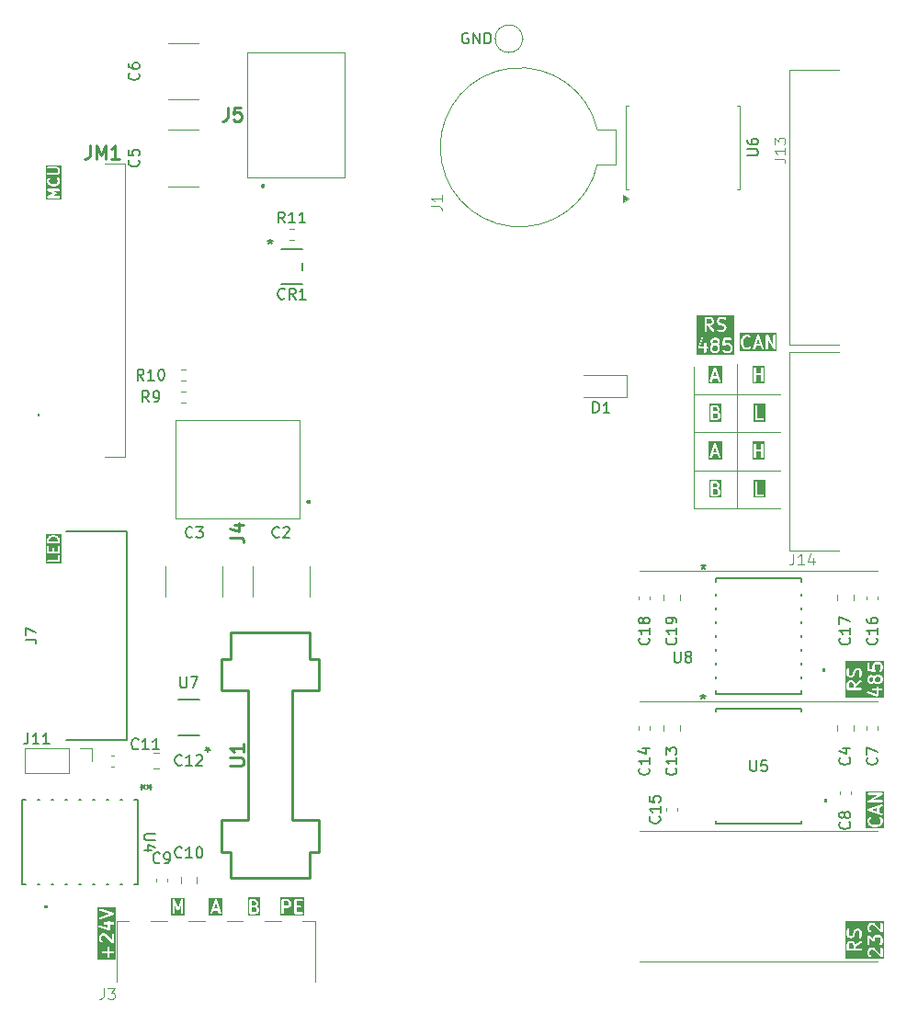
<source format=gbr>
%TF.GenerationSoftware,KiCad,Pcbnew,9.0.3*%
%TF.CreationDate,2025-09-01T08:56:01+03:00*%
%TF.ProjectId,PMCPU-LLP,504d4350-552d-44c4-9c50-2e6b69636164,rev?*%
%TF.SameCoordinates,Original*%
%TF.FileFunction,Legend,Top*%
%TF.FilePolarity,Positive*%
%FSLAX46Y46*%
G04 Gerber Fmt 4.6, Leading zero omitted, Abs format (unit mm)*
G04 Created by KiCad (PCBNEW 9.0.3) date 2025-09-01 08:56:01*
%MOMM*%
%LPD*%
G01*
G04 APERTURE LIST*
%ADD10C,0.100000*%
%ADD11C,0.200000*%
%ADD12C,0.150000*%
%ADD13C,0.254000*%
%ADD14C,0.120000*%
%ADD15C,0.152400*%
%ADD16C,0.000000*%
%ADD17C,0.300000*%
G04 APERTURE END LIST*
D10*
X26000000Y1750000D02*
X26000000Y15000000D01*
X22000000Y1750000D02*
X30000000Y1750000D01*
X17000000Y-28000000D02*
X39000000Y-28000000D01*
X22000000Y8750000D02*
X30000000Y8750000D01*
X22000000Y12250000D02*
X30000000Y12250000D01*
X17000000Y-4000000D02*
X39000000Y-4000000D01*
X22000000Y1750000D02*
X22000000Y14750000D01*
X17000000Y-40000000D02*
X39000000Y-40000000D01*
X17000000Y-16000000D02*
X39000000Y-16000000D01*
X22000000Y5250000D02*
X30000000Y5250000D01*
D11*
G36*
X28602840Y9721925D02*
G01*
X27566667Y9721925D01*
X27566667Y11155258D01*
X27700000Y11155258D01*
X27700000Y9955258D01*
X27701921Y9935749D01*
X27716853Y9899701D01*
X27744443Y9872111D01*
X27780491Y9857179D01*
X27800000Y9855258D01*
X28371428Y9855258D01*
X28390937Y9857179D01*
X28426985Y9872111D01*
X28454575Y9899701D01*
X28469507Y9935749D01*
X28469507Y9974767D01*
X28454575Y10010815D01*
X28426985Y10038405D01*
X28390937Y10053337D01*
X28371428Y10055258D01*
X27900000Y10055258D01*
X27900000Y11155258D01*
X27898079Y11174767D01*
X27883147Y11210815D01*
X27855557Y11238405D01*
X27819509Y11253337D01*
X27780491Y11253337D01*
X27744443Y11238405D01*
X27716853Y11210815D01*
X27701921Y11174767D01*
X27700000Y11155258D01*
X27566667Y11155258D01*
X27566667Y11386670D01*
X28602840Y11386670D01*
X28602840Y9721925D01*
G37*
G36*
X28576190Y13223846D02*
G01*
X27423810Y13223846D01*
X27423810Y14655258D01*
X27557143Y14655258D01*
X27557143Y13455258D01*
X27559064Y13435749D01*
X27573996Y13399701D01*
X27601586Y13372111D01*
X27637634Y13357179D01*
X27676652Y13357179D01*
X27712700Y13372111D01*
X27740290Y13399701D01*
X27755222Y13435749D01*
X27757143Y13455258D01*
X27757143Y13983829D01*
X28242857Y13983829D01*
X28242857Y13455258D01*
X28244778Y13435749D01*
X28259710Y13399701D01*
X28287300Y13372111D01*
X28323348Y13357179D01*
X28362366Y13357179D01*
X28398414Y13372111D01*
X28426004Y13399701D01*
X28440936Y13435749D01*
X28442857Y13455258D01*
X28442857Y14655258D01*
X28440936Y14674767D01*
X28426004Y14710815D01*
X28398414Y14738405D01*
X28362366Y14753337D01*
X28323348Y14753337D01*
X28287300Y14738405D01*
X28259710Y14710815D01*
X28244778Y14674767D01*
X28242857Y14655258D01*
X28242857Y14183829D01*
X27757143Y14183829D01*
X27757143Y14655258D01*
X27755222Y14674767D01*
X27740290Y14710815D01*
X27712700Y14738405D01*
X27676652Y14753337D01*
X27637634Y14753337D01*
X27601586Y14738405D01*
X27573996Y14710815D01*
X27559064Y14674767D01*
X27557143Y14655258D01*
X27423810Y14655258D01*
X27423810Y14886670D01*
X28576190Y14886670D01*
X28576190Y13223846D01*
G37*
G36*
X28576190Y6223846D02*
G01*
X27423810Y6223846D01*
X27423810Y7655258D01*
X27557143Y7655258D01*
X27557143Y6455258D01*
X27559064Y6435749D01*
X27573996Y6399701D01*
X27601586Y6372111D01*
X27637634Y6357179D01*
X27676652Y6357179D01*
X27712700Y6372111D01*
X27740290Y6399701D01*
X27755222Y6435749D01*
X27757143Y6455258D01*
X27757143Y6983829D01*
X28242857Y6983829D01*
X28242857Y6455258D01*
X28244778Y6435749D01*
X28259710Y6399701D01*
X28287300Y6372111D01*
X28323348Y6357179D01*
X28362366Y6357179D01*
X28398414Y6372111D01*
X28426004Y6399701D01*
X28440936Y6435749D01*
X28442857Y6455258D01*
X28442857Y7655258D01*
X28440936Y7674767D01*
X28426004Y7710815D01*
X28398414Y7738405D01*
X28362366Y7753337D01*
X28323348Y7753337D01*
X28287300Y7738405D01*
X28259710Y7710815D01*
X28244778Y7674767D01*
X28242857Y7655258D01*
X28242857Y7183829D01*
X27757143Y7183829D01*
X27757143Y7655258D01*
X27755222Y7674767D01*
X27740290Y7710815D01*
X27712700Y7738405D01*
X27676652Y7753337D01*
X27637634Y7753337D01*
X27601586Y7738405D01*
X27573996Y7710815D01*
X27559064Y7674767D01*
X27557143Y7655258D01*
X27423810Y7655258D01*
X27423810Y7886670D01*
X28576190Y7886670D01*
X28576190Y6223846D01*
G37*
G36*
X28602840Y2721925D02*
G01*
X27566667Y2721925D01*
X27566667Y4155258D01*
X27700000Y4155258D01*
X27700000Y2955258D01*
X27701921Y2935749D01*
X27716853Y2899701D01*
X27744443Y2872111D01*
X27780491Y2857179D01*
X27800000Y2855258D01*
X28371428Y2855258D01*
X28390937Y2857179D01*
X28426985Y2872111D01*
X28454575Y2899701D01*
X28469507Y2935749D01*
X28469507Y2974767D01*
X28454575Y3010815D01*
X28426985Y3038405D01*
X28390937Y3053337D01*
X28371428Y3055258D01*
X27900000Y3055258D01*
X27900000Y4155258D01*
X27898079Y4174767D01*
X27883147Y4210815D01*
X27855557Y4238405D01*
X27819509Y4253337D01*
X27780491Y4253337D01*
X27744443Y4238405D01*
X27716853Y4210815D01*
X27701921Y4174767D01*
X27700000Y4155258D01*
X27566667Y4155258D01*
X27566667Y4386670D01*
X28602840Y4386670D01*
X28602840Y2721925D01*
G37*
G36*
X24146972Y6898115D02*
G01*
X23853028Y6898115D01*
X24000000Y7339031D01*
X24146972Y6898115D01*
G37*
G36*
X24632548Y6222710D02*
G01*
X23367452Y6222710D01*
X23367452Y6467765D01*
X23500785Y6467765D01*
X23503551Y6428845D01*
X23521001Y6393946D01*
X23550477Y6368381D01*
X23587493Y6356043D01*
X23626413Y6358809D01*
X23661312Y6376259D01*
X23686877Y6405735D01*
X23694868Y6423635D01*
X23786361Y6698115D01*
X24213639Y6698115D01*
X24305132Y6423635D01*
X24313123Y6405735D01*
X24338688Y6376259D01*
X24373587Y6358809D01*
X24412507Y6356043D01*
X24449523Y6368381D01*
X24478999Y6393947D01*
X24496449Y6428845D01*
X24499215Y6467766D01*
X24494868Y6486881D01*
X24094868Y7686881D01*
X24086877Y7704781D01*
X24082192Y7710182D01*
X24078999Y7716569D01*
X24069529Y7724783D01*
X24061312Y7734257D01*
X24054922Y7737452D01*
X24049523Y7742135D01*
X24037625Y7746101D01*
X24026413Y7751707D01*
X24019285Y7752214D01*
X24012507Y7754473D01*
X24000000Y7753585D01*
X23987493Y7754473D01*
X23980714Y7752214D01*
X23973587Y7751707D01*
X23962374Y7746101D01*
X23950477Y7742135D01*
X23945077Y7737452D01*
X23938688Y7734257D01*
X23930472Y7724786D01*
X23921001Y7716570D01*
X23917806Y7710181D01*
X23913123Y7704781D01*
X23905132Y7686881D01*
X23505132Y6486881D01*
X23500785Y6467765D01*
X23367452Y6467765D01*
X23367452Y7887806D01*
X24632548Y7887806D01*
X24632548Y6222710D01*
G37*
G36*
X-36735782Y-964024D02*
G01*
X-36664873Y-999478D01*
X-36597803Y-1066548D01*
X-36562781Y-1171613D01*
X-36562781Y-1293482D01*
X-37362781Y-1293482D01*
X-37362781Y-1171614D01*
X-37327760Y-1066549D01*
X-37260687Y-999477D01*
X-37189782Y-964024D01*
X-37021901Y-922054D01*
X-36903663Y-922054D01*
X-36735782Y-964024D01*
G37*
G36*
X-36251670Y-3318879D02*
G01*
X-37673892Y-3318879D01*
X-37673892Y-3088259D01*
X-37560860Y-3088259D01*
X-37560860Y-3127277D01*
X-37545928Y-3163325D01*
X-37518338Y-3190915D01*
X-37482290Y-3205847D01*
X-37462781Y-3207768D01*
X-36462781Y-3207768D01*
X-36443272Y-3205847D01*
X-36407224Y-3190915D01*
X-36379634Y-3163325D01*
X-36364702Y-3127277D01*
X-36362781Y-3107768D01*
X-36362781Y-2631578D01*
X-36364702Y-2612069D01*
X-36379634Y-2576021D01*
X-36407224Y-2548431D01*
X-36443272Y-2533499D01*
X-36482290Y-2533499D01*
X-36518338Y-2548431D01*
X-36545928Y-2576021D01*
X-36560860Y-2612069D01*
X-36562781Y-2631578D01*
X-36562781Y-3007768D01*
X-37462781Y-3007768D01*
X-37482290Y-3009689D01*
X-37518338Y-3024621D01*
X-37545928Y-3052211D01*
X-37560860Y-3088259D01*
X-37673892Y-3088259D01*
X-37673892Y-1822054D01*
X-37562781Y-1822054D01*
X-37562781Y-2298244D01*
X-37560860Y-2317753D01*
X-37545928Y-2353801D01*
X-37518338Y-2381391D01*
X-37482290Y-2396323D01*
X-37462781Y-2398244D01*
X-36462781Y-2398244D01*
X-36443272Y-2396323D01*
X-36407224Y-2381391D01*
X-36379634Y-2353801D01*
X-36364702Y-2317753D01*
X-36362781Y-2298244D01*
X-36362781Y-1822054D01*
X-36364702Y-1802545D01*
X-36379634Y-1766497D01*
X-36407224Y-1738907D01*
X-36443272Y-1723975D01*
X-36482290Y-1723975D01*
X-36518338Y-1738907D01*
X-36545928Y-1766497D01*
X-36560860Y-1802545D01*
X-36562781Y-1822054D01*
X-36562781Y-2198244D01*
X-36886591Y-2198244D01*
X-36886591Y-1964911D01*
X-36888512Y-1945402D01*
X-36903444Y-1909354D01*
X-36931034Y-1881764D01*
X-36967082Y-1866832D01*
X-37006100Y-1866832D01*
X-37042148Y-1881764D01*
X-37069738Y-1909354D01*
X-37084670Y-1945402D01*
X-37086591Y-1964911D01*
X-37086591Y-2198244D01*
X-37362781Y-2198244D01*
X-37362781Y-1822054D01*
X-37364702Y-1802545D01*
X-37379634Y-1766497D01*
X-37407224Y-1738907D01*
X-37443272Y-1723975D01*
X-37482290Y-1723975D01*
X-37518338Y-1738907D01*
X-37545928Y-1766497D01*
X-37560860Y-1802545D01*
X-37562781Y-1822054D01*
X-37673892Y-1822054D01*
X-37673892Y-1155387D01*
X-37562781Y-1155387D01*
X-37562781Y-1393482D01*
X-37560860Y-1412991D01*
X-37545928Y-1449039D01*
X-37518338Y-1476629D01*
X-37482290Y-1491561D01*
X-37462781Y-1493482D01*
X-36462781Y-1493482D01*
X-36443272Y-1491561D01*
X-36407224Y-1476629D01*
X-36379634Y-1449039D01*
X-36364702Y-1412991D01*
X-36362781Y-1393482D01*
X-36362781Y-1155387D01*
X-36363754Y-1145513D01*
X-36363566Y-1142879D01*
X-36364354Y-1139415D01*
X-36364702Y-1135878D01*
X-36365714Y-1133436D01*
X-36367913Y-1123764D01*
X-36415532Y-980907D01*
X-36423523Y-963007D01*
X-36425878Y-960291D01*
X-36427253Y-956972D01*
X-36439689Y-941819D01*
X-36534929Y-846581D01*
X-36542599Y-840286D01*
X-36544328Y-838292D01*
X-36547333Y-836400D01*
X-36550082Y-834144D01*
X-36552526Y-833131D01*
X-36560918Y-827849D01*
X-36656156Y-780230D01*
X-36657583Y-779684D01*
X-36658163Y-779254D01*
X-36666340Y-776332D01*
X-36674464Y-773224D01*
X-36675187Y-773172D01*
X-36676624Y-772659D01*
X-36867099Y-725040D01*
X-36870481Y-724539D01*
X-36871844Y-723975D01*
X-36879195Y-723251D01*
X-36886492Y-722172D01*
X-36887951Y-722389D01*
X-36891353Y-722054D01*
X-37034210Y-722054D01*
X-37037613Y-722389D01*
X-37039071Y-722172D01*
X-37046369Y-723251D01*
X-37053719Y-723975D01*
X-37055083Y-724539D01*
X-37058464Y-725040D01*
X-37248940Y-772659D01*
X-37250379Y-773172D01*
X-37251099Y-773224D01*
X-37259224Y-776332D01*
X-37267400Y-779254D01*
X-37267980Y-779683D01*
X-37269408Y-780230D01*
X-37364645Y-827849D01*
X-37373044Y-833135D01*
X-37375481Y-834145D01*
X-37378225Y-836396D01*
X-37381236Y-838292D01*
X-37382969Y-840289D01*
X-37390635Y-846581D01*
X-37485873Y-941819D01*
X-37498309Y-956973D01*
X-37499684Y-960291D01*
X-37502039Y-963007D01*
X-37510030Y-980908D01*
X-37557649Y-1123764D01*
X-37559849Y-1133435D01*
X-37560860Y-1135878D01*
X-37561209Y-1139416D01*
X-37561996Y-1142880D01*
X-37561809Y-1145513D01*
X-37562781Y-1155387D01*
X-37673892Y-1155387D01*
X-37673892Y-610943D01*
X-36251670Y-610943D01*
X-36251670Y-3318879D01*
G37*
G36*
X-15344952Y-34484070D02*
G01*
X-15310758Y-34518263D01*
X-15271429Y-34596921D01*
X-15271429Y-34721134D01*
X-15310758Y-34799792D01*
X-15344952Y-34833985D01*
X-15423608Y-34873314D01*
X-15757143Y-34873314D01*
X-15757143Y-34444742D01*
X-15423608Y-34444742D01*
X-15344952Y-34484070D01*
G37*
G36*
X-13854303Y-35778075D02*
G01*
X-16090476Y-35778075D01*
X-16090476Y-34344742D01*
X-15957143Y-34344742D01*
X-15957143Y-35544742D01*
X-15955222Y-35564251D01*
X-15940290Y-35600299D01*
X-15912700Y-35627889D01*
X-15876652Y-35642821D01*
X-15837634Y-35642821D01*
X-15801586Y-35627889D01*
X-15773996Y-35600299D01*
X-15759064Y-35564251D01*
X-15757143Y-35544742D01*
X-15757143Y-35073314D01*
X-15400000Y-35073314D01*
X-15380491Y-35071393D01*
X-15377171Y-35070017D01*
X-15373587Y-35069763D01*
X-15355278Y-35062757D01*
X-15240993Y-35005613D01*
X-15232597Y-35000328D01*
X-15230158Y-34999318D01*
X-15227415Y-34997066D01*
X-15224403Y-34995171D01*
X-15222671Y-34993173D01*
X-15215004Y-34986882D01*
X-15157862Y-34929739D01*
X-15151570Y-34922072D01*
X-15149572Y-34920340D01*
X-15147679Y-34917331D01*
X-15145425Y-34914586D01*
X-15144415Y-34912145D01*
X-15139129Y-34903749D01*
X-15081986Y-34789463D01*
X-15074980Y-34771155D01*
X-15074726Y-34767571D01*
X-15073350Y-34764251D01*
X-15071429Y-34744742D01*
X-15071429Y-34573314D01*
X-15073350Y-34553805D01*
X-15074726Y-34550484D01*
X-15074980Y-34546901D01*
X-15081986Y-34528593D01*
X-15139129Y-34414307D01*
X-15144415Y-34405910D01*
X-15145425Y-34403470D01*
X-15147679Y-34400724D01*
X-15149572Y-34397716D01*
X-15151570Y-34395983D01*
X-15157862Y-34388317D01*
X-15201436Y-34344742D01*
X-14757143Y-34344742D01*
X-14757143Y-35544742D01*
X-14755222Y-35564251D01*
X-14740290Y-35600299D01*
X-14712700Y-35627889D01*
X-14676652Y-35642821D01*
X-14657143Y-35644742D01*
X-14085715Y-35644742D01*
X-14066206Y-35642821D01*
X-14030158Y-35627889D01*
X-14002568Y-35600299D01*
X-13987636Y-35564251D01*
X-13987636Y-35525233D01*
X-14002568Y-35489185D01*
X-14030158Y-35461595D01*
X-14066206Y-35446663D01*
X-14085715Y-35444742D01*
X-14557143Y-35444742D01*
X-14557143Y-35016171D01*
X-14257143Y-35016171D01*
X-14237634Y-35014250D01*
X-14201586Y-34999318D01*
X-14173996Y-34971728D01*
X-14159064Y-34935680D01*
X-14159064Y-34896662D01*
X-14173996Y-34860614D01*
X-14201586Y-34833024D01*
X-14237634Y-34818092D01*
X-14257143Y-34816171D01*
X-14557143Y-34816171D01*
X-14557143Y-34444742D01*
X-14085715Y-34444742D01*
X-14066206Y-34442821D01*
X-14030158Y-34427889D01*
X-14002568Y-34400299D01*
X-13987636Y-34364251D01*
X-13987636Y-34325233D01*
X-14002568Y-34289185D01*
X-14030158Y-34261595D01*
X-14066206Y-34246663D01*
X-14085715Y-34244742D01*
X-14657143Y-34244742D01*
X-14676652Y-34246663D01*
X-14712700Y-34261595D01*
X-14740290Y-34289185D01*
X-14755222Y-34325233D01*
X-14757143Y-34344742D01*
X-15201436Y-34344742D01*
X-15215004Y-34331174D01*
X-15222671Y-34324882D01*
X-15224403Y-34322885D01*
X-15227415Y-34320989D01*
X-15230158Y-34318738D01*
X-15232597Y-34317727D01*
X-15240993Y-34312443D01*
X-15355278Y-34255299D01*
X-15373587Y-34248293D01*
X-15377171Y-34248038D01*
X-15380491Y-34246663D01*
X-15400000Y-34244742D01*
X-15857143Y-34244742D01*
X-15876652Y-34246663D01*
X-15912700Y-34261595D01*
X-15940290Y-34289185D01*
X-15955222Y-34325233D01*
X-15957143Y-34344742D01*
X-16090476Y-34344742D01*
X-16090476Y-34111409D01*
X-13854303Y-34111409D01*
X-13854303Y-35778075D01*
G37*
G36*
X-21853028Y-35101885D02*
G01*
X-22146972Y-35101885D01*
X-22000000Y-34660969D01*
X-21853028Y-35101885D01*
G37*
G36*
X-21367452Y-35777290D02*
G01*
X-22632548Y-35777290D01*
X-22632548Y-35532235D01*
X-22499215Y-35532235D01*
X-22496449Y-35571155D01*
X-22478999Y-35606054D01*
X-22449523Y-35631619D01*
X-22412507Y-35643957D01*
X-22373587Y-35641191D01*
X-22338688Y-35623741D01*
X-22313123Y-35594265D01*
X-22305132Y-35576365D01*
X-22213639Y-35301885D01*
X-21786361Y-35301885D01*
X-21694868Y-35576365D01*
X-21686877Y-35594265D01*
X-21661312Y-35623741D01*
X-21626413Y-35641191D01*
X-21587493Y-35643957D01*
X-21550477Y-35631619D01*
X-21521001Y-35606053D01*
X-21503551Y-35571155D01*
X-21500785Y-35532234D01*
X-21505132Y-35513119D01*
X-21905132Y-34313119D01*
X-21913123Y-34295219D01*
X-21917808Y-34289818D01*
X-21921001Y-34283431D01*
X-21930471Y-34275217D01*
X-21938688Y-34265743D01*
X-21945078Y-34262548D01*
X-21950477Y-34257865D01*
X-21962375Y-34253899D01*
X-21973587Y-34248293D01*
X-21980715Y-34247786D01*
X-21987493Y-34245527D01*
X-22000000Y-34246415D01*
X-22012507Y-34245527D01*
X-22019286Y-34247786D01*
X-22026413Y-34248293D01*
X-22037626Y-34253899D01*
X-22049523Y-34257865D01*
X-22054923Y-34262548D01*
X-22061312Y-34265743D01*
X-22069528Y-34275214D01*
X-22078999Y-34283430D01*
X-22082194Y-34289819D01*
X-22086877Y-34295219D01*
X-22094868Y-34313119D01*
X-22494868Y-35513119D01*
X-22499215Y-35532235D01*
X-22632548Y-35532235D01*
X-22632548Y-34112194D01*
X-21367452Y-34112194D01*
X-21367452Y-35777290D01*
G37*
X1238095Y45500162D02*
X1142857Y45547781D01*
X1142857Y45547781D02*
X1000000Y45547781D01*
X1000000Y45547781D02*
X857143Y45500162D01*
X857143Y45500162D02*
X761905Y45404924D01*
X761905Y45404924D02*
X714286Y45309686D01*
X714286Y45309686D02*
X666667Y45119210D01*
X666667Y45119210D02*
X666667Y44976353D01*
X666667Y44976353D02*
X714286Y44785877D01*
X714286Y44785877D02*
X761905Y44690639D01*
X761905Y44690639D02*
X857143Y44595400D01*
X857143Y44595400D02*
X1000000Y44547781D01*
X1000000Y44547781D02*
X1095238Y44547781D01*
X1095238Y44547781D02*
X1238095Y44595400D01*
X1238095Y44595400D02*
X1285714Y44643020D01*
X1285714Y44643020D02*
X1285714Y44976353D01*
X1285714Y44976353D02*
X1095238Y44976353D01*
X1714286Y44547781D02*
X1714286Y45547781D01*
X1714286Y45547781D02*
X2285714Y44547781D01*
X2285714Y44547781D02*
X2285714Y45547781D01*
X2761905Y44547781D02*
X2761905Y45547781D01*
X2761905Y45547781D02*
X3000000Y45547781D01*
X3000000Y45547781D02*
X3142857Y45500162D01*
X3142857Y45500162D02*
X3238095Y45404924D01*
X3238095Y45404924D02*
X3285714Y45309686D01*
X3285714Y45309686D02*
X3333333Y45119210D01*
X3333333Y45119210D02*
X3333333Y44976353D01*
X3333333Y44976353D02*
X3285714Y44785877D01*
X3285714Y44785877D02*
X3238095Y44690639D01*
X3238095Y44690639D02*
X3142857Y44595400D01*
X3142857Y44595400D02*
X3000000Y44547781D01*
X3000000Y44547781D02*
X2761905Y44547781D01*
G36*
X-18296878Y-35060716D02*
G01*
X-18267902Y-35089691D01*
X-18228572Y-35168348D01*
X-18228572Y-35292563D01*
X-18267901Y-35371221D01*
X-18302095Y-35405414D01*
X-18380750Y-35444742D01*
X-18714286Y-35444742D01*
X-18714286Y-35016171D01*
X-18430513Y-35016171D01*
X-18296878Y-35060716D01*
G37*
G36*
X-18359236Y-34484070D02*
G01*
X-18325045Y-34518262D01*
X-18285715Y-34596921D01*
X-18285715Y-34663993D01*
X-18325045Y-34742651D01*
X-18359236Y-34776842D01*
X-18437893Y-34816171D01*
X-18714286Y-34816171D01*
X-18714286Y-34444742D01*
X-18437893Y-34444742D01*
X-18359236Y-34484070D01*
G37*
G36*
X-17895239Y-35778075D02*
G01*
X-19047619Y-35778075D01*
X-19047619Y-34344742D01*
X-18914286Y-34344742D01*
X-18914286Y-35544742D01*
X-18912365Y-35564251D01*
X-18897433Y-35600299D01*
X-18869843Y-35627889D01*
X-18833795Y-35642821D01*
X-18814286Y-35644742D01*
X-18357143Y-35644742D01*
X-18337634Y-35642821D01*
X-18334314Y-35641445D01*
X-18330730Y-35641191D01*
X-18312422Y-35634185D01*
X-18198137Y-35577043D01*
X-18189741Y-35571757D01*
X-18187301Y-35570747D01*
X-18184555Y-35568493D01*
X-18181547Y-35566600D01*
X-18179817Y-35564605D01*
X-18172147Y-35558311D01*
X-18115005Y-35501168D01*
X-18108713Y-35493501D01*
X-18106715Y-35491769D01*
X-18104822Y-35488760D01*
X-18102568Y-35486015D01*
X-18101558Y-35483574D01*
X-18096272Y-35475178D01*
X-18039129Y-35360892D01*
X-18032123Y-35342584D01*
X-18031869Y-35339000D01*
X-18030493Y-35335680D01*
X-18028572Y-35316171D01*
X-18028572Y-35144742D01*
X-18030493Y-35125233D01*
X-18031869Y-35121912D01*
X-18032123Y-35118329D01*
X-18039129Y-35100021D01*
X-18096272Y-34985735D01*
X-18101558Y-34977337D01*
X-18102568Y-34974899D01*
X-18104821Y-34972154D01*
X-18106715Y-34969145D01*
X-18108713Y-34967412D01*
X-18115005Y-34959746D01*
X-18172147Y-34902603D01*
X-18187301Y-34890167D01*
X-18189011Y-34889459D01*
X-18172146Y-34872595D01*
X-18165855Y-34864928D01*
X-18163858Y-34863197D01*
X-18161963Y-34860185D01*
X-18159710Y-34857441D01*
X-18158701Y-34855003D01*
X-18153415Y-34846607D01*
X-18096272Y-34732321D01*
X-18089266Y-34714013D01*
X-18089012Y-34710429D01*
X-18087636Y-34707109D01*
X-18085715Y-34687600D01*
X-18085715Y-34573314D01*
X-18087636Y-34553805D01*
X-18089012Y-34550484D01*
X-18089266Y-34546901D01*
X-18096272Y-34528593D01*
X-18153415Y-34414307D01*
X-18158700Y-34405910D01*
X-18159710Y-34403472D01*
X-18161964Y-34400726D01*
X-18163858Y-34397716D01*
X-18165855Y-34395984D01*
X-18172146Y-34388318D01*
X-18229289Y-34331175D01*
X-18236956Y-34324882D01*
X-18238688Y-34322885D01*
X-18241698Y-34320990D01*
X-18244442Y-34318738D01*
X-18246881Y-34317727D01*
X-18255278Y-34312442D01*
X-18369565Y-34255299D01*
X-18387873Y-34248293D01*
X-18391457Y-34248038D01*
X-18394777Y-34246663D01*
X-18414286Y-34244742D01*
X-18814286Y-34244742D01*
X-18833795Y-34246663D01*
X-18869843Y-34261595D01*
X-18897433Y-34289185D01*
X-18912365Y-34325233D01*
X-18914286Y-34344742D01*
X-19047619Y-34344742D01*
X-19047619Y-34111409D01*
X-17895239Y-34111409D01*
X-17895239Y-35778075D01*
G37*
G36*
X24146972Y13898115D02*
G01*
X23853028Y13898115D01*
X24000000Y14339031D01*
X24146972Y13898115D01*
G37*
G36*
X24632548Y13222710D02*
G01*
X23367452Y13222710D01*
X23367452Y13467765D01*
X23500785Y13467765D01*
X23503551Y13428845D01*
X23521001Y13393946D01*
X23550477Y13368381D01*
X23587493Y13356043D01*
X23626413Y13358809D01*
X23661312Y13376259D01*
X23686877Y13405735D01*
X23694868Y13423635D01*
X23786361Y13698115D01*
X24213639Y13698115D01*
X24305132Y13423635D01*
X24313123Y13405735D01*
X24338688Y13376259D01*
X24373587Y13358809D01*
X24412507Y13356043D01*
X24449523Y13368381D01*
X24478999Y13393947D01*
X24496449Y13428845D01*
X24499215Y13467766D01*
X24494868Y13486881D01*
X24094868Y14686881D01*
X24086877Y14704781D01*
X24082192Y14710182D01*
X24078999Y14716569D01*
X24069529Y14724783D01*
X24061312Y14734257D01*
X24054922Y14737452D01*
X24049523Y14742135D01*
X24037625Y14746101D01*
X24026413Y14751707D01*
X24019285Y14752214D01*
X24012507Y14754473D01*
X24000000Y14753585D01*
X23987493Y14754473D01*
X23980714Y14752214D01*
X23973587Y14751707D01*
X23962374Y14746101D01*
X23950477Y14742135D01*
X23945077Y14737452D01*
X23938688Y14734257D01*
X23930472Y14724786D01*
X23921001Y14716570D01*
X23917806Y14710181D01*
X23913123Y14704781D01*
X23905132Y14686881D01*
X23505132Y13486881D01*
X23500785Y13467765D01*
X23367452Y13467765D01*
X23367452Y14887806D01*
X24632548Y14887806D01*
X24632548Y13222710D01*
G37*
G36*
X38899885Y-26175543D02*
G01*
X38458969Y-26028571D01*
X38899885Y-25881599D01*
X38899885Y-26175543D01*
G37*
G36*
X39576075Y-27747618D02*
G01*
X37909409Y-27747618D01*
X37909409Y-26999999D01*
X38042742Y-26999999D01*
X38042742Y-27114285D01*
X38043714Y-27124158D01*
X38043527Y-27126792D01*
X38044314Y-27130255D01*
X38044663Y-27133794D01*
X38045674Y-27136236D01*
X38047874Y-27145908D01*
X38105017Y-27317337D01*
X38113008Y-27335237D01*
X38115362Y-27337952D01*
X38116738Y-27341272D01*
X38129175Y-27356425D01*
X38243461Y-27470710D01*
X38251125Y-27477000D01*
X38252859Y-27478999D01*
X38255871Y-27480894D01*
X38258614Y-27483146D01*
X38261051Y-27484155D01*
X38269450Y-27489442D01*
X38383736Y-27546585D01*
X38385162Y-27547130D01*
X38385743Y-27547561D01*
X38393925Y-27550484D01*
X38402044Y-27553591D01*
X38402764Y-27553642D01*
X38404203Y-27554156D01*
X38632775Y-27611299D01*
X38636154Y-27611798D01*
X38637519Y-27612364D01*
X38644870Y-27613087D01*
X38652167Y-27614167D01*
X38653625Y-27613949D01*
X38657028Y-27614285D01*
X38828457Y-27614285D01*
X38831859Y-27613949D01*
X38833318Y-27614167D01*
X38840615Y-27613087D01*
X38847966Y-27612364D01*
X38849329Y-27611799D01*
X38852711Y-27611299D01*
X39081282Y-27554156D01*
X39082720Y-27553642D01*
X39083441Y-27553591D01*
X39091551Y-27550487D01*
X39099743Y-27547561D01*
X39100324Y-27547130D01*
X39101749Y-27546585D01*
X39216036Y-27489442D01*
X39224430Y-27484157D01*
X39226871Y-27483147D01*
X39229617Y-27480892D01*
X39232626Y-27478999D01*
X39234357Y-27477002D01*
X39242024Y-27470710D01*
X39356310Y-27356425D01*
X39368747Y-27341272D01*
X39370122Y-27337952D01*
X39372477Y-27335237D01*
X39380468Y-27317336D01*
X39437611Y-27145907D01*
X39439810Y-27136234D01*
X39440821Y-27133794D01*
X39441169Y-27130256D01*
X39441957Y-27126792D01*
X39441769Y-27124158D01*
X39442742Y-27114285D01*
X39442742Y-26999999D01*
X39441769Y-26990125D01*
X39441957Y-26987492D01*
X39441169Y-26984027D01*
X39440821Y-26980490D01*
X39439810Y-26978049D01*
X39437611Y-26968377D01*
X39380468Y-26796949D01*
X39372477Y-26779048D01*
X39370121Y-26776332D01*
X39368747Y-26773013D01*
X39356310Y-26757860D01*
X39299168Y-26700717D01*
X39284014Y-26688281D01*
X39247966Y-26673349D01*
X39208948Y-26673349D01*
X39172900Y-26688281D01*
X39145310Y-26715871D01*
X39130378Y-26751919D01*
X39130378Y-26790937D01*
X39145310Y-26826985D01*
X39157746Y-26842139D01*
X39198197Y-26882589D01*
X39242742Y-27016225D01*
X39242742Y-27098058D01*
X39198197Y-27231695D01*
X39112079Y-27317812D01*
X39022123Y-27362791D01*
X38816147Y-27414285D01*
X38669338Y-27414285D01*
X38463362Y-27362790D01*
X38373405Y-27317812D01*
X38287287Y-27231695D01*
X38242742Y-27098058D01*
X38242742Y-27016226D01*
X38287287Y-26882590D01*
X38327738Y-26842139D01*
X38340175Y-26826986D01*
X38355106Y-26790937D01*
X38355106Y-26751919D01*
X38340175Y-26715871D01*
X38312585Y-26688281D01*
X38276537Y-26673350D01*
X38237519Y-26673350D01*
X38201470Y-26688281D01*
X38186317Y-26700718D01*
X38129174Y-26757860D01*
X38116738Y-26773014D01*
X38115363Y-26776332D01*
X38113008Y-26779048D01*
X38105017Y-26796948D01*
X38047874Y-26968376D01*
X38045674Y-26978048D01*
X38044663Y-26980490D01*
X38044314Y-26984027D01*
X38043527Y-26987491D01*
X38043714Y-26990125D01*
X38042742Y-26999999D01*
X37909409Y-26999999D01*
X37909409Y-26016064D01*
X38043527Y-26016064D01*
X38044415Y-26028571D01*
X38043527Y-26041078D01*
X38045786Y-26047856D01*
X38046293Y-26054984D01*
X38051899Y-26066196D01*
X38055865Y-26078094D01*
X38060548Y-26083493D01*
X38063743Y-26089883D01*
X38073214Y-26098098D01*
X38081430Y-26107570D01*
X38087819Y-26110764D01*
X38093219Y-26115448D01*
X38111119Y-26123439D01*
X39311119Y-26523439D01*
X39330234Y-26527786D01*
X39369155Y-26525020D01*
X39404053Y-26507570D01*
X39429619Y-26478094D01*
X39441957Y-26441078D01*
X39439191Y-26402158D01*
X39421741Y-26367259D01*
X39392265Y-26341694D01*
X39374365Y-26333703D01*
X39099885Y-26242209D01*
X39099885Y-25814932D01*
X39374365Y-25723439D01*
X39392265Y-25715448D01*
X39421741Y-25689883D01*
X39439191Y-25654984D01*
X39441957Y-25616064D01*
X39429619Y-25579048D01*
X39404053Y-25549572D01*
X39369155Y-25532122D01*
X39330234Y-25529356D01*
X39311119Y-25533703D01*
X38111119Y-25933703D01*
X38093219Y-25941694D01*
X38087819Y-25946377D01*
X38081430Y-25949572D01*
X38073214Y-25959043D01*
X38063743Y-25967259D01*
X38060548Y-25973648D01*
X38055865Y-25979048D01*
X38051899Y-25990945D01*
X38046293Y-26002158D01*
X38045786Y-26009285D01*
X38043527Y-26016064D01*
X37909409Y-26016064D01*
X37909409Y-25221586D01*
X38042986Y-25221586D01*
X38044663Y-25234779D01*
X38044663Y-25248080D01*
X38047102Y-25253968D01*
X38047906Y-25260293D01*
X38054506Y-25271842D01*
X38059595Y-25284128D01*
X38064102Y-25288635D01*
X38067265Y-25294170D01*
X38077779Y-25302312D01*
X38087185Y-25311718D01*
X38093075Y-25314157D01*
X38098114Y-25318060D01*
X38110942Y-25321558D01*
X38123233Y-25326650D01*
X38133210Y-25327632D01*
X38135757Y-25328327D01*
X38137724Y-25328076D01*
X38142742Y-25328571D01*
X39342742Y-25328571D01*
X39362251Y-25326650D01*
X39398299Y-25311718D01*
X39425889Y-25284128D01*
X39440821Y-25248080D01*
X39440821Y-25209062D01*
X39425889Y-25173014D01*
X39398299Y-25145424D01*
X39362251Y-25130492D01*
X39342742Y-25128571D01*
X38519298Y-25128571D01*
X39392356Y-24629681D01*
X39396466Y-24626762D01*
X39398299Y-24626004D01*
X39400165Y-24624137D01*
X39408341Y-24618334D01*
X39416483Y-24607819D01*
X39425889Y-24598414D01*
X39428328Y-24592523D01*
X39432231Y-24587485D01*
X39435729Y-24574656D01*
X39440821Y-24562366D01*
X39440821Y-24555990D01*
X39442498Y-24549842D01*
X39440821Y-24536651D01*
X39440821Y-24523348D01*
X39438380Y-24517456D01*
X39437577Y-24511135D01*
X39430979Y-24499589D01*
X39425889Y-24487300D01*
X39421381Y-24482792D01*
X39418219Y-24477258D01*
X39407704Y-24469115D01*
X39398299Y-24459710D01*
X39392408Y-24457270D01*
X39387370Y-24453368D01*
X39374542Y-24449869D01*
X39362251Y-24444778D01*
X39352271Y-24443795D01*
X39349726Y-24443101D01*
X39347759Y-24443351D01*
X39342742Y-24442857D01*
X38142742Y-24442857D01*
X38123233Y-24444778D01*
X38087185Y-24459710D01*
X38059595Y-24487300D01*
X38044663Y-24523348D01*
X38044663Y-24562366D01*
X38059595Y-24598414D01*
X38087185Y-24626004D01*
X38123233Y-24640936D01*
X38142742Y-24642857D01*
X38966186Y-24642857D01*
X38093128Y-25141747D01*
X38089017Y-25144665D01*
X38087185Y-25145424D01*
X38085318Y-25147290D01*
X38077143Y-25153094D01*
X38069000Y-25163608D01*
X38059595Y-25173014D01*
X38057155Y-25178904D01*
X38053253Y-25183943D01*
X38049754Y-25196771D01*
X38044663Y-25209062D01*
X38044663Y-25215437D01*
X38042986Y-25221586D01*
X37909409Y-25221586D01*
X37909409Y-24309524D01*
X39576075Y-24309524D01*
X39576075Y-27747618D01*
G37*
G36*
X36665859Y-14339327D02*
G01*
X36700052Y-14373519D01*
X36739382Y-14452176D01*
X36739382Y-14785713D01*
X36310810Y-14785713D01*
X36310810Y-14452178D01*
X36350138Y-14373521D01*
X36384331Y-14339327D01*
X36462990Y-14299999D01*
X36587203Y-14299999D01*
X36665859Y-14339327D01*
G37*
G36*
X38483505Y-13796470D02*
G01*
X38517698Y-13830662D01*
X38557028Y-13909319D01*
X38557028Y-14090678D01*
X38517698Y-14169335D01*
X38483505Y-14203527D01*
X38404849Y-14242856D01*
X38394922Y-14242856D01*
X38316263Y-14203527D01*
X38282070Y-14169333D01*
X38242742Y-14090677D01*
X38242742Y-13909321D01*
X38282070Y-13830664D01*
X38316263Y-13796470D01*
X38394922Y-13757142D01*
X38404849Y-13757142D01*
X38483505Y-13796470D01*
G37*
G36*
X39169220Y-13796470D02*
G01*
X39203414Y-13830663D01*
X39242742Y-13909319D01*
X39242742Y-14090678D01*
X39203414Y-14169334D01*
X39169220Y-14203527D01*
X39090564Y-14242856D01*
X38909208Y-14242856D01*
X38830549Y-14203527D01*
X38796356Y-14169333D01*
X38757028Y-14090677D01*
X38757028Y-13909321D01*
X38796356Y-13830664D01*
X38830549Y-13796470D01*
X38909208Y-13757142D01*
X39090564Y-13757142D01*
X39169220Y-13796470D01*
G37*
G36*
X39576075Y-15718261D02*
G01*
X35977477Y-15718261D01*
X35977477Y-15187492D01*
X37986385Y-15187492D01*
X37989151Y-15226412D01*
X38006601Y-15261311D01*
X38036077Y-15286876D01*
X38053977Y-15294867D01*
X38911119Y-15580581D01*
X38920790Y-15582780D01*
X38923233Y-15583792D01*
X38925239Y-15583792D01*
X38930235Y-15584928D01*
X38946219Y-15583792D01*
X38962251Y-15583792D01*
X38965571Y-15582416D01*
X38969155Y-15582162D01*
X38983490Y-15574994D01*
X38998299Y-15568860D01*
X39000839Y-15566319D01*
X39004054Y-15564712D01*
X39014558Y-15552600D01*
X39025889Y-15541270D01*
X39027263Y-15537951D01*
X39029619Y-15535236D01*
X39034688Y-15520026D01*
X39040821Y-15505222D01*
X39041323Y-15500121D01*
X39041957Y-15498220D01*
X39041769Y-15495586D01*
X39042742Y-15485713D01*
X39042742Y-15014285D01*
X39342742Y-15014285D01*
X39362251Y-15012364D01*
X39398299Y-14997432D01*
X39425889Y-14969842D01*
X39440821Y-14933794D01*
X39440821Y-14894776D01*
X39425889Y-14858728D01*
X39398299Y-14831138D01*
X39362251Y-14816206D01*
X39342742Y-14814285D01*
X39042742Y-14814285D01*
X39042742Y-14742856D01*
X39040821Y-14723347D01*
X39025889Y-14687299D01*
X38998299Y-14659709D01*
X38962251Y-14644777D01*
X38923233Y-14644777D01*
X38887185Y-14659709D01*
X38859595Y-14687299D01*
X38844663Y-14723347D01*
X38842742Y-14742856D01*
X38842742Y-14814285D01*
X38542742Y-14814285D01*
X38523233Y-14816206D01*
X38487185Y-14831138D01*
X38459595Y-14858728D01*
X38444663Y-14894776D01*
X38444663Y-14933794D01*
X38459595Y-14969842D01*
X38487185Y-14997432D01*
X38523233Y-15012364D01*
X38542742Y-15014285D01*
X38842742Y-15014285D01*
X38842742Y-15346970D01*
X38117223Y-15105131D01*
X38098107Y-15100784D01*
X38059187Y-15103550D01*
X38024288Y-15121000D01*
X37998723Y-15150476D01*
X37986385Y-15187492D01*
X35977477Y-15187492D01*
X35977477Y-14428570D01*
X36110810Y-14428570D01*
X36110810Y-14885713D01*
X36112731Y-14905222D01*
X36127663Y-14941270D01*
X36155253Y-14968860D01*
X36191301Y-14983792D01*
X36210810Y-14985713D01*
X37410810Y-14985713D01*
X37430319Y-14983792D01*
X37466367Y-14968860D01*
X37493957Y-14941270D01*
X37508889Y-14905222D01*
X37508889Y-14866204D01*
X37493957Y-14830156D01*
X37466367Y-14802566D01*
X37430319Y-14787634D01*
X37410810Y-14785713D01*
X36939382Y-14785713D01*
X36939382Y-14652064D01*
X37468156Y-14281922D01*
X37483037Y-14269161D01*
X37504006Y-14236256D01*
X37510787Y-14197831D01*
X37502347Y-14159737D01*
X37479972Y-14127772D01*
X37447067Y-14106803D01*
X37408642Y-14100022D01*
X37370548Y-14108462D01*
X37353464Y-14118076D01*
X36937481Y-14409264D01*
X36937461Y-14409061D01*
X36936085Y-14405740D01*
X36935831Y-14402157D01*
X36928825Y-14383849D01*
X36871682Y-14269563D01*
X36866396Y-14261165D01*
X36865386Y-14258727D01*
X36863133Y-14255982D01*
X36861239Y-14252973D01*
X36859241Y-14251240D01*
X36852949Y-14243574D01*
X36795807Y-14186431D01*
X36788140Y-14180139D01*
X36786408Y-14178142D01*
X36783396Y-14176246D01*
X36780653Y-14173995D01*
X36778216Y-14172985D01*
X36769818Y-14167699D01*
X36655531Y-14110556D01*
X36637223Y-14103550D01*
X36633639Y-14103295D01*
X36630319Y-14101920D01*
X36610810Y-14099999D01*
X36439382Y-14099999D01*
X36419873Y-14101920D01*
X36416552Y-14103295D01*
X36412969Y-14103550D01*
X36394661Y-14110556D01*
X36280375Y-14167699D01*
X36271978Y-14172984D01*
X36269538Y-14173995D01*
X36266792Y-14176248D01*
X36263784Y-14178142D01*
X36262051Y-14180139D01*
X36254385Y-14186432D01*
X36197242Y-14243574D01*
X36190950Y-14251240D01*
X36188953Y-14252973D01*
X36187057Y-14255984D01*
X36184806Y-14258728D01*
X36183795Y-14261166D01*
X36178511Y-14269563D01*
X36121367Y-14383848D01*
X36114361Y-14402157D01*
X36114106Y-14405740D01*
X36112731Y-14409061D01*
X36110810Y-14428570D01*
X35977477Y-14428570D01*
X35977477Y-13885713D01*
X38042742Y-13885713D01*
X38042742Y-14114285D01*
X38044663Y-14133794D01*
X38046038Y-14137114D01*
X38046293Y-14140698D01*
X38053299Y-14159007D01*
X38110443Y-14273292D01*
X38115727Y-14281688D01*
X38116738Y-14284127D01*
X38118989Y-14286870D01*
X38120885Y-14289882D01*
X38122882Y-14291614D01*
X38129174Y-14299281D01*
X38186317Y-14356423D01*
X38193983Y-14362715D01*
X38195716Y-14364713D01*
X38198724Y-14366606D01*
X38201470Y-14368860D01*
X38203910Y-14369870D01*
X38212307Y-14375156D01*
X38326593Y-14432299D01*
X38344901Y-14439305D01*
X38348484Y-14439559D01*
X38351805Y-14440935D01*
X38371314Y-14442856D01*
X38428457Y-14442856D01*
X38447966Y-14440935D01*
X38451286Y-14439559D01*
X38454870Y-14439305D01*
X38473179Y-14432299D01*
X38587464Y-14375155D01*
X38595860Y-14369870D01*
X38598299Y-14368860D01*
X38601042Y-14366608D01*
X38604054Y-14364713D01*
X38605786Y-14362715D01*
X38613453Y-14356424D01*
X38657027Y-14312848D01*
X38700603Y-14356423D01*
X38708269Y-14362715D01*
X38710002Y-14364713D01*
X38713010Y-14366606D01*
X38715756Y-14368860D01*
X38718196Y-14369870D01*
X38726593Y-14375156D01*
X38840879Y-14432299D01*
X38859187Y-14439305D01*
X38862770Y-14439559D01*
X38866091Y-14440935D01*
X38885600Y-14442856D01*
X39114171Y-14442856D01*
X39133680Y-14440935D01*
X39137000Y-14439559D01*
X39140584Y-14439305D01*
X39158892Y-14432299D01*
X39273179Y-14375156D01*
X39281577Y-14369869D01*
X39284014Y-14368860D01*
X39286757Y-14366608D01*
X39289769Y-14364713D01*
X39291501Y-14362715D01*
X39299168Y-14356424D01*
X39356310Y-14299281D01*
X39362605Y-14291611D01*
X39364600Y-14289881D01*
X39366491Y-14286875D01*
X39368747Y-14284128D01*
X39369758Y-14281686D01*
X39375043Y-14273291D01*
X39432185Y-14159006D01*
X39439191Y-14140698D01*
X39439445Y-14137114D01*
X39440821Y-14133794D01*
X39442742Y-14114285D01*
X39442742Y-13885713D01*
X39440821Y-13866204D01*
X39439445Y-13862883D01*
X39439191Y-13859300D01*
X39432185Y-13840992D01*
X39375043Y-13726707D01*
X39369758Y-13718311D01*
X39368747Y-13715870D01*
X39366491Y-13713122D01*
X39364600Y-13710117D01*
X39362605Y-13708386D01*
X39356310Y-13700717D01*
X39299168Y-13643574D01*
X39291501Y-13637282D01*
X39289769Y-13635285D01*
X39286757Y-13633389D01*
X39284014Y-13631138D01*
X39281577Y-13630128D01*
X39273179Y-13624842D01*
X39158892Y-13567699D01*
X39140584Y-13560693D01*
X39137000Y-13560438D01*
X39133680Y-13559063D01*
X39114171Y-13557142D01*
X38885600Y-13557142D01*
X38866091Y-13559063D01*
X38862770Y-13560438D01*
X38859187Y-13560693D01*
X38840879Y-13567699D01*
X38726593Y-13624842D01*
X38718196Y-13630127D01*
X38715756Y-13631138D01*
X38713010Y-13633391D01*
X38710002Y-13635285D01*
X38708269Y-13637282D01*
X38700603Y-13643575D01*
X38657027Y-13687149D01*
X38613453Y-13643574D01*
X38605786Y-13637282D01*
X38604054Y-13635285D01*
X38601042Y-13633389D01*
X38598299Y-13631138D01*
X38595860Y-13630127D01*
X38587464Y-13624843D01*
X38473179Y-13567699D01*
X38454870Y-13560693D01*
X38451286Y-13560438D01*
X38447966Y-13559063D01*
X38428457Y-13557142D01*
X38371314Y-13557142D01*
X38351805Y-13559063D01*
X38348484Y-13560438D01*
X38344901Y-13560693D01*
X38326593Y-13567699D01*
X38212307Y-13624842D01*
X38203910Y-13630127D01*
X38201470Y-13631138D01*
X38198724Y-13633391D01*
X38195716Y-13635285D01*
X38193983Y-13637282D01*
X38186317Y-13643575D01*
X38129174Y-13700717D01*
X38122882Y-13708383D01*
X38120885Y-13710116D01*
X38118989Y-13713127D01*
X38116738Y-13715871D01*
X38115727Y-13718309D01*
X38110443Y-13726706D01*
X38053299Y-13840991D01*
X38046293Y-13859300D01*
X38046038Y-13862883D01*
X38044663Y-13866204D01*
X38042742Y-13885713D01*
X35977477Y-13885713D01*
X35977477Y-13228570D01*
X36110810Y-13228570D01*
X36110810Y-13514285D01*
X36112731Y-13533794D01*
X36114106Y-13537114D01*
X36114361Y-13540698D01*
X36121367Y-13559007D01*
X36178511Y-13673292D01*
X36183795Y-13681688D01*
X36184806Y-13684127D01*
X36187057Y-13686870D01*
X36188953Y-13689882D01*
X36190950Y-13691614D01*
X36197242Y-13699281D01*
X36254385Y-13756423D01*
X36262051Y-13762715D01*
X36263784Y-13764713D01*
X36266792Y-13766606D01*
X36269538Y-13768860D01*
X36271978Y-13769870D01*
X36280375Y-13775156D01*
X36394661Y-13832299D01*
X36412969Y-13839305D01*
X36416552Y-13839559D01*
X36419873Y-13840935D01*
X36439382Y-13842856D01*
X36553668Y-13842856D01*
X36573177Y-13840935D01*
X36576497Y-13839559D01*
X36580081Y-13839305D01*
X36598390Y-13832299D01*
X36712675Y-13775155D01*
X36721071Y-13769870D01*
X36723510Y-13768860D01*
X36726253Y-13766608D01*
X36729265Y-13764713D01*
X36730997Y-13762715D01*
X36738664Y-13756424D01*
X36795806Y-13699281D01*
X36802098Y-13691614D01*
X36804096Y-13689882D01*
X36805990Y-13686872D01*
X36808243Y-13684128D01*
X36809253Y-13681689D01*
X36814539Y-13673292D01*
X36871682Y-13559006D01*
X36872227Y-13557579D01*
X36872658Y-13556999D01*
X36875581Y-13548816D01*
X36878688Y-13540698D01*
X36878739Y-13539977D01*
X36879253Y-13538539D01*
X36933732Y-13320619D01*
X36978710Y-13230664D01*
X37012902Y-13196471D01*
X37091560Y-13157142D01*
X37158632Y-13157142D01*
X37237288Y-13196470D01*
X37271482Y-13230663D01*
X37310810Y-13309319D01*
X37310810Y-13555201D01*
X37258800Y-13711234D01*
X37254453Y-13730349D01*
X37257219Y-13769269D01*
X37274669Y-13804168D01*
X37304145Y-13829733D01*
X37341161Y-13842071D01*
X37380081Y-13839305D01*
X37414980Y-13821855D01*
X37440545Y-13792379D01*
X37448536Y-13774478D01*
X37505679Y-13603050D01*
X37507878Y-13593377D01*
X37508889Y-13590937D01*
X37509237Y-13587399D01*
X37510025Y-13583935D01*
X37509837Y-13581301D01*
X37510810Y-13571428D01*
X37510810Y-13285713D01*
X37508889Y-13266204D01*
X37507513Y-13262883D01*
X37507259Y-13259300D01*
X37500253Y-13240992D01*
X37443111Y-13126707D01*
X37437826Y-13118311D01*
X37436815Y-13115870D01*
X37434559Y-13113122D01*
X37432668Y-13110117D01*
X37430673Y-13108386D01*
X37424378Y-13100717D01*
X37367236Y-13043574D01*
X37359569Y-13037282D01*
X37357837Y-13035285D01*
X37354825Y-13033389D01*
X37352082Y-13031138D01*
X37349645Y-13030128D01*
X37341247Y-13024842D01*
X37226960Y-12967699D01*
X37208652Y-12960693D01*
X37205068Y-12960438D01*
X37201748Y-12959063D01*
X37182239Y-12957142D01*
X37067953Y-12957142D01*
X37048444Y-12959063D01*
X37045123Y-12960438D01*
X37041540Y-12960693D01*
X37023232Y-12967699D01*
X36908946Y-13024842D01*
X36900548Y-13030127D01*
X36898110Y-13031138D01*
X36895365Y-13033390D01*
X36892356Y-13035285D01*
X36890623Y-13037282D01*
X36882957Y-13043575D01*
X36825814Y-13100717D01*
X36819522Y-13108383D01*
X36817525Y-13110116D01*
X36815629Y-13113127D01*
X36813378Y-13115871D01*
X36812367Y-13118309D01*
X36807083Y-13126706D01*
X36749939Y-13240991D01*
X36749393Y-13242417D01*
X36748963Y-13242998D01*
X36746038Y-13251183D01*
X36742933Y-13259300D01*
X36742881Y-13260020D01*
X36742368Y-13261459D01*
X36687887Y-13479382D01*
X36642909Y-13569335D01*
X36608716Y-13603527D01*
X36530060Y-13642856D01*
X36462990Y-13642856D01*
X36384331Y-13603527D01*
X36350138Y-13569333D01*
X36310810Y-13490677D01*
X36310810Y-13244797D01*
X36362821Y-13088765D01*
X36367168Y-13069650D01*
X36364402Y-13030730D01*
X36346952Y-12995831D01*
X36317476Y-12970266D01*
X36280461Y-12957927D01*
X36241541Y-12960693D01*
X36206642Y-12978143D01*
X36181076Y-13007619D01*
X36173085Y-13025519D01*
X36115942Y-13196947D01*
X36113742Y-13206619D01*
X36112731Y-13209061D01*
X36112382Y-13212598D01*
X36111595Y-13216062D01*
X36111782Y-13218696D01*
X36110810Y-13228570D01*
X35977477Y-13228570D01*
X35977477Y-12571428D01*
X38042742Y-12571428D01*
X38042742Y-13142856D01*
X38043452Y-13150072D01*
X38043209Y-13152509D01*
X38043926Y-13154887D01*
X38044663Y-13162365D01*
X38050259Y-13175874D01*
X38054480Y-13189864D01*
X38057667Y-13193760D01*
X38059595Y-13198413D01*
X38069931Y-13208749D01*
X38079187Y-13220062D01*
X38083624Y-13222442D01*
X38087185Y-13226003D01*
X38100690Y-13231597D01*
X38113571Y-13238507D01*
X38120935Y-13239983D01*
X38123233Y-13240935D01*
X38125683Y-13240935D01*
X38132792Y-13242360D01*
X38704221Y-13299503D01*
X38723824Y-13299532D01*
X38728646Y-13298077D01*
X38733680Y-13298077D01*
X38747184Y-13292483D01*
X38761179Y-13288261D01*
X38765075Y-13285073D01*
X38769728Y-13283146D01*
X38780064Y-13272809D01*
X38791377Y-13263554D01*
X38793757Y-13259116D01*
X38797318Y-13255556D01*
X38802910Y-13242053D01*
X38809822Y-13229170D01*
X38810323Y-13224157D01*
X38812249Y-13219508D01*
X38812249Y-13204897D01*
X38813704Y-13190346D01*
X38812249Y-13185523D01*
X38812249Y-13180490D01*
X38806655Y-13166984D01*
X38802433Y-13152991D01*
X38799245Y-13149095D01*
X38797318Y-13144441D01*
X38784881Y-13129288D01*
X38739213Y-13083619D01*
X38699885Y-13004963D01*
X38699885Y-12766464D01*
X38739213Y-12687807D01*
X38773406Y-12653613D01*
X38852065Y-12614285D01*
X39090564Y-12614285D01*
X39169220Y-12653613D01*
X39203414Y-12687806D01*
X39242742Y-12766462D01*
X39242742Y-13004964D01*
X39203414Y-13083620D01*
X39157746Y-13129288D01*
X39145310Y-13144442D01*
X39130378Y-13180490D01*
X39130378Y-13219508D01*
X39145310Y-13255556D01*
X39172900Y-13283146D01*
X39208948Y-13298078D01*
X39247966Y-13298078D01*
X39284014Y-13283146D01*
X39299168Y-13270710D01*
X39356310Y-13213567D01*
X39362605Y-13205897D01*
X39364600Y-13204167D01*
X39366491Y-13201161D01*
X39368747Y-13198414D01*
X39369758Y-13195972D01*
X39375043Y-13187577D01*
X39432185Y-13073292D01*
X39439191Y-13054984D01*
X39439445Y-13051400D01*
X39440821Y-13048080D01*
X39442742Y-13028571D01*
X39442742Y-12742856D01*
X39440821Y-12723347D01*
X39439445Y-12720026D01*
X39439191Y-12716443D01*
X39432185Y-12698135D01*
X39375043Y-12583850D01*
X39369758Y-12575454D01*
X39368747Y-12573013D01*
X39366491Y-12570265D01*
X39364600Y-12567260D01*
X39362605Y-12565529D01*
X39356310Y-12557860D01*
X39299168Y-12500717D01*
X39291501Y-12494425D01*
X39289769Y-12492428D01*
X39286757Y-12490532D01*
X39284014Y-12488281D01*
X39281577Y-12487271D01*
X39273179Y-12481985D01*
X39158892Y-12424842D01*
X39140584Y-12417836D01*
X39137000Y-12417581D01*
X39133680Y-12416206D01*
X39114171Y-12414285D01*
X38828457Y-12414285D01*
X38808948Y-12416206D01*
X38805627Y-12417581D01*
X38802044Y-12417836D01*
X38783736Y-12424842D01*
X38669450Y-12481985D01*
X38661053Y-12487270D01*
X38658613Y-12488281D01*
X38655867Y-12490534D01*
X38652859Y-12492428D01*
X38651126Y-12494425D01*
X38643460Y-12500718D01*
X38586317Y-12557860D01*
X38580025Y-12565526D01*
X38578028Y-12567259D01*
X38576132Y-12570270D01*
X38573881Y-12573014D01*
X38572870Y-12575452D01*
X38567586Y-12583849D01*
X38510442Y-12698134D01*
X38503436Y-12716443D01*
X38503181Y-12720026D01*
X38501806Y-12723347D01*
X38499885Y-12742856D01*
X38499885Y-13028571D01*
X38501806Y-13048080D01*
X38503181Y-13051400D01*
X38503436Y-13054984D01*
X38510442Y-13073293D01*
X38513512Y-13079434D01*
X38242742Y-13052357D01*
X38242742Y-12571428D01*
X38240821Y-12551919D01*
X38225889Y-12515871D01*
X38198299Y-12488281D01*
X38162251Y-12473349D01*
X38123233Y-12473349D01*
X38087185Y-12488281D01*
X38059595Y-12515871D01*
X38044663Y-12551919D01*
X38042742Y-12571428D01*
X35977477Y-12571428D01*
X35977477Y-12280952D01*
X39576075Y-12280952D01*
X39576075Y-15718261D01*
G37*
G36*
X-36251670Y30204931D02*
G01*
X-37673892Y30204931D01*
X-37673892Y31067525D01*
X-37561622Y31067525D01*
X-37560860Y31065430D01*
X-37560860Y31063199D01*
X-37554216Y31047158D01*
X-37548287Y31030856D01*
X-37546782Y31029213D01*
X-37545928Y31027151D01*
X-37533655Y31014878D01*
X-37521936Y31002081D01*
X-37519292Y31000515D01*
X-37518338Y30999561D01*
X-37516157Y30998658D01*
X-37505070Y30992090D01*
X-36984966Y30749375D01*
X-37505070Y30506660D01*
X-37516157Y30500093D01*
X-37518338Y30499189D01*
X-37519292Y30498236D01*
X-37521936Y30496669D01*
X-37533655Y30483873D01*
X-37545928Y30471599D01*
X-37546782Y30469538D01*
X-37548287Y30467894D01*
X-37554216Y30451593D01*
X-37560860Y30435551D01*
X-37560860Y30433321D01*
X-37561622Y30431225D01*
X-37560860Y30413886D01*
X-37560860Y30396533D01*
X-37560007Y30394474D01*
X-37559909Y30392245D01*
X-37552568Y30376515D01*
X-37545928Y30360485D01*
X-37544352Y30358909D01*
X-37543408Y30356887D01*
X-37530612Y30345169D01*
X-37518338Y30332895D01*
X-37516277Y30332042D01*
X-37514633Y30330536D01*
X-37498332Y30324608D01*
X-37482290Y30317963D01*
X-37479232Y30317662D01*
X-37477964Y30317201D01*
X-37475605Y30317305D01*
X-37462781Y30316042D01*
X-36462781Y30316042D01*
X-36443272Y30317963D01*
X-36407224Y30332895D01*
X-36379634Y30360485D01*
X-36364702Y30396533D01*
X-36364702Y30435551D01*
X-36379634Y30471599D01*
X-36407224Y30499189D01*
X-36443272Y30514121D01*
X-36462781Y30516042D01*
X-37012025Y30516042D01*
X-36706207Y30658757D01*
X-36699066Y30662988D01*
X-36696644Y30663868D01*
X-36694932Y30665437D01*
X-36689341Y30668748D01*
X-36679081Y30679953D01*
X-36667868Y30690220D01*
X-36665989Y30694248D01*
X-36662989Y30697523D01*
X-36657798Y30711799D01*
X-36651368Y30725577D01*
X-36651173Y30730018D01*
X-36649655Y30734192D01*
X-36650323Y30749375D01*
X-36649655Y30764558D01*
X-36651173Y30768733D01*
X-36651368Y30773173D01*
X-36657798Y30786952D01*
X-36662989Y30801227D01*
X-36665989Y30804503D01*
X-36667868Y30808530D01*
X-36679081Y30818798D01*
X-36689341Y30830002D01*
X-36694932Y30833314D01*
X-36696644Y30834882D01*
X-36699066Y30835763D01*
X-36706207Y30839993D01*
X-37012025Y30982708D01*
X-36462781Y30982708D01*
X-36443272Y30984629D01*
X-36407224Y30999561D01*
X-36379634Y31027151D01*
X-36364702Y31063199D01*
X-36364702Y31102217D01*
X-36379634Y31138265D01*
X-36407224Y31165855D01*
X-36443272Y31180787D01*
X-36462781Y31182708D01*
X-37462781Y31182708D01*
X-37475605Y31181446D01*
X-37477964Y31181549D01*
X-37479232Y31181089D01*
X-37482290Y31180787D01*
X-37498332Y31174143D01*
X-37514633Y31168214D01*
X-37516277Y31166709D01*
X-37518338Y31165855D01*
X-37530612Y31153582D01*
X-37543408Y31141863D01*
X-37544352Y31139842D01*
X-37545928Y31138265D01*
X-37552568Y31122236D01*
X-37559909Y31106505D01*
X-37560007Y31104277D01*
X-37560860Y31102217D01*
X-37560860Y31084865D01*
X-37561622Y31067525D01*
X-37673892Y31067525D01*
X-37673892Y31939851D01*
X-37562781Y31939851D01*
X-37562781Y31844613D01*
X-37561809Y31834740D01*
X-37561996Y31832106D01*
X-37561209Y31828643D01*
X-37560860Y31825104D01*
X-37559849Y31822662D01*
X-37557649Y31812990D01*
X-37510030Y31670134D01*
X-37502039Y31652233D01*
X-37499684Y31649518D01*
X-37498309Y31646199D01*
X-37485873Y31631045D01*
X-37390635Y31535807D01*
X-37382969Y31529516D01*
X-37381236Y31527518D01*
X-37378225Y31525623D01*
X-37375481Y31523371D01*
X-37373044Y31522362D01*
X-37364645Y31517075D01*
X-37269408Y31469456D01*
X-37267980Y31468910D01*
X-37267400Y31468480D01*
X-37259224Y31465559D01*
X-37251099Y31462450D01*
X-37250379Y31462399D01*
X-37248940Y31461885D01*
X-37058464Y31414266D01*
X-37055083Y31413766D01*
X-37053719Y31413201D01*
X-37046369Y31412478D01*
X-37039071Y31411398D01*
X-37037613Y31411616D01*
X-37034210Y31411280D01*
X-36891353Y31411280D01*
X-36887951Y31411616D01*
X-36886492Y31411398D01*
X-36879195Y31412478D01*
X-36871844Y31413201D01*
X-36870481Y31413766D01*
X-36867099Y31414266D01*
X-36676624Y31461885D01*
X-36675187Y31462399D01*
X-36674464Y31462450D01*
X-36666340Y31465559D01*
X-36658163Y31468480D01*
X-36657583Y31468911D01*
X-36656156Y31469456D01*
X-36560918Y31517075D01*
X-36552526Y31522358D01*
X-36550082Y31523370D01*
X-36547333Y31525627D01*
X-36544328Y31527518D01*
X-36542599Y31529513D01*
X-36534929Y31535807D01*
X-36439689Y31631045D01*
X-36427253Y31646198D01*
X-36425878Y31649518D01*
X-36423523Y31652233D01*
X-36415532Y31670133D01*
X-36367913Y31812990D01*
X-36365714Y31822663D01*
X-36364702Y31825104D01*
X-36364354Y31828642D01*
X-36363566Y31832105D01*
X-36363754Y31834740D01*
X-36362781Y31844613D01*
X-36362781Y31939851D01*
X-36363754Y31949725D01*
X-36363566Y31952359D01*
X-36364354Y31955823D01*
X-36364702Y31959360D01*
X-36365714Y31961802D01*
X-36367913Y31971474D01*
X-36415532Y32114331D01*
X-36423523Y32132231D01*
X-36425878Y32134947D01*
X-36427253Y32138266D01*
X-36439690Y32153420D01*
X-36487310Y32201038D01*
X-36502463Y32213475D01*
X-36538512Y32228406D01*
X-36577530Y32228405D01*
X-36613578Y32213474D01*
X-36641168Y32185884D01*
X-36656099Y32149835D01*
X-36656098Y32110817D01*
X-36641167Y32074769D01*
X-36628730Y32059616D01*
X-36597803Y32028690D01*
X-36562781Y31923625D01*
X-36562781Y31860840D01*
X-36597803Y31755775D01*
X-36664873Y31688705D01*
X-36735782Y31653251D01*
X-36903663Y31611280D01*
X-37021901Y31611280D01*
X-37189782Y31653251D01*
X-37260687Y31688703D01*
X-37327760Y31755776D01*
X-37362781Y31860840D01*
X-37362781Y31923624D01*
X-37327760Y32028690D01*
X-37296833Y32059616D01*
X-37284396Y32074769D01*
X-37269465Y32110818D01*
X-37269465Y32149836D01*
X-37284396Y32185884D01*
X-37311986Y32213474D01*
X-37348034Y32228405D01*
X-37387052Y32228405D01*
X-37423101Y32213474D01*
X-37438254Y32201037D01*
X-37485873Y32153419D01*
X-37498309Y32138265D01*
X-37499684Y32134947D01*
X-37502039Y32132231D01*
X-37510030Y32114330D01*
X-37557649Y31971474D01*
X-37559849Y31961803D01*
X-37560860Y31959360D01*
X-37561209Y31955822D01*
X-37561996Y31952358D01*
X-37561809Y31949725D01*
X-37562781Y31939851D01*
X-37673892Y31939851D01*
X-37673892Y33149836D01*
X-37560860Y33149836D01*
X-37560860Y33110818D01*
X-37545928Y33074770D01*
X-37518338Y33047180D01*
X-37482290Y33032248D01*
X-37462781Y33030327D01*
X-36676865Y33030327D01*
X-36617254Y33000521D01*
X-36592586Y32975854D01*
X-36562781Y32916244D01*
X-36562781Y32772982D01*
X-36592586Y32713373D01*
X-36617254Y32688706D01*
X-36676865Y32658899D01*
X-37462781Y32658899D01*
X-37482290Y32656978D01*
X-37518338Y32642046D01*
X-37545928Y32614456D01*
X-37560860Y32578408D01*
X-37560860Y32539390D01*
X-37545928Y32503342D01*
X-37518338Y32475752D01*
X-37482290Y32460820D01*
X-37462781Y32458899D01*
X-36653258Y32458899D01*
X-36633749Y32460820D01*
X-36630429Y32462196D01*
X-36626845Y32462450D01*
X-36608537Y32469456D01*
X-36513299Y32517075D01*
X-36504907Y32522359D01*
X-36502463Y32523370D01*
X-36499714Y32525627D01*
X-36496709Y32527518D01*
X-36494980Y32529513D01*
X-36487310Y32535807D01*
X-36439690Y32583425D01*
X-36433397Y32591094D01*
X-36431400Y32592825D01*
X-36429507Y32595834D01*
X-36427253Y32598579D01*
X-36426243Y32601020D01*
X-36420957Y32609416D01*
X-36373338Y32704653D01*
X-36366332Y32722962D01*
X-36366078Y32726546D01*
X-36364702Y32729866D01*
X-36362781Y32749375D01*
X-36362781Y32939851D01*
X-36364702Y32959360D01*
X-36366078Y32962681D01*
X-36366332Y32966264D01*
X-36373338Y32984573D01*
X-36420957Y33079810D01*
X-36426243Y33088207D01*
X-36427253Y33090647D01*
X-36429507Y33093393D01*
X-36431400Y33096401D01*
X-36433397Y33098133D01*
X-36439690Y33105801D01*
X-36487310Y33153419D01*
X-36494980Y33159714D01*
X-36496709Y33161708D01*
X-36499714Y33163600D01*
X-36502463Y33165856D01*
X-36504907Y33166868D01*
X-36513299Y33172151D01*
X-36608537Y33219770D01*
X-36626845Y33226776D01*
X-36630429Y33227031D01*
X-36633749Y33228406D01*
X-36653258Y33230327D01*
X-37462781Y33230327D01*
X-37482290Y33228406D01*
X-37518338Y33213474D01*
X-37545928Y33185884D01*
X-37560860Y33149836D01*
X-37673892Y33149836D01*
X-37673892Y33341438D01*
X-36251670Y33341438D01*
X-36251670Y30204931D01*
G37*
G36*
X36665859Y-38339327D02*
G01*
X36700052Y-38373519D01*
X36739382Y-38452176D01*
X36739382Y-38785713D01*
X36310810Y-38785713D01*
X36310810Y-38452178D01*
X36350138Y-38373521D01*
X36384331Y-38339327D01*
X36462990Y-38299999D01*
X36587203Y-38299999D01*
X36665859Y-38339327D01*
G37*
G36*
X39576075Y-39774268D02*
G01*
X35977477Y-39774268D01*
X35977477Y-39028570D01*
X38042742Y-39028570D01*
X38042742Y-39314285D01*
X38044663Y-39333794D01*
X38046038Y-39337114D01*
X38046293Y-39340698D01*
X38053299Y-39359007D01*
X38110443Y-39473292D01*
X38115727Y-39481688D01*
X38116738Y-39484127D01*
X38118989Y-39486870D01*
X38120885Y-39489882D01*
X38122882Y-39491614D01*
X38129174Y-39499281D01*
X38186317Y-39556423D01*
X38201470Y-39568860D01*
X38237519Y-39583791D01*
X38276537Y-39583791D01*
X38312585Y-39568860D01*
X38340175Y-39541270D01*
X38355106Y-39505222D01*
X38355106Y-39466204D01*
X38340175Y-39430155D01*
X38327738Y-39415002D01*
X38282070Y-39369333D01*
X38242742Y-39290677D01*
X38242742Y-39052178D01*
X38282070Y-38973521D01*
X38316263Y-38939327D01*
X38394922Y-38899999D01*
X38469373Y-38899999D01*
X38603008Y-38944544D01*
X39272031Y-39613567D01*
X39287185Y-39626003D01*
X39323233Y-39640935D01*
X39362251Y-39640935D01*
X39398299Y-39626003D01*
X39425889Y-39598413D01*
X39440821Y-39562365D01*
X39442742Y-39542856D01*
X39442742Y-38799999D01*
X39440821Y-38780490D01*
X39425889Y-38744442D01*
X39398299Y-38716852D01*
X39362251Y-38701920D01*
X39323233Y-38701920D01*
X39287185Y-38716852D01*
X39259595Y-38744442D01*
X39244663Y-38780490D01*
X39242742Y-38799999D01*
X39242742Y-39301434D01*
X38727739Y-38786431D01*
X38712585Y-38773995D01*
X38709266Y-38772620D01*
X38706551Y-38770265D01*
X38688651Y-38762274D01*
X38517223Y-38705131D01*
X38507550Y-38702931D01*
X38505109Y-38701920D01*
X38501571Y-38701571D01*
X38498108Y-38700784D01*
X38495473Y-38700971D01*
X38485600Y-38699999D01*
X38371314Y-38699999D01*
X38351805Y-38701920D01*
X38348484Y-38703295D01*
X38344901Y-38703550D01*
X38326593Y-38710556D01*
X38212307Y-38767699D01*
X38203910Y-38772984D01*
X38201470Y-38773995D01*
X38198724Y-38776248D01*
X38195716Y-38778142D01*
X38193983Y-38780139D01*
X38186317Y-38786432D01*
X38129174Y-38843574D01*
X38122882Y-38851240D01*
X38120885Y-38852973D01*
X38118989Y-38855984D01*
X38116738Y-38858728D01*
X38115727Y-38861166D01*
X38110443Y-38869563D01*
X38053299Y-38983848D01*
X38046293Y-39002157D01*
X38046038Y-39005740D01*
X38044663Y-39009061D01*
X38042742Y-39028570D01*
X35977477Y-39028570D01*
X35977477Y-38428570D01*
X36110810Y-38428570D01*
X36110810Y-38885713D01*
X36112731Y-38905222D01*
X36127663Y-38941270D01*
X36155253Y-38968860D01*
X36191301Y-38983792D01*
X36210810Y-38985713D01*
X37410810Y-38985713D01*
X37430319Y-38983792D01*
X37466367Y-38968860D01*
X37493957Y-38941270D01*
X37508889Y-38905222D01*
X37508889Y-38866204D01*
X37493957Y-38830156D01*
X37466367Y-38802566D01*
X37430319Y-38787634D01*
X37410810Y-38785713D01*
X36939382Y-38785713D01*
X36939382Y-38652064D01*
X37468156Y-38281922D01*
X37483037Y-38269161D01*
X37504006Y-38236256D01*
X37510787Y-38197831D01*
X37502347Y-38159737D01*
X37479972Y-38127772D01*
X37447067Y-38106803D01*
X37408642Y-38100022D01*
X37370548Y-38108462D01*
X37353464Y-38118076D01*
X36937481Y-38409264D01*
X36937461Y-38409061D01*
X36936085Y-38405740D01*
X36935831Y-38402157D01*
X36928825Y-38383849D01*
X36871682Y-38269563D01*
X36866396Y-38261165D01*
X36865386Y-38258727D01*
X36863133Y-38255982D01*
X36861239Y-38252973D01*
X36859241Y-38251240D01*
X36852949Y-38243574D01*
X36795807Y-38186431D01*
X36788140Y-38180139D01*
X36786408Y-38178142D01*
X36783396Y-38176246D01*
X36780653Y-38173995D01*
X36778216Y-38172985D01*
X36769818Y-38167699D01*
X36655531Y-38110556D01*
X36637223Y-38103550D01*
X36633639Y-38103295D01*
X36630319Y-38101920D01*
X36610810Y-38099999D01*
X36439382Y-38099999D01*
X36419873Y-38101920D01*
X36416552Y-38103295D01*
X36412969Y-38103550D01*
X36394661Y-38110556D01*
X36280375Y-38167699D01*
X36271978Y-38172984D01*
X36269538Y-38173995D01*
X36266792Y-38176248D01*
X36263784Y-38178142D01*
X36262051Y-38180139D01*
X36254385Y-38186432D01*
X36197242Y-38243574D01*
X36190950Y-38251240D01*
X36188953Y-38252973D01*
X36187057Y-38255984D01*
X36184806Y-38258728D01*
X36183795Y-38261166D01*
X36178511Y-38269563D01*
X36121367Y-38383848D01*
X36114361Y-38402157D01*
X36114106Y-38405740D01*
X36112731Y-38409061D01*
X36110810Y-38428570D01*
X35977477Y-38428570D01*
X35977477Y-37228570D01*
X36110810Y-37228570D01*
X36110810Y-37514285D01*
X36112731Y-37533794D01*
X36114106Y-37537114D01*
X36114361Y-37540698D01*
X36121367Y-37559007D01*
X36178511Y-37673292D01*
X36183795Y-37681688D01*
X36184806Y-37684127D01*
X36187057Y-37686870D01*
X36188953Y-37689882D01*
X36190950Y-37691614D01*
X36197242Y-37699281D01*
X36254385Y-37756423D01*
X36262051Y-37762715D01*
X36263784Y-37764713D01*
X36266792Y-37766606D01*
X36269538Y-37768860D01*
X36271978Y-37769870D01*
X36280375Y-37775156D01*
X36394661Y-37832299D01*
X36412969Y-37839305D01*
X36416552Y-37839559D01*
X36419873Y-37840935D01*
X36439382Y-37842856D01*
X36553668Y-37842856D01*
X36573177Y-37840935D01*
X36576497Y-37839559D01*
X36580081Y-37839305D01*
X36598390Y-37832299D01*
X36712675Y-37775155D01*
X36721071Y-37769870D01*
X36723510Y-37768860D01*
X36726253Y-37766608D01*
X36729265Y-37764713D01*
X36730997Y-37762715D01*
X36738664Y-37756424D01*
X36795806Y-37699281D01*
X36802098Y-37691614D01*
X36804096Y-37689882D01*
X36805990Y-37686872D01*
X36808243Y-37684128D01*
X36809253Y-37681689D01*
X36814539Y-37673292D01*
X36871682Y-37559006D01*
X36872227Y-37557579D01*
X36872658Y-37556999D01*
X36875581Y-37548816D01*
X36878688Y-37540698D01*
X36878739Y-37539977D01*
X36879253Y-37538539D01*
X36933732Y-37320619D01*
X36978710Y-37230664D01*
X37012902Y-37196471D01*
X37091560Y-37157142D01*
X37158632Y-37157142D01*
X37237288Y-37196470D01*
X37271482Y-37230663D01*
X37310810Y-37309319D01*
X37310810Y-37555201D01*
X37258800Y-37711234D01*
X37254453Y-37730349D01*
X37257219Y-37769269D01*
X37274669Y-37804168D01*
X37304145Y-37829733D01*
X37341161Y-37842071D01*
X37380081Y-37839305D01*
X37414980Y-37821855D01*
X37440545Y-37792379D01*
X37448536Y-37774478D01*
X37487648Y-37657142D01*
X38042742Y-37657142D01*
X38042742Y-38399999D01*
X38044663Y-38419508D01*
X38059595Y-38455556D01*
X38087185Y-38483146D01*
X38123233Y-38498078D01*
X38162251Y-38498078D01*
X38198299Y-38483146D01*
X38225889Y-38455556D01*
X38240821Y-38419508D01*
X38242742Y-38399999D01*
X38242742Y-37877518D01*
X38534035Y-38132400D01*
X38542468Y-38138429D01*
X38544328Y-38140289D01*
X38546091Y-38141019D01*
X38549982Y-38143801D01*
X38565370Y-38149005D01*
X38580376Y-38155221D01*
X38583750Y-38155221D01*
X38586943Y-38156301D01*
X38603146Y-38155221D01*
X38619394Y-38155221D01*
X38622509Y-38153930D01*
X38625875Y-38153706D01*
X38640435Y-38146505D01*
X38655442Y-38140289D01*
X38657826Y-38137904D01*
X38660850Y-38136409D01*
X38671547Y-38124183D01*
X38683032Y-38112699D01*
X38684322Y-38109584D01*
X38686544Y-38107045D01*
X38691748Y-38091656D01*
X38697964Y-38076651D01*
X38698432Y-38071891D01*
X38699044Y-38070084D01*
X38698869Y-38067459D01*
X38699885Y-38057142D01*
X38699885Y-37909321D01*
X38739213Y-37830664D01*
X38773406Y-37796470D01*
X38852065Y-37757142D01*
X39090564Y-37757142D01*
X39169220Y-37796470D01*
X39203414Y-37830663D01*
X39242742Y-37909319D01*
X39242742Y-38204963D01*
X39203413Y-38283620D01*
X39157746Y-38329288D01*
X39145310Y-38344442D01*
X39130378Y-38380490D01*
X39130378Y-38419508D01*
X39145310Y-38455556D01*
X39172900Y-38483146D01*
X39208948Y-38498078D01*
X39247966Y-38498078D01*
X39284014Y-38483146D01*
X39299168Y-38470710D01*
X39356310Y-38413567D01*
X39362604Y-38405897D01*
X39364600Y-38404167D01*
X39366491Y-38401161D01*
X39368747Y-38398414D01*
X39369758Y-38395972D01*
X39375043Y-38387577D01*
X39432185Y-38273291D01*
X39439191Y-38254982D01*
X39439445Y-38251399D01*
X39440821Y-38248079D01*
X39442742Y-38228570D01*
X39442742Y-37885713D01*
X39440821Y-37866204D01*
X39439445Y-37862883D01*
X39439191Y-37859300D01*
X39432185Y-37840992D01*
X39375043Y-37726707D01*
X39369758Y-37718311D01*
X39368747Y-37715870D01*
X39366491Y-37713122D01*
X39364600Y-37710117D01*
X39362605Y-37708386D01*
X39356310Y-37700717D01*
X39299168Y-37643574D01*
X39291501Y-37637282D01*
X39289769Y-37635285D01*
X39286757Y-37633389D01*
X39284014Y-37631138D01*
X39281577Y-37630128D01*
X39273179Y-37624842D01*
X39158892Y-37567699D01*
X39140584Y-37560693D01*
X39137000Y-37560438D01*
X39133680Y-37559063D01*
X39114171Y-37557142D01*
X38828457Y-37557142D01*
X38808948Y-37559063D01*
X38805627Y-37560438D01*
X38802044Y-37560693D01*
X38783736Y-37567699D01*
X38669450Y-37624842D01*
X38661053Y-37630127D01*
X38658613Y-37631138D01*
X38655867Y-37633391D01*
X38652859Y-37635285D01*
X38651126Y-37637282D01*
X38643460Y-37643575D01*
X38586317Y-37700717D01*
X38580025Y-37708383D01*
X38578028Y-37710116D01*
X38576132Y-37713127D01*
X38573881Y-37715871D01*
X38572870Y-37718309D01*
X38567586Y-37726706D01*
X38510442Y-37840991D01*
X38509005Y-37844745D01*
X38208592Y-37581884D01*
X38200158Y-37575854D01*
X38198299Y-37573995D01*
X38196535Y-37573264D01*
X38192645Y-37570483D01*
X38177256Y-37565278D01*
X38162251Y-37559063D01*
X38158877Y-37559063D01*
X38155684Y-37557983D01*
X38139481Y-37559063D01*
X38123233Y-37559063D01*
X38120117Y-37560353D01*
X38116752Y-37560578D01*
X38102191Y-37567778D01*
X38087185Y-37573995D01*
X38084800Y-37576379D01*
X38081777Y-37577875D01*
X38071079Y-37590100D01*
X38059595Y-37601585D01*
X38058304Y-37604699D01*
X38056083Y-37607239D01*
X38050878Y-37622627D01*
X38044663Y-37637633D01*
X38044194Y-37642392D01*
X38043583Y-37644200D01*
X38043757Y-37646824D01*
X38042742Y-37657142D01*
X37487648Y-37657142D01*
X37505679Y-37603050D01*
X37507878Y-37593377D01*
X37508889Y-37590937D01*
X37509237Y-37587399D01*
X37510025Y-37583935D01*
X37509837Y-37581301D01*
X37510810Y-37571428D01*
X37510810Y-37285713D01*
X37508889Y-37266204D01*
X37507513Y-37262883D01*
X37507259Y-37259300D01*
X37500253Y-37240992D01*
X37443111Y-37126707D01*
X37437826Y-37118311D01*
X37436815Y-37115870D01*
X37434559Y-37113122D01*
X37432668Y-37110117D01*
X37430673Y-37108386D01*
X37424378Y-37100717D01*
X37367236Y-37043574D01*
X37359569Y-37037282D01*
X37357837Y-37035285D01*
X37354825Y-37033389D01*
X37352082Y-37031138D01*
X37349645Y-37030128D01*
X37341247Y-37024842D01*
X37226960Y-36967699D01*
X37208652Y-36960693D01*
X37205068Y-36960438D01*
X37201748Y-36959063D01*
X37182239Y-36957142D01*
X37067953Y-36957142D01*
X37048444Y-36959063D01*
X37045123Y-36960438D01*
X37041540Y-36960693D01*
X37023232Y-36967699D01*
X36908946Y-37024842D01*
X36900548Y-37030127D01*
X36898110Y-37031138D01*
X36895365Y-37033390D01*
X36892356Y-37035285D01*
X36890623Y-37037282D01*
X36882957Y-37043575D01*
X36825814Y-37100717D01*
X36819522Y-37108383D01*
X36817525Y-37110116D01*
X36815629Y-37113127D01*
X36813378Y-37115871D01*
X36812367Y-37118309D01*
X36807083Y-37126706D01*
X36749939Y-37240991D01*
X36749393Y-37242417D01*
X36748963Y-37242998D01*
X36746038Y-37251183D01*
X36742933Y-37259300D01*
X36742881Y-37260020D01*
X36742368Y-37261459D01*
X36687887Y-37479382D01*
X36642909Y-37569335D01*
X36608716Y-37603527D01*
X36530060Y-37642856D01*
X36462990Y-37642856D01*
X36384331Y-37603527D01*
X36350138Y-37569333D01*
X36310810Y-37490677D01*
X36310810Y-37244797D01*
X36362821Y-37088765D01*
X36367168Y-37069650D01*
X36364402Y-37030730D01*
X36346952Y-36995831D01*
X36317476Y-36970266D01*
X36280461Y-36957927D01*
X36241541Y-36960693D01*
X36206642Y-36978143D01*
X36181076Y-37007619D01*
X36173085Y-37025519D01*
X36115942Y-37196947D01*
X36113742Y-37206619D01*
X36112731Y-37209061D01*
X36112382Y-37212598D01*
X36111595Y-37216062D01*
X36111782Y-37218696D01*
X36110810Y-37228570D01*
X35977477Y-37228570D01*
X35977477Y-36742856D01*
X38042742Y-36742856D01*
X38042742Y-37028571D01*
X38044663Y-37048080D01*
X38046038Y-37051400D01*
X38046293Y-37054984D01*
X38053299Y-37073293D01*
X38110443Y-37187578D01*
X38115727Y-37195974D01*
X38116738Y-37198413D01*
X38118989Y-37201156D01*
X38120885Y-37204168D01*
X38122882Y-37205900D01*
X38129174Y-37213567D01*
X38186317Y-37270709D01*
X38201470Y-37283146D01*
X38237519Y-37298077D01*
X38276537Y-37298077D01*
X38312585Y-37283146D01*
X38340175Y-37255556D01*
X38355106Y-37219508D01*
X38355106Y-37180490D01*
X38340175Y-37144441D01*
X38327738Y-37129288D01*
X38282070Y-37083619D01*
X38242742Y-37004963D01*
X38242742Y-36766464D01*
X38282070Y-36687807D01*
X38316263Y-36653613D01*
X38394922Y-36614285D01*
X38469373Y-36614285D01*
X38603008Y-36658830D01*
X39272031Y-37327853D01*
X39287185Y-37340289D01*
X39323233Y-37355221D01*
X39362251Y-37355221D01*
X39398299Y-37340289D01*
X39425889Y-37312699D01*
X39440821Y-37276651D01*
X39442742Y-37257142D01*
X39442742Y-36514285D01*
X39440821Y-36494776D01*
X39425889Y-36458728D01*
X39398299Y-36431138D01*
X39362251Y-36416206D01*
X39323233Y-36416206D01*
X39287185Y-36431138D01*
X39259595Y-36458728D01*
X39244663Y-36494776D01*
X39242742Y-36514285D01*
X39242742Y-37015720D01*
X38727739Y-36500717D01*
X38712585Y-36488281D01*
X38709266Y-36486906D01*
X38706551Y-36484551D01*
X38688651Y-36476560D01*
X38517223Y-36419417D01*
X38507550Y-36417217D01*
X38505109Y-36416206D01*
X38501571Y-36415857D01*
X38498108Y-36415070D01*
X38495473Y-36415257D01*
X38485600Y-36414285D01*
X38371314Y-36414285D01*
X38351805Y-36416206D01*
X38348484Y-36417581D01*
X38344901Y-36417836D01*
X38326593Y-36424842D01*
X38212307Y-36481985D01*
X38203910Y-36487270D01*
X38201470Y-36488281D01*
X38198724Y-36490534D01*
X38195716Y-36492428D01*
X38193983Y-36494425D01*
X38186317Y-36500718D01*
X38129174Y-36557860D01*
X38122882Y-36565526D01*
X38120885Y-36567259D01*
X38118989Y-36570270D01*
X38116738Y-36573014D01*
X38115727Y-36575452D01*
X38110443Y-36583849D01*
X38053299Y-36698134D01*
X38046293Y-36716443D01*
X38046038Y-36720026D01*
X38044663Y-36723347D01*
X38042742Y-36742856D01*
X35977477Y-36742856D01*
X35977477Y-36280952D01*
X39576075Y-36280952D01*
X39576075Y-39774268D01*
G37*
G36*
X-31221925Y-39845696D02*
G01*
X-32944948Y-39845696D01*
X-32944948Y-39137632D01*
X-32467622Y-39137632D01*
X-32467622Y-39176650D01*
X-32452690Y-39212698D01*
X-32425100Y-39240288D01*
X-32389052Y-39255220D01*
X-32369543Y-39257141D01*
X-32012400Y-39257141D01*
X-32012400Y-39614284D01*
X-32010479Y-39633793D01*
X-31995547Y-39669841D01*
X-31967957Y-39697431D01*
X-31931909Y-39712363D01*
X-31892891Y-39712363D01*
X-31856843Y-39697431D01*
X-31829253Y-39669841D01*
X-31814321Y-39633793D01*
X-31812400Y-39614284D01*
X-31812400Y-39257141D01*
X-31455258Y-39257141D01*
X-31435749Y-39255220D01*
X-31399701Y-39240288D01*
X-31372111Y-39212698D01*
X-31357179Y-39176650D01*
X-31357179Y-39137632D01*
X-31372111Y-39101584D01*
X-31399701Y-39073994D01*
X-31435749Y-39059062D01*
X-31455258Y-39057141D01*
X-31812400Y-39057141D01*
X-31812400Y-38699999D01*
X-31814321Y-38680490D01*
X-31829253Y-38644442D01*
X-31856843Y-38616852D01*
X-31892891Y-38601920D01*
X-31931909Y-38601920D01*
X-31967957Y-38616852D01*
X-31995547Y-38644442D01*
X-32010479Y-38680490D01*
X-32012400Y-38699999D01*
X-32012400Y-39057141D01*
X-32369543Y-39057141D01*
X-32389052Y-39059062D01*
X-32425100Y-39073994D01*
X-32452690Y-39101584D01*
X-32467622Y-39137632D01*
X-32944948Y-39137632D01*
X-32944948Y-37728570D01*
X-32755258Y-37728570D01*
X-32755258Y-38014285D01*
X-32753337Y-38033794D01*
X-32751962Y-38037114D01*
X-32751707Y-38040698D01*
X-32744701Y-38059007D01*
X-32687557Y-38173292D01*
X-32682273Y-38181688D01*
X-32681262Y-38184127D01*
X-32679011Y-38186870D01*
X-32677115Y-38189882D01*
X-32675118Y-38191614D01*
X-32668826Y-38199281D01*
X-32611683Y-38256423D01*
X-32596530Y-38268860D01*
X-32560481Y-38283791D01*
X-32521463Y-38283791D01*
X-32485415Y-38268860D01*
X-32457825Y-38241270D01*
X-32442894Y-38205222D01*
X-32442894Y-38166204D01*
X-32457825Y-38130155D01*
X-32470262Y-38115002D01*
X-32515930Y-38069333D01*
X-32555258Y-37990677D01*
X-32555258Y-37752178D01*
X-32515930Y-37673521D01*
X-32481737Y-37639327D01*
X-32403078Y-37599999D01*
X-32328627Y-37599999D01*
X-32194992Y-37644544D01*
X-31525969Y-38313567D01*
X-31510815Y-38326003D01*
X-31474767Y-38340935D01*
X-31435749Y-38340935D01*
X-31399701Y-38326003D01*
X-31372111Y-38298413D01*
X-31357179Y-38262365D01*
X-31355258Y-38242856D01*
X-31355258Y-37499999D01*
X-31357179Y-37480490D01*
X-31372111Y-37444442D01*
X-31399701Y-37416852D01*
X-31435749Y-37401920D01*
X-31474767Y-37401920D01*
X-31510815Y-37416852D01*
X-31538405Y-37444442D01*
X-31553337Y-37480490D01*
X-31555258Y-37499999D01*
X-31555258Y-38001434D01*
X-32070261Y-37486431D01*
X-32085415Y-37473995D01*
X-32088734Y-37472620D01*
X-32091449Y-37470265D01*
X-32109349Y-37462274D01*
X-32280777Y-37405131D01*
X-32290450Y-37402931D01*
X-32292891Y-37401920D01*
X-32296429Y-37401571D01*
X-32299892Y-37400784D01*
X-32302527Y-37400971D01*
X-32312400Y-37399999D01*
X-32426686Y-37399999D01*
X-32446195Y-37401920D01*
X-32449516Y-37403295D01*
X-32453099Y-37403550D01*
X-32471407Y-37410556D01*
X-32585693Y-37467699D01*
X-32594090Y-37472984D01*
X-32596530Y-37473995D01*
X-32599276Y-37476248D01*
X-32602284Y-37478142D01*
X-32604017Y-37480139D01*
X-32611683Y-37486432D01*
X-32668826Y-37543574D01*
X-32675118Y-37551240D01*
X-32677115Y-37552973D01*
X-32679011Y-37555984D01*
X-32681262Y-37558728D01*
X-32682273Y-37561166D01*
X-32687557Y-37569563D01*
X-32744701Y-37683848D01*
X-32751707Y-37702157D01*
X-32751962Y-37705740D01*
X-32753337Y-37709061D01*
X-32755258Y-37728570D01*
X-32944948Y-37728570D01*
X-32944948Y-36744635D01*
X-32811615Y-36744635D01*
X-32808849Y-36783555D01*
X-32791399Y-36818454D01*
X-32761923Y-36844019D01*
X-32744023Y-36852010D01*
X-31886881Y-37137724D01*
X-31877210Y-37139923D01*
X-31874767Y-37140935D01*
X-31872761Y-37140935D01*
X-31867765Y-37142071D01*
X-31851781Y-37140935D01*
X-31835749Y-37140935D01*
X-31832429Y-37139559D01*
X-31828845Y-37139305D01*
X-31814510Y-37132137D01*
X-31799701Y-37126003D01*
X-31797161Y-37123462D01*
X-31793946Y-37121855D01*
X-31783442Y-37109743D01*
X-31772111Y-37098413D01*
X-31770737Y-37095094D01*
X-31768381Y-37092379D01*
X-31763312Y-37077169D01*
X-31757179Y-37062365D01*
X-31756677Y-37057264D01*
X-31756043Y-37055363D01*
X-31756231Y-37052729D01*
X-31755258Y-37042856D01*
X-31755258Y-36571428D01*
X-31455258Y-36571428D01*
X-31435749Y-36569507D01*
X-31399701Y-36554575D01*
X-31372111Y-36526985D01*
X-31357179Y-36490937D01*
X-31357179Y-36451919D01*
X-31372111Y-36415871D01*
X-31399701Y-36388281D01*
X-31435749Y-36373349D01*
X-31455258Y-36371428D01*
X-31755258Y-36371428D01*
X-31755258Y-36299999D01*
X-31757179Y-36280490D01*
X-31772111Y-36244442D01*
X-31799701Y-36216852D01*
X-31835749Y-36201920D01*
X-31874767Y-36201920D01*
X-31910815Y-36216852D01*
X-31938405Y-36244442D01*
X-31953337Y-36280490D01*
X-31955258Y-36299999D01*
X-31955258Y-36371428D01*
X-32255258Y-36371428D01*
X-32274767Y-36373349D01*
X-32310815Y-36388281D01*
X-32338405Y-36415871D01*
X-32353337Y-36451919D01*
X-32353337Y-36490937D01*
X-32338405Y-36526985D01*
X-32310815Y-36554575D01*
X-32274767Y-36569507D01*
X-32255258Y-36571428D01*
X-31955258Y-36571428D01*
X-31955258Y-36904113D01*
X-32680777Y-36662274D01*
X-32699893Y-36657927D01*
X-32738813Y-36660693D01*
X-32773712Y-36678143D01*
X-32799277Y-36707619D01*
X-32811615Y-36744635D01*
X-32944948Y-36744635D01*
X-32944948Y-35201778D01*
X-32754473Y-35201778D01*
X-32751707Y-35240698D01*
X-32734257Y-35275597D01*
X-32704781Y-35301162D01*
X-32686881Y-35309153D01*
X-31771485Y-35614285D01*
X-32686881Y-35919417D01*
X-32704781Y-35927408D01*
X-32734257Y-35952973D01*
X-32751707Y-35987872D01*
X-32754473Y-36026792D01*
X-32742135Y-36063808D01*
X-32716570Y-36093284D01*
X-32681671Y-36110734D01*
X-32642751Y-36113500D01*
X-32623635Y-36109153D01*
X-31423635Y-35709153D01*
X-31405735Y-35701162D01*
X-31400335Y-35696477D01*
X-31393947Y-35693284D01*
X-31385734Y-35683814D01*
X-31376259Y-35675597D01*
X-31373065Y-35669207D01*
X-31368381Y-35663808D01*
X-31364416Y-35651910D01*
X-31358809Y-35640698D01*
X-31358303Y-35633570D01*
X-31356043Y-35626792D01*
X-31356932Y-35614285D01*
X-31356043Y-35601778D01*
X-31358303Y-35594999D01*
X-31358809Y-35587872D01*
X-31364416Y-35576659D01*
X-31368381Y-35564762D01*
X-31373065Y-35559362D01*
X-31376259Y-35552973D01*
X-31385734Y-35544755D01*
X-31393947Y-35535286D01*
X-31400335Y-35532092D01*
X-31405735Y-35527408D01*
X-31423635Y-35519417D01*
X-32623635Y-35119417D01*
X-32642751Y-35115070D01*
X-32681671Y-35117836D01*
X-32716570Y-35135286D01*
X-32742135Y-35164762D01*
X-32754473Y-35201778D01*
X-32944948Y-35201778D01*
X-32944948Y-34981737D01*
X-31221925Y-34981737D01*
X-31221925Y-39845696D01*
G37*
G36*
X24169336Y16703644D02*
G01*
X24203527Y16669452D01*
X24242857Y16590793D01*
X24242857Y16409437D01*
X24203527Y16330778D01*
X24169336Y16296587D01*
X24090679Y16257258D01*
X23909321Y16257258D01*
X23830664Y16296586D01*
X23796471Y16330780D01*
X23757143Y16409436D01*
X23757143Y16590793D01*
X23796471Y16669450D01*
X23830663Y16703643D01*
X23909321Y16742972D01*
X24090679Y16742972D01*
X24169336Y16703644D01*
G37*
G36*
X24169336Y17217930D02*
G01*
X24203527Y17183738D01*
X24242857Y17105079D01*
X24242857Y17095150D01*
X24203527Y17016492D01*
X24169336Y16982301D01*
X24090679Y16942972D01*
X23909321Y16942972D01*
X23830663Y16982302D01*
X23796471Y17016495D01*
X23757143Y17095151D01*
X23757143Y17105079D01*
X23796471Y17183736D01*
X23830663Y17217929D01*
X23909321Y17257258D01*
X24090679Y17257258D01*
X24169336Y17217930D01*
G37*
G36*
X23626477Y19149862D02*
G01*
X23660671Y19115669D01*
X23700000Y19037011D01*
X23700000Y18912798D01*
X23660671Y18834140D01*
X23626477Y18799947D01*
X23547821Y18760618D01*
X23214286Y18760618D01*
X23214286Y19189190D01*
X23547821Y19189190D01*
X23626477Y19149862D01*
G37*
G36*
X25719047Y15923925D02*
G01*
X22281738Y15923925D01*
X22281738Y16569765D01*
X22415071Y16569765D01*
X22416207Y16553781D01*
X22416207Y16537749D01*
X22417582Y16534429D01*
X22417837Y16530845D01*
X22425004Y16516510D01*
X22431139Y16501701D01*
X22433679Y16499161D01*
X22435287Y16495946D01*
X22447398Y16485442D01*
X22458729Y16474111D01*
X22462047Y16472737D01*
X22464763Y16470381D01*
X22479972Y16465312D01*
X22494777Y16459179D01*
X22499877Y16458677D01*
X22501779Y16458043D01*
X22504412Y16458231D01*
X22514286Y16457258D01*
X22985715Y16457258D01*
X22985715Y16157258D01*
X22987636Y16137749D01*
X23002568Y16101701D01*
X23030158Y16074111D01*
X23066206Y16059179D01*
X23105224Y16059179D01*
X23141272Y16074111D01*
X23168862Y16101701D01*
X23183794Y16137749D01*
X23185715Y16157258D01*
X23185715Y16457258D01*
X23257143Y16457258D01*
X23276652Y16459179D01*
X23312700Y16474111D01*
X23340290Y16501701D01*
X23355222Y16537749D01*
X23355222Y16576767D01*
X23340290Y16612815D01*
X23312700Y16640405D01*
X23276652Y16655337D01*
X23257143Y16657258D01*
X23185715Y16657258D01*
X23185715Y16957258D01*
X23183794Y16976767D01*
X23168862Y17012815D01*
X23141272Y17040405D01*
X23105224Y17055337D01*
X23066206Y17055337D01*
X23030158Y17040405D01*
X23002568Y17012815D01*
X22987636Y16976767D01*
X22985715Y16957258D01*
X22985715Y16657258D01*
X22653028Y16657258D01*
X22810171Y17128686D01*
X23557143Y17128686D01*
X23557143Y17071543D01*
X23559064Y17052034D01*
X23560439Y17048714D01*
X23560694Y17045130D01*
X23567700Y17026821D01*
X23624844Y16912536D01*
X23630128Y16904140D01*
X23631139Y16901701D01*
X23633390Y16898958D01*
X23635286Y16895946D01*
X23637283Y16894214D01*
X23643575Y16886547D01*
X23687150Y16842972D01*
X23643575Y16799397D01*
X23637283Y16791731D01*
X23635286Y16789998D01*
X23633390Y16786987D01*
X23631139Y16784243D01*
X23630129Y16781807D01*
X23624843Y16773408D01*
X23567700Y16659121D01*
X23560694Y16640813D01*
X23560439Y16637230D01*
X23559064Y16633909D01*
X23557143Y16614400D01*
X23557143Y16385829D01*
X23559064Y16366320D01*
X23560439Y16363000D01*
X23560694Y16359416D01*
X23567700Y16341108D01*
X23624843Y16226821D01*
X23630129Y16218423D01*
X23631139Y16215986D01*
X23633390Y16213243D01*
X23635286Y16210231D01*
X23637283Y16208499D01*
X23643575Y16200832D01*
X23700718Y16143690D01*
X23708387Y16137395D01*
X23710118Y16135400D01*
X23713123Y16133509D01*
X23715871Y16131253D01*
X23718312Y16130242D01*
X23726708Y16124957D01*
X23840993Y16067815D01*
X23859301Y16060809D01*
X23862884Y16060555D01*
X23866205Y16059179D01*
X23885714Y16057258D01*
X24114286Y16057258D01*
X24133795Y16059179D01*
X24137115Y16060555D01*
X24140698Y16060809D01*
X24159007Y16067815D01*
X24273293Y16124957D01*
X24281688Y16130242D01*
X24284130Y16131253D01*
X24286877Y16133509D01*
X24289883Y16135400D01*
X24291613Y16137396D01*
X24299283Y16143690D01*
X24356426Y16200833D01*
X24362717Y16208500D01*
X24364714Y16210231D01*
X24366608Y16213242D01*
X24368862Y16215987D01*
X24369872Y16218426D01*
X24375157Y16226822D01*
X24432300Y16341108D01*
X24439306Y16359416D01*
X24439560Y16363000D01*
X24440936Y16366320D01*
X24442857Y16385829D01*
X24442857Y16614400D01*
X24440936Y16633909D01*
X24439560Y16637230D01*
X24439306Y16640813D01*
X24432300Y16659121D01*
X24375157Y16773407D01*
X24373414Y16776176D01*
X24700467Y16776176D01*
X24701921Y16771358D01*
X24701921Y16766320D01*
X24707517Y16752811D01*
X24711738Y16738821D01*
X24714925Y16734925D01*
X24716853Y16730272D01*
X24727189Y16719936D01*
X24736445Y16708623D01*
X24740882Y16706243D01*
X24744443Y16702682D01*
X24757948Y16697088D01*
X24770829Y16690178D01*
X24775838Y16689678D01*
X24780491Y16687750D01*
X24795112Y16687750D01*
X24809653Y16686296D01*
X24814472Y16687750D01*
X24819509Y16687750D01*
X24833018Y16693347D01*
X24847008Y16697567D01*
X24850904Y16700755D01*
X24855557Y16702682D01*
X24870711Y16715118D01*
X24916378Y16760787D01*
X24995037Y16800115D01*
X25233536Y16800115D01*
X25312193Y16760787D01*
X25346384Y16726595D01*
X25385714Y16647936D01*
X25385714Y16409437D01*
X25346384Y16330778D01*
X25312193Y16296587D01*
X25233536Y16257258D01*
X24995036Y16257258D01*
X24916378Y16296587D01*
X24870711Y16342254D01*
X24855557Y16354690D01*
X24819509Y16369622D01*
X24780491Y16369622D01*
X24744443Y16354690D01*
X24716853Y16327100D01*
X24701921Y16291052D01*
X24701921Y16252034D01*
X24716853Y16215986D01*
X24729289Y16200832D01*
X24786432Y16143690D01*
X24794101Y16137396D01*
X24795832Y16135400D01*
X24798837Y16133509D01*
X24801585Y16131253D01*
X24804026Y16130242D01*
X24812422Y16124957D01*
X24926708Y16067815D01*
X24945017Y16060809D01*
X24948599Y16060555D01*
X24951920Y16059179D01*
X24971429Y16057258D01*
X25257143Y16057258D01*
X25276652Y16059179D01*
X25279972Y16060555D01*
X25283555Y16060809D01*
X25301864Y16067815D01*
X25416150Y16124957D01*
X25424545Y16130242D01*
X25426987Y16131253D01*
X25429734Y16133509D01*
X25432740Y16135400D01*
X25434470Y16137396D01*
X25442140Y16143690D01*
X25499283Y16200833D01*
X25505574Y16208500D01*
X25507571Y16210231D01*
X25509465Y16213242D01*
X25511719Y16215987D01*
X25512729Y16218426D01*
X25518014Y16226822D01*
X25575157Y16341108D01*
X25582163Y16359416D01*
X25582417Y16363000D01*
X25583793Y16366320D01*
X25585714Y16385829D01*
X25585714Y16671543D01*
X25583793Y16691052D01*
X25582417Y16694373D01*
X25582163Y16697956D01*
X25575157Y16716264D01*
X25518014Y16830550D01*
X25512729Y16838947D01*
X25511719Y16841385D01*
X25509465Y16844131D01*
X25507571Y16847141D01*
X25505574Y16848873D01*
X25499283Y16856539D01*
X25442140Y16913682D01*
X25434473Y16919975D01*
X25432741Y16921972D01*
X25429731Y16923867D01*
X25426987Y16926119D01*
X25424548Y16927130D01*
X25416151Y16932415D01*
X25301864Y16989558D01*
X25283556Y16996564D01*
X25279972Y16996819D01*
X25276652Y16998194D01*
X25257143Y17000115D01*
X24971429Y17000115D01*
X24951920Y16998194D01*
X24948599Y16996819D01*
X24945016Y16996564D01*
X24926708Y16989558D01*
X24920564Y16986487D01*
X24947642Y17257258D01*
X25428571Y17257258D01*
X25448080Y17259179D01*
X25484128Y17274111D01*
X25511718Y17301701D01*
X25526650Y17337749D01*
X25526650Y17376767D01*
X25511718Y17412815D01*
X25484128Y17440405D01*
X25448080Y17455337D01*
X25428571Y17457258D01*
X24857143Y17457258D01*
X24849926Y17456548D01*
X24847490Y17456791D01*
X24845111Y17456074D01*
X24837634Y17455337D01*
X24824124Y17449741D01*
X24810135Y17445520D01*
X24806238Y17442333D01*
X24801586Y17440405D01*
X24791249Y17430069D01*
X24779937Y17420813D01*
X24777556Y17416376D01*
X24773996Y17412815D01*
X24768401Y17399310D01*
X24761492Y17386429D01*
X24760015Y17379065D01*
X24759064Y17376767D01*
X24759064Y17374317D01*
X24757639Y17367208D01*
X24700496Y16795779D01*
X24700467Y16776176D01*
X24373414Y16776176D01*
X24369872Y16781804D01*
X24368862Y16784242D01*
X24366608Y16786988D01*
X24364714Y16789998D01*
X24362717Y16791730D01*
X24356426Y16799396D01*
X24312850Y16842972D01*
X24356426Y16886548D01*
X24362717Y16894215D01*
X24364714Y16895946D01*
X24366609Y16898958D01*
X24368862Y16901702D01*
X24369871Y16904140D01*
X24375157Y16912536D01*
X24432300Y17026822D01*
X24439306Y17045130D01*
X24439560Y17048714D01*
X24440936Y17052034D01*
X24442857Y17071543D01*
X24442857Y17128686D01*
X24440936Y17148195D01*
X24439560Y17151516D01*
X24439306Y17155099D01*
X24432300Y17173407D01*
X24375157Y17287693D01*
X24369872Y17296090D01*
X24368862Y17298528D01*
X24366608Y17301274D01*
X24364714Y17304284D01*
X24362717Y17306016D01*
X24356426Y17313682D01*
X24299283Y17370825D01*
X24291616Y17377118D01*
X24289884Y17379115D01*
X24286874Y17381010D01*
X24284130Y17383262D01*
X24281691Y17384273D01*
X24273294Y17389558D01*
X24159007Y17446701D01*
X24140699Y17453707D01*
X24137115Y17453962D01*
X24133795Y17455337D01*
X24114286Y17457258D01*
X23885714Y17457258D01*
X23866205Y17455337D01*
X23862884Y17453962D01*
X23859301Y17453707D01*
X23840993Y17446701D01*
X23726707Y17389558D01*
X23718309Y17384273D01*
X23715871Y17383262D01*
X23713126Y17381010D01*
X23710117Y17379115D01*
X23708384Y17377118D01*
X23700718Y17370825D01*
X23643575Y17313683D01*
X23637283Y17306017D01*
X23635286Y17304284D01*
X23633390Y17301273D01*
X23631139Y17298529D01*
X23630129Y17296093D01*
X23624843Y17287694D01*
X23567700Y17173407D01*
X23560694Y17155099D01*
X23560439Y17151516D01*
X23559064Y17148195D01*
X23557143Y17128686D01*
X22810171Y17128686D01*
X22894868Y17382777D01*
X22899215Y17401893D01*
X22896449Y17440813D01*
X22878999Y17475712D01*
X22849523Y17501277D01*
X22812507Y17513615D01*
X22773587Y17510849D01*
X22738688Y17493399D01*
X22713123Y17463923D01*
X22705132Y17446023D01*
X22419418Y16588881D01*
X22417218Y16579210D01*
X22416207Y16576767D01*
X22416207Y16574761D01*
X22415071Y16569765D01*
X22281738Y16569765D01*
X22281738Y19289190D01*
X23014286Y19289190D01*
X23014286Y18089190D01*
X23016207Y18069681D01*
X23031139Y18033633D01*
X23058729Y18006043D01*
X23094777Y17991111D01*
X23133795Y17991111D01*
X23169843Y18006043D01*
X23197433Y18033633D01*
X23212365Y18069681D01*
X23214286Y18089190D01*
X23214286Y18560618D01*
X23347935Y18560618D01*
X23718077Y18031844D01*
X23730838Y18016963D01*
X23763743Y17995994D01*
X23802168Y17989213D01*
X23840262Y17997653D01*
X23872227Y18020028D01*
X23893196Y18052933D01*
X23899977Y18091358D01*
X23891537Y18129452D01*
X23881923Y18146536D01*
X23590734Y18562519D01*
X23590938Y18562539D01*
X23594258Y18563915D01*
X23597842Y18564169D01*
X23616151Y18571175D01*
X23730436Y18628319D01*
X23738832Y18633604D01*
X23741271Y18634614D01*
X23744014Y18636866D01*
X23747026Y18638761D01*
X23748758Y18640759D01*
X23756425Y18647050D01*
X23813567Y18704193D01*
X23819859Y18711860D01*
X23821857Y18713592D01*
X23823750Y18716601D01*
X23826004Y18719346D01*
X23827014Y18721787D01*
X23832300Y18730183D01*
X23889443Y18844469D01*
X23896449Y18862777D01*
X23896703Y18866361D01*
X23898079Y18869681D01*
X23900000Y18889190D01*
X23900000Y19060618D01*
X24157143Y19060618D01*
X24157143Y18946332D01*
X24159064Y18926823D01*
X24160439Y18923503D01*
X24160694Y18919919D01*
X24167700Y18901610D01*
X24224844Y18787325D01*
X24230128Y18778929D01*
X24231139Y18776490D01*
X24233390Y18773747D01*
X24235286Y18770735D01*
X24237283Y18769003D01*
X24243575Y18761336D01*
X24300718Y18704194D01*
X24308384Y18697902D01*
X24310117Y18695904D01*
X24313126Y18694010D01*
X24315871Y18691757D01*
X24318309Y18690747D01*
X24326707Y18685461D01*
X24440993Y18628318D01*
X24442419Y18627773D01*
X24443000Y18627342D01*
X24451182Y18624419D01*
X24459301Y18621312D01*
X24460021Y18621261D01*
X24461460Y18620747D01*
X24679381Y18566267D01*
X24769336Y18521290D01*
X24803527Y18487099D01*
X24842857Y18408441D01*
X24842857Y18341369D01*
X24803527Y18262710D01*
X24769336Y18228519D01*
X24690679Y18189190D01*
X24444799Y18189190D01*
X24288765Y18241200D01*
X24269650Y18245547D01*
X24230730Y18242781D01*
X24195831Y18225331D01*
X24170266Y18195855D01*
X24157928Y18158839D01*
X24160694Y18119919D01*
X24178144Y18085020D01*
X24207620Y18059455D01*
X24225521Y18051464D01*
X24396950Y17994321D01*
X24406622Y17992122D01*
X24409063Y17991111D01*
X24412600Y17990763D01*
X24416065Y17989975D01*
X24418698Y17990163D01*
X24428572Y17989190D01*
X24714286Y17989190D01*
X24733795Y17991111D01*
X24737115Y17992487D01*
X24740698Y17992741D01*
X24759007Y17999747D01*
X24873293Y18056889D01*
X24881688Y18062174D01*
X24884130Y18063185D01*
X24886877Y18065441D01*
X24889883Y18067332D01*
X24891613Y18069328D01*
X24899283Y18075622D01*
X24956426Y18132765D01*
X24962717Y18140432D01*
X24964714Y18142163D01*
X24966608Y18145174D01*
X24968862Y18147919D01*
X24969872Y18150358D01*
X24975157Y18158754D01*
X25032300Y18273040D01*
X25039306Y18291348D01*
X25039560Y18294932D01*
X25040936Y18298252D01*
X25042857Y18317761D01*
X25042857Y18432047D01*
X25040936Y18451556D01*
X25039560Y18454877D01*
X25039306Y18458460D01*
X25032300Y18476768D01*
X24975157Y18591054D01*
X24969871Y18599451D01*
X24968862Y18601888D01*
X24966609Y18604633D01*
X24964714Y18607644D01*
X24962717Y18609376D01*
X24956426Y18617042D01*
X24899283Y18674185D01*
X24891616Y18680478D01*
X24889884Y18682475D01*
X24886874Y18684370D01*
X24884130Y18686622D01*
X24881691Y18687633D01*
X24873294Y18692918D01*
X24759007Y18750061D01*
X24757582Y18750607D01*
X24757001Y18751037D01*
X24748809Y18753964D01*
X24740699Y18757067D01*
X24739978Y18757119D01*
X24738540Y18757632D01*
X24520616Y18812113D01*
X24430663Y18857091D01*
X24396471Y18891284D01*
X24357143Y18969940D01*
X24357143Y19037011D01*
X24396471Y19115668D01*
X24430663Y19149861D01*
X24509321Y19189190D01*
X24755202Y19189190D01*
X24911234Y19137179D01*
X24930349Y19132832D01*
X24969269Y19135598D01*
X25004168Y19153048D01*
X25029733Y19182524D01*
X25042072Y19219539D01*
X25039306Y19258459D01*
X25021856Y19293358D01*
X24992380Y19318924D01*
X24974480Y19326915D01*
X24803052Y19384058D01*
X24793379Y19386258D01*
X24790938Y19387269D01*
X24787400Y19387618D01*
X24783937Y19388405D01*
X24781302Y19388218D01*
X24771429Y19389190D01*
X24485714Y19389190D01*
X24466205Y19387269D01*
X24462884Y19385894D01*
X24459301Y19385639D01*
X24440993Y19378633D01*
X24326707Y19321490D01*
X24318309Y19316205D01*
X24315871Y19315194D01*
X24313126Y19312942D01*
X24310117Y19311047D01*
X24308384Y19309050D01*
X24300718Y19302757D01*
X24243575Y19245615D01*
X24237283Y19237949D01*
X24235286Y19236216D01*
X24233390Y19233205D01*
X24231139Y19230461D01*
X24230129Y19228025D01*
X24224843Y19219626D01*
X24167700Y19105339D01*
X24160694Y19087031D01*
X24160439Y19083448D01*
X24159064Y19080127D01*
X24157143Y19060618D01*
X23900000Y19060618D01*
X23898079Y19080127D01*
X23896703Y19083448D01*
X23896449Y19087031D01*
X23889443Y19105339D01*
X23832300Y19219625D01*
X23827014Y19228022D01*
X23826004Y19230462D01*
X23823750Y19233208D01*
X23821857Y19236216D01*
X23819859Y19237949D01*
X23813567Y19245615D01*
X23756425Y19302758D01*
X23748758Y19309050D01*
X23747026Y19311047D01*
X23744014Y19312943D01*
X23741271Y19315194D01*
X23738832Y19316205D01*
X23730436Y19321489D01*
X23616151Y19378633D01*
X23597842Y19385639D01*
X23594258Y19385894D01*
X23590938Y19387269D01*
X23571429Y19389190D01*
X23114286Y19389190D01*
X23094777Y19387269D01*
X23058729Y19372337D01*
X23031139Y19344747D01*
X23016207Y19308699D01*
X23014286Y19289190D01*
X22281738Y19289190D01*
X22281738Y19522523D01*
X25719047Y19522523D01*
X25719047Y15923925D01*
G37*
G36*
X24203122Y3439284D02*
G01*
X24232098Y3410309D01*
X24271428Y3331652D01*
X24271428Y3207437D01*
X24232099Y3128779D01*
X24197905Y3094586D01*
X24119250Y3055258D01*
X23785714Y3055258D01*
X23785714Y3483829D01*
X24069487Y3483829D01*
X24203122Y3439284D01*
G37*
G36*
X24140764Y4015930D02*
G01*
X24174955Y3981738D01*
X24214285Y3903079D01*
X24214285Y3836007D01*
X24174955Y3757349D01*
X24140764Y3723158D01*
X24062107Y3683829D01*
X23785714Y3683829D01*
X23785714Y4055258D01*
X24062107Y4055258D01*
X24140764Y4015930D01*
G37*
G36*
X24604761Y2721925D02*
G01*
X23452381Y2721925D01*
X23452381Y4155258D01*
X23585714Y4155258D01*
X23585714Y2955258D01*
X23587635Y2935749D01*
X23602567Y2899701D01*
X23630157Y2872111D01*
X23666205Y2857179D01*
X23685714Y2855258D01*
X24142857Y2855258D01*
X24162366Y2857179D01*
X24165686Y2858555D01*
X24169270Y2858809D01*
X24187578Y2865815D01*
X24301863Y2922957D01*
X24310259Y2928243D01*
X24312699Y2929253D01*
X24315445Y2931507D01*
X24318453Y2933400D01*
X24320183Y2935395D01*
X24327853Y2941689D01*
X24384995Y2998832D01*
X24391287Y3006499D01*
X24393285Y3008231D01*
X24395178Y3011240D01*
X24397432Y3013985D01*
X24398442Y3016426D01*
X24403728Y3024822D01*
X24460871Y3139108D01*
X24467877Y3157416D01*
X24468131Y3161000D01*
X24469507Y3164320D01*
X24471428Y3183829D01*
X24471428Y3355258D01*
X24469507Y3374767D01*
X24468131Y3378088D01*
X24467877Y3381671D01*
X24460871Y3399979D01*
X24403728Y3514265D01*
X24398442Y3522663D01*
X24397432Y3525101D01*
X24395179Y3527846D01*
X24393285Y3530855D01*
X24391287Y3532588D01*
X24384995Y3540254D01*
X24327853Y3597397D01*
X24312699Y3609833D01*
X24310989Y3610541D01*
X24327854Y3627405D01*
X24334145Y3635072D01*
X24336142Y3636803D01*
X24338037Y3639815D01*
X24340290Y3642559D01*
X24341299Y3644997D01*
X24346585Y3653393D01*
X24403728Y3767679D01*
X24410734Y3785987D01*
X24410988Y3789571D01*
X24412364Y3792891D01*
X24414285Y3812400D01*
X24414285Y3926686D01*
X24412364Y3946195D01*
X24410988Y3949516D01*
X24410734Y3953099D01*
X24403728Y3971407D01*
X24346585Y4085693D01*
X24341300Y4094090D01*
X24340290Y4096528D01*
X24338036Y4099274D01*
X24336142Y4102284D01*
X24334145Y4104016D01*
X24327854Y4111682D01*
X24270711Y4168825D01*
X24263044Y4175118D01*
X24261312Y4177115D01*
X24258302Y4179010D01*
X24255558Y4181262D01*
X24253119Y4182273D01*
X24244722Y4187558D01*
X24130435Y4244701D01*
X24112127Y4251707D01*
X24108543Y4251962D01*
X24105223Y4253337D01*
X24085714Y4255258D01*
X23685714Y4255258D01*
X23666205Y4253337D01*
X23630157Y4238405D01*
X23602567Y4210815D01*
X23587635Y4174767D01*
X23585714Y4155258D01*
X23452381Y4155258D01*
X23452381Y4388591D01*
X24604761Y4388591D01*
X24604761Y2721925D01*
G37*
G36*
X28118400Y16898115D02*
G01*
X27824456Y16898115D01*
X27971428Y17339031D01*
X28118400Y16898115D01*
G37*
G36*
X29690475Y16221925D02*
G01*
X26252381Y16221925D01*
X26252381Y17140972D01*
X26385714Y17140972D01*
X26385714Y16969543D01*
X26386049Y16966141D01*
X26385832Y16964682D01*
X26386911Y16957385D01*
X26387635Y16950034D01*
X26388199Y16948671D01*
X26388700Y16945289D01*
X26445843Y16716718D01*
X26446356Y16715280D01*
X26446408Y16714559D01*
X26449511Y16706449D01*
X26452438Y16698257D01*
X26452868Y16697676D01*
X26453414Y16696251D01*
X26510557Y16581964D01*
X26515841Y16573570D01*
X26516852Y16571129D01*
X26519106Y16568383D01*
X26521000Y16565374D01*
X26522996Y16563643D01*
X26529289Y16555976D01*
X26643574Y16441690D01*
X26658727Y16429253D01*
X26662046Y16427878D01*
X26664762Y16425523D01*
X26682663Y16417532D01*
X26854092Y16360389D01*
X26863764Y16358190D01*
X26866205Y16357179D01*
X26869742Y16356831D01*
X26873207Y16356043D01*
X26875840Y16356231D01*
X26885714Y16355258D01*
X27000000Y16355258D01*
X27009873Y16356231D01*
X27012507Y16356043D01*
X27015969Y16356831D01*
X27019509Y16357179D01*
X27021951Y16358191D01*
X27031622Y16360390D01*
X27203051Y16417532D01*
X27220951Y16425523D01*
X27223666Y16427879D01*
X27226985Y16429253D01*
X27242139Y16441689D01*
X27268215Y16467765D01*
X27472213Y16467765D01*
X27474979Y16428845D01*
X27492429Y16393946D01*
X27521905Y16368381D01*
X27558921Y16356043D01*
X27597841Y16358809D01*
X27632740Y16376259D01*
X27658305Y16405735D01*
X27666296Y16423635D01*
X27757789Y16698115D01*
X28185067Y16698115D01*
X28276560Y16423635D01*
X28284551Y16405735D01*
X28310116Y16376259D01*
X28345015Y16358809D01*
X28383935Y16356043D01*
X28420951Y16368381D01*
X28450427Y16393947D01*
X28467877Y16428845D01*
X28470643Y16467766D01*
X28466296Y16486881D01*
X28076837Y17655258D01*
X28671428Y17655258D01*
X28671428Y16455258D01*
X28673349Y16435749D01*
X28688281Y16399701D01*
X28715871Y16372111D01*
X28751919Y16357179D01*
X28790937Y16357179D01*
X28826985Y16372111D01*
X28854575Y16399701D01*
X28869507Y16435749D01*
X28871428Y16455258D01*
X28871428Y17278702D01*
X29370318Y16405644D01*
X29373236Y16401534D01*
X29373995Y16399701D01*
X29375861Y16397835D01*
X29381665Y16389659D01*
X29392179Y16381517D01*
X29401585Y16372111D01*
X29407475Y16369672D01*
X29412514Y16365769D01*
X29425342Y16362271D01*
X29437633Y16357179D01*
X29444008Y16357179D01*
X29450157Y16355502D01*
X29463348Y16357179D01*
X29476651Y16357179D01*
X29482542Y16359620D01*
X29488864Y16360423D01*
X29500409Y16367021D01*
X29512699Y16372111D01*
X29517206Y16376619D01*
X29522741Y16379781D01*
X29530883Y16390296D01*
X29540289Y16399701D01*
X29542728Y16405592D01*
X29546631Y16410630D01*
X29550129Y16423458D01*
X29555221Y16435749D01*
X29556203Y16445729D01*
X29556898Y16448274D01*
X29556647Y16450241D01*
X29557142Y16455258D01*
X29557142Y17655258D01*
X29555221Y17674767D01*
X29540289Y17710815D01*
X29512699Y17738405D01*
X29476651Y17753337D01*
X29437633Y17753337D01*
X29401585Y17738405D01*
X29373995Y17710815D01*
X29359063Y17674767D01*
X29357142Y17655258D01*
X29357142Y16831815D01*
X28858252Y17704872D01*
X28855333Y17708983D01*
X28854575Y17710815D01*
X28852708Y17712682D01*
X28846905Y17720857D01*
X28836390Y17729000D01*
X28826985Y17738405D01*
X28821094Y17740845D01*
X28816056Y17744747D01*
X28803227Y17748246D01*
X28790937Y17753337D01*
X28784562Y17753337D01*
X28778413Y17755014D01*
X28765220Y17753337D01*
X28751919Y17753337D01*
X28746030Y17750898D01*
X28739706Y17750094D01*
X28728156Y17743494D01*
X28715871Y17738405D01*
X28711363Y17733898D01*
X28705829Y17730735D01*
X28697686Y17720221D01*
X28688281Y17710815D01*
X28685841Y17704925D01*
X28681939Y17699886D01*
X28678440Y17687058D01*
X28673349Y17674767D01*
X28672366Y17664790D01*
X28671672Y17662243D01*
X28671922Y17660276D01*
X28671428Y17655258D01*
X28076837Y17655258D01*
X28066296Y17686881D01*
X28058305Y17704781D01*
X28053620Y17710182D01*
X28050427Y17716569D01*
X28040957Y17724783D01*
X28032740Y17734257D01*
X28026350Y17737452D01*
X28020951Y17742135D01*
X28009053Y17746101D01*
X27997841Y17751707D01*
X27990713Y17752214D01*
X27983935Y17754473D01*
X27971428Y17753585D01*
X27958921Y17754473D01*
X27952142Y17752214D01*
X27945015Y17751707D01*
X27933802Y17746101D01*
X27921905Y17742135D01*
X27916505Y17737452D01*
X27910116Y17734257D01*
X27901900Y17724786D01*
X27892429Y17716570D01*
X27889234Y17710181D01*
X27884551Y17704781D01*
X27876560Y17686881D01*
X27476560Y16486881D01*
X27472213Y16467765D01*
X27268215Y16467765D01*
X27299281Y16498832D01*
X27311718Y16513985D01*
X27326649Y16550034D01*
X27326649Y16589052D01*
X27311718Y16625100D01*
X27284128Y16652690D01*
X27248080Y16667621D01*
X27209062Y16667621D01*
X27173013Y16652690D01*
X27157860Y16640253D01*
X27117409Y16599804D01*
X26983774Y16555258D01*
X26901941Y16555258D01*
X26768303Y16599803D01*
X26682186Y16685921D01*
X26637208Y16775877D01*
X26585714Y16981853D01*
X26585714Y17128662D01*
X26637208Y17334638D01*
X26682186Y17424595D01*
X26768303Y17510713D01*
X26901941Y17555258D01*
X26983773Y17555258D01*
X27117408Y17510713D01*
X27157860Y17470262D01*
X27173013Y17457825D01*
X27209062Y17442894D01*
X27248080Y17442894D01*
X27284128Y17457825D01*
X27311718Y17485415D01*
X27326649Y17521463D01*
X27326649Y17560481D01*
X27311718Y17596530D01*
X27299281Y17611683D01*
X27242139Y17668826D01*
X27226985Y17681262D01*
X27223666Y17682637D01*
X27220951Y17684992D01*
X27203051Y17692983D01*
X27031623Y17750126D01*
X27021950Y17752326D01*
X27019509Y17753337D01*
X27015971Y17753686D01*
X27012508Y17754473D01*
X27009873Y17754286D01*
X27000000Y17755258D01*
X26885714Y17755258D01*
X26875840Y17754286D01*
X26873207Y17754473D01*
X26869743Y17753686D01*
X26866205Y17753337D01*
X26863762Y17752326D01*
X26854091Y17750126D01*
X26682662Y17692983D01*
X26664762Y17684992D01*
X26662046Y17682638D01*
X26658727Y17681262D01*
X26643574Y17668825D01*
X26529289Y17554539D01*
X26522996Y17546873D01*
X26521000Y17545141D01*
X26519106Y17542133D01*
X26516852Y17539386D01*
X26515841Y17536946D01*
X26510557Y17528551D01*
X26453414Y17414264D01*
X26452868Y17412840D01*
X26452438Y17412258D01*
X26449511Y17404067D01*
X26446408Y17395956D01*
X26446356Y17395236D01*
X26445843Y17393797D01*
X26388700Y17165226D01*
X26388199Y17161845D01*
X26387635Y17160481D01*
X26386911Y17153131D01*
X26385832Y17145833D01*
X26386049Y17144375D01*
X26385714Y17140972D01*
X26252381Y17140972D01*
X26252381Y17888591D01*
X29690475Y17888591D01*
X29690475Y16221925D01*
G37*
G36*
X-24866667Y-35776154D02*
G01*
X-26133333Y-35776154D01*
X-26133333Y-34344742D01*
X-26000000Y-34344742D01*
X-26000000Y-35544742D01*
X-25998079Y-35564251D01*
X-25983147Y-35600299D01*
X-25955557Y-35627889D01*
X-25919509Y-35642821D01*
X-25880491Y-35642821D01*
X-25844443Y-35627889D01*
X-25816853Y-35600299D01*
X-25801921Y-35564251D01*
X-25800000Y-35544742D01*
X-25800000Y-34795498D01*
X-25590618Y-35244174D01*
X-25586386Y-35251319D01*
X-25585506Y-35253737D01*
X-25583941Y-35255446D01*
X-25580627Y-35261040D01*
X-25569417Y-35271306D01*
X-25559155Y-35282512D01*
X-25555130Y-35284390D01*
X-25551852Y-35287392D01*
X-25537570Y-35292585D01*
X-25523797Y-35299013D01*
X-25519358Y-35299208D01*
X-25515183Y-35300726D01*
X-25500000Y-35300058D01*
X-25484817Y-35300726D01*
X-25480644Y-35299208D01*
X-25476202Y-35299013D01*
X-25462418Y-35292580D01*
X-25448148Y-35287391D01*
X-25444875Y-35284393D01*
X-25440845Y-35282513D01*
X-25430576Y-35271298D01*
X-25419373Y-35261040D01*
X-25416062Y-35255449D01*
X-25414493Y-35253737D01*
X-25413613Y-35251315D01*
X-25409382Y-35244174D01*
X-25200000Y-34795497D01*
X-25200000Y-35544742D01*
X-25198079Y-35564251D01*
X-25183147Y-35600299D01*
X-25155557Y-35627889D01*
X-25119509Y-35642821D01*
X-25080491Y-35642821D01*
X-25044443Y-35627889D01*
X-25016853Y-35600299D01*
X-25001921Y-35564251D01*
X-25000000Y-35544742D01*
X-25000000Y-34344742D01*
X-25001263Y-34331918D01*
X-25001159Y-34329559D01*
X-25001620Y-34328291D01*
X-25001921Y-34325233D01*
X-25008562Y-34309202D01*
X-25014493Y-34292890D01*
X-25016000Y-34291244D01*
X-25016853Y-34289185D01*
X-25029115Y-34276923D01*
X-25040845Y-34264114D01*
X-25042869Y-34263169D01*
X-25044443Y-34261595D01*
X-25060459Y-34254960D01*
X-25076202Y-34247614D01*
X-25078432Y-34247516D01*
X-25080491Y-34246663D01*
X-25097843Y-34246663D01*
X-25115183Y-34245901D01*
X-25117279Y-34246663D01*
X-25119509Y-34246663D01*
X-25135540Y-34253303D01*
X-25151852Y-34259235D01*
X-25153498Y-34260741D01*
X-25155557Y-34261595D01*
X-25167825Y-34273862D01*
X-25180627Y-34285587D01*
X-25182194Y-34288231D01*
X-25183147Y-34289185D01*
X-25184051Y-34291366D01*
X-25190618Y-34302453D01*
X-25500001Y-34965414D01*
X-25809382Y-34302453D01*
X-25815950Y-34291366D01*
X-25816853Y-34289185D01*
X-25817807Y-34288231D01*
X-25819373Y-34285587D01*
X-25832170Y-34273868D01*
X-25844443Y-34261595D01*
X-25846505Y-34260741D01*
X-25848148Y-34259236D01*
X-25864450Y-34253307D01*
X-25880491Y-34246663D01*
X-25882722Y-34246663D01*
X-25884817Y-34245901D01*
X-25902157Y-34246663D01*
X-25919509Y-34246663D01*
X-25921569Y-34247516D01*
X-25923797Y-34247614D01*
X-25939528Y-34254955D01*
X-25955557Y-34261595D01*
X-25957134Y-34263171D01*
X-25959155Y-34264115D01*
X-25970874Y-34276911D01*
X-25983147Y-34289185D01*
X-25984001Y-34291246D01*
X-25985506Y-34292890D01*
X-25991435Y-34309191D01*
X-25998079Y-34325233D01*
X-25998381Y-34328291D01*
X-25998841Y-34329559D01*
X-25998738Y-34331918D01*
X-26000000Y-34344742D01*
X-26133333Y-34344742D01*
X-26133333Y-34112568D01*
X-24866667Y-34112568D01*
X-24866667Y-35776154D01*
G37*
G36*
X24203122Y10439284D02*
G01*
X24232098Y10410309D01*
X24271428Y10331652D01*
X24271428Y10207437D01*
X24232099Y10128779D01*
X24197905Y10094586D01*
X24119250Y10055258D01*
X23785714Y10055258D01*
X23785714Y10483829D01*
X24069487Y10483829D01*
X24203122Y10439284D01*
G37*
G36*
X24140764Y11015930D02*
G01*
X24174955Y10981738D01*
X24214285Y10903079D01*
X24214285Y10836007D01*
X24174955Y10757349D01*
X24140764Y10723158D01*
X24062107Y10683829D01*
X23785714Y10683829D01*
X23785714Y11055258D01*
X24062107Y11055258D01*
X24140764Y11015930D01*
G37*
G36*
X24604761Y9721925D02*
G01*
X23452381Y9721925D01*
X23452381Y11155258D01*
X23585714Y11155258D01*
X23585714Y9955258D01*
X23587635Y9935749D01*
X23602567Y9899701D01*
X23630157Y9872111D01*
X23666205Y9857179D01*
X23685714Y9855258D01*
X24142857Y9855258D01*
X24162366Y9857179D01*
X24165686Y9858555D01*
X24169270Y9858809D01*
X24187578Y9865815D01*
X24301863Y9922957D01*
X24310259Y9928243D01*
X24312699Y9929253D01*
X24315445Y9931507D01*
X24318453Y9933400D01*
X24320183Y9935395D01*
X24327853Y9941689D01*
X24384995Y9998832D01*
X24391287Y10006499D01*
X24393285Y10008231D01*
X24395178Y10011240D01*
X24397432Y10013985D01*
X24398442Y10016426D01*
X24403728Y10024822D01*
X24460871Y10139108D01*
X24467877Y10157416D01*
X24468131Y10161000D01*
X24469507Y10164320D01*
X24471428Y10183829D01*
X24471428Y10355258D01*
X24469507Y10374767D01*
X24468131Y10378088D01*
X24467877Y10381671D01*
X24460871Y10399979D01*
X24403728Y10514265D01*
X24398442Y10522663D01*
X24397432Y10525101D01*
X24395179Y10527846D01*
X24393285Y10530855D01*
X24391287Y10532588D01*
X24384995Y10540254D01*
X24327853Y10597397D01*
X24312699Y10609833D01*
X24310989Y10610541D01*
X24327854Y10627405D01*
X24334145Y10635072D01*
X24336142Y10636803D01*
X24338037Y10639815D01*
X24340290Y10642559D01*
X24341299Y10644997D01*
X24346585Y10653393D01*
X24403728Y10767679D01*
X24410734Y10785987D01*
X24410988Y10789571D01*
X24412364Y10792891D01*
X24414285Y10812400D01*
X24414285Y10926686D01*
X24412364Y10946195D01*
X24410988Y10949516D01*
X24410734Y10953099D01*
X24403728Y10971407D01*
X24346585Y11085693D01*
X24341300Y11094090D01*
X24340290Y11096528D01*
X24338036Y11099274D01*
X24336142Y11102284D01*
X24334145Y11104016D01*
X24327854Y11111682D01*
X24270711Y11168825D01*
X24263044Y11175118D01*
X24261312Y11177115D01*
X24258302Y11179010D01*
X24255558Y11181262D01*
X24253119Y11182273D01*
X24244722Y11187558D01*
X24130435Y11244701D01*
X24112127Y11251707D01*
X24108543Y11251962D01*
X24105223Y11253337D01*
X24085714Y11255258D01*
X23685714Y11255258D01*
X23666205Y11253337D01*
X23630157Y11238405D01*
X23602567Y11210815D01*
X23587635Y11174767D01*
X23585714Y11155258D01*
X23452381Y11155258D01*
X23452381Y11388591D01*
X24604761Y11388591D01*
X24604761Y9721925D01*
G37*
D12*
X12761905Y10545181D02*
X12761905Y11545181D01*
X12761905Y11545181D02*
X13000000Y11545181D01*
X13000000Y11545181D02*
X13142857Y11497562D01*
X13142857Y11497562D02*
X13238095Y11402324D01*
X13238095Y11402324D02*
X13285714Y11307086D01*
X13285714Y11307086D02*
X13333333Y11116610D01*
X13333333Y11116610D02*
X13333333Y10973753D01*
X13333333Y10973753D02*
X13285714Y10783277D01*
X13285714Y10783277D02*
X13238095Y10688039D01*
X13238095Y10688039D02*
X13142857Y10592800D01*
X13142857Y10592800D02*
X13000000Y10545181D01*
X13000000Y10545181D02*
X12761905Y10545181D01*
X14285714Y10545181D02*
X13714286Y10545181D01*
X14000000Y10545181D02*
X14000000Y11545181D01*
X14000000Y11545181D02*
X13904762Y11402324D01*
X13904762Y11402324D02*
X13809524Y11307086D01*
X13809524Y11307086D02*
X13714286Y11259467D01*
X-25261905Y-13779819D02*
X-25261905Y-14589342D01*
X-25261905Y-14589342D02*
X-25214286Y-14684580D01*
X-25214286Y-14684580D02*
X-25166667Y-14732200D01*
X-25166667Y-14732200D02*
X-25071429Y-14779819D01*
X-25071429Y-14779819D02*
X-24880953Y-14779819D01*
X-24880953Y-14779819D02*
X-24785715Y-14732200D01*
X-24785715Y-14732200D02*
X-24738096Y-14684580D01*
X-24738096Y-14684580D02*
X-24690477Y-14589342D01*
X-24690477Y-14589342D02*
X-24690477Y-13779819D01*
X-24309524Y-13779819D02*
X-23642858Y-13779819D01*
X-23642858Y-13779819D02*
X-24071429Y-14779819D01*
X-22779151Y-20696980D02*
X-22779151Y-20458885D01*
X-22541056Y-20554123D02*
X-22779151Y-20458885D01*
X-22779151Y-20458885D02*
X-23017246Y-20554123D01*
X-22636294Y-20268409D02*
X-22779151Y-20458885D01*
X-22779151Y-20458885D02*
X-22922008Y-20268409D01*
X-28642858Y13545181D02*
X-28976191Y14021372D01*
X-29214286Y13545181D02*
X-29214286Y14545181D01*
X-29214286Y14545181D02*
X-28833334Y14545181D01*
X-28833334Y14545181D02*
X-28738096Y14497562D01*
X-28738096Y14497562D02*
X-28690477Y14449943D01*
X-28690477Y14449943D02*
X-28642858Y14354705D01*
X-28642858Y14354705D02*
X-28642858Y14211848D01*
X-28642858Y14211848D02*
X-28690477Y14116610D01*
X-28690477Y14116610D02*
X-28738096Y14068991D01*
X-28738096Y14068991D02*
X-28833334Y14021372D01*
X-28833334Y14021372D02*
X-29214286Y14021372D01*
X-27690477Y13545181D02*
X-28261905Y13545181D01*
X-27976191Y13545181D02*
X-27976191Y14545181D01*
X-27976191Y14545181D02*
X-28071429Y14402324D01*
X-28071429Y14402324D02*
X-28166667Y14307086D01*
X-28166667Y14307086D02*
X-28261905Y14259467D01*
X-27071429Y14545181D02*
X-26976191Y14545181D01*
X-26976191Y14545181D02*
X-26880953Y14497562D01*
X-26880953Y14497562D02*
X-26833334Y14449943D01*
X-26833334Y14449943D02*
X-26785715Y14354705D01*
X-26785715Y14354705D02*
X-26738096Y14164229D01*
X-26738096Y14164229D02*
X-26738096Y13926134D01*
X-26738096Y13926134D02*
X-26785715Y13735658D01*
X-26785715Y13735658D02*
X-26833334Y13640420D01*
X-26833334Y13640420D02*
X-26880953Y13592800D01*
X-26880953Y13592800D02*
X-26976191Y13545181D01*
X-26976191Y13545181D02*
X-27071429Y13545181D01*
X-27071429Y13545181D02*
X-27166667Y13592800D01*
X-27166667Y13592800D02*
X-27214286Y13640420D01*
X-27214286Y13640420D02*
X-27261905Y13735658D01*
X-27261905Y13735658D02*
X-27309524Y13926134D01*
X-27309524Y13926134D02*
X-27309524Y14164229D01*
X-27309524Y14164229D02*
X-27261905Y14354705D01*
X-27261905Y14354705D02*
X-27214286Y14449943D01*
X-27214286Y14449943D02*
X-27166667Y14497562D01*
X-27166667Y14497562D02*
X-27071429Y14545181D01*
X36359580Y-21241541D02*
X36407200Y-21289160D01*
X36407200Y-21289160D02*
X36454819Y-21432017D01*
X36454819Y-21432017D02*
X36454819Y-21527255D01*
X36454819Y-21527255D02*
X36407200Y-21670112D01*
X36407200Y-21670112D02*
X36311961Y-21765350D01*
X36311961Y-21765350D02*
X36216723Y-21812969D01*
X36216723Y-21812969D02*
X36026247Y-21860588D01*
X36026247Y-21860588D02*
X35883390Y-21860588D01*
X35883390Y-21860588D02*
X35692914Y-21812969D01*
X35692914Y-21812969D02*
X35597676Y-21765350D01*
X35597676Y-21765350D02*
X35502438Y-21670112D01*
X35502438Y-21670112D02*
X35454819Y-21527255D01*
X35454819Y-21527255D02*
X35454819Y-21432017D01*
X35454819Y-21432017D02*
X35502438Y-21289160D01*
X35502438Y-21289160D02*
X35550057Y-21241541D01*
X35788152Y-20384398D02*
X36454819Y-20384398D01*
X35407200Y-20622493D02*
X36121485Y-20860588D01*
X36121485Y-20860588D02*
X36121485Y-20241541D01*
X36359580Y-27166666D02*
X36407200Y-27214285D01*
X36407200Y-27214285D02*
X36454819Y-27357142D01*
X36454819Y-27357142D02*
X36454819Y-27452380D01*
X36454819Y-27452380D02*
X36407200Y-27595237D01*
X36407200Y-27595237D02*
X36311961Y-27690475D01*
X36311961Y-27690475D02*
X36216723Y-27738094D01*
X36216723Y-27738094D02*
X36026247Y-27785713D01*
X36026247Y-27785713D02*
X35883390Y-27785713D01*
X35883390Y-27785713D02*
X35692914Y-27738094D01*
X35692914Y-27738094D02*
X35597676Y-27690475D01*
X35597676Y-27690475D02*
X35502438Y-27595237D01*
X35502438Y-27595237D02*
X35454819Y-27452380D01*
X35454819Y-27452380D02*
X35454819Y-27357142D01*
X35454819Y-27357142D02*
X35502438Y-27214285D01*
X35502438Y-27214285D02*
X35550057Y-27166666D01*
X35883390Y-26595237D02*
X35835771Y-26690475D01*
X35835771Y-26690475D02*
X35788152Y-26738094D01*
X35788152Y-26738094D02*
X35692914Y-26785713D01*
X35692914Y-26785713D02*
X35645295Y-26785713D01*
X35645295Y-26785713D02*
X35550057Y-26738094D01*
X35550057Y-26738094D02*
X35502438Y-26690475D01*
X35502438Y-26690475D02*
X35454819Y-26595237D01*
X35454819Y-26595237D02*
X35454819Y-26404761D01*
X35454819Y-26404761D02*
X35502438Y-26309523D01*
X35502438Y-26309523D02*
X35550057Y-26261904D01*
X35550057Y-26261904D02*
X35645295Y-26214285D01*
X35645295Y-26214285D02*
X35692914Y-26214285D01*
X35692914Y-26214285D02*
X35788152Y-26261904D01*
X35788152Y-26261904D02*
X35835771Y-26309523D01*
X35835771Y-26309523D02*
X35883390Y-26404761D01*
X35883390Y-26404761D02*
X35883390Y-26595237D01*
X35883390Y-26595237D02*
X35931009Y-26690475D01*
X35931009Y-26690475D02*
X35978628Y-26738094D01*
X35978628Y-26738094D02*
X36073866Y-26785713D01*
X36073866Y-26785713D02*
X36264342Y-26785713D01*
X36264342Y-26785713D02*
X36359580Y-26738094D01*
X36359580Y-26738094D02*
X36407200Y-26690475D01*
X36407200Y-26690475D02*
X36454819Y-26595237D01*
X36454819Y-26595237D02*
X36454819Y-26404761D01*
X36454819Y-26404761D02*
X36407200Y-26309523D01*
X36407200Y-26309523D02*
X36359580Y-26261904D01*
X36359580Y-26261904D02*
X36264342Y-26214285D01*
X36264342Y-26214285D02*
X36073866Y-26214285D01*
X36073866Y-26214285D02*
X35978628Y-26261904D01*
X35978628Y-26261904D02*
X35931009Y-26309523D01*
X35931009Y-26309523D02*
X35883390Y-26404761D01*
D10*
X-2162581Y29586667D02*
X-1448296Y29586667D01*
X-1448296Y29586667D02*
X-1305439Y29539048D01*
X-1305439Y29539048D02*
X-1210200Y29443810D01*
X-1210200Y29443810D02*
X-1162581Y29300953D01*
X-1162581Y29300953D02*
X-1162581Y29205715D01*
X-1162581Y30586667D02*
X-1162581Y30015239D01*
X-1162581Y30300953D02*
X-2162581Y30300953D01*
X-2162581Y30300953D02*
X-2019724Y30205715D01*
X-2019724Y30205715D02*
X-1924486Y30110477D01*
X-1924486Y30110477D02*
X-1876867Y30015239D01*
D12*
X-24166667Y-859580D02*
X-24214286Y-907200D01*
X-24214286Y-907200D02*
X-24357143Y-954819D01*
X-24357143Y-954819D02*
X-24452381Y-954819D01*
X-24452381Y-954819D02*
X-24595238Y-907200D01*
X-24595238Y-907200D02*
X-24690476Y-811961D01*
X-24690476Y-811961D02*
X-24738095Y-716723D01*
X-24738095Y-716723D02*
X-24785714Y-526247D01*
X-24785714Y-526247D02*
X-24785714Y-383390D01*
X-24785714Y-383390D02*
X-24738095Y-192914D01*
X-24738095Y-192914D02*
X-24690476Y-97676D01*
X-24690476Y-97676D02*
X-24595238Y-2438D01*
X-24595238Y-2438D02*
X-24452381Y45181D01*
X-24452381Y45181D02*
X-24357143Y45181D01*
X-24357143Y45181D02*
X-24214286Y-2438D01*
X-24214286Y-2438D02*
X-24166667Y-50057D01*
X-23833333Y45181D02*
X-23214286Y45181D01*
X-23214286Y45181D02*
X-23547619Y-335771D01*
X-23547619Y-335771D02*
X-23404762Y-335771D01*
X-23404762Y-335771D02*
X-23309524Y-383390D01*
X-23309524Y-383390D02*
X-23261905Y-431009D01*
X-23261905Y-431009D02*
X-23214286Y-526247D01*
X-23214286Y-526247D02*
X-23214286Y-764342D01*
X-23214286Y-764342D02*
X-23261905Y-859580D01*
X-23261905Y-859580D02*
X-23309524Y-907200D01*
X-23309524Y-907200D02*
X-23404762Y-954819D01*
X-23404762Y-954819D02*
X-23690476Y-954819D01*
X-23690476Y-954819D02*
X-23785714Y-907200D01*
X-23785714Y-907200D02*
X-23833333Y-859580D01*
X38859580Y-21241541D02*
X38907200Y-21289160D01*
X38907200Y-21289160D02*
X38954819Y-21432017D01*
X38954819Y-21432017D02*
X38954819Y-21527255D01*
X38954819Y-21527255D02*
X38907200Y-21670112D01*
X38907200Y-21670112D02*
X38811961Y-21765350D01*
X38811961Y-21765350D02*
X38716723Y-21812969D01*
X38716723Y-21812969D02*
X38526247Y-21860588D01*
X38526247Y-21860588D02*
X38383390Y-21860588D01*
X38383390Y-21860588D02*
X38192914Y-21812969D01*
X38192914Y-21812969D02*
X38097676Y-21765350D01*
X38097676Y-21765350D02*
X38002438Y-21670112D01*
X38002438Y-21670112D02*
X37954819Y-21527255D01*
X37954819Y-21527255D02*
X37954819Y-21432017D01*
X37954819Y-21432017D02*
X38002438Y-21289160D01*
X38002438Y-21289160D02*
X38050057Y-21241541D01*
X37954819Y-20908207D02*
X37954819Y-20241541D01*
X37954819Y-20241541D02*
X38954819Y-20670112D01*
X18859580Y-26642857D02*
X18907200Y-26690476D01*
X18907200Y-26690476D02*
X18954819Y-26833333D01*
X18954819Y-26833333D02*
X18954819Y-26928571D01*
X18954819Y-26928571D02*
X18907200Y-27071428D01*
X18907200Y-27071428D02*
X18811961Y-27166666D01*
X18811961Y-27166666D02*
X18716723Y-27214285D01*
X18716723Y-27214285D02*
X18526247Y-27261904D01*
X18526247Y-27261904D02*
X18383390Y-27261904D01*
X18383390Y-27261904D02*
X18192914Y-27214285D01*
X18192914Y-27214285D02*
X18097676Y-27166666D01*
X18097676Y-27166666D02*
X18002438Y-27071428D01*
X18002438Y-27071428D02*
X17954819Y-26928571D01*
X17954819Y-26928571D02*
X17954819Y-26833333D01*
X17954819Y-26833333D02*
X18002438Y-26690476D01*
X18002438Y-26690476D02*
X18050057Y-26642857D01*
X18954819Y-25690476D02*
X18954819Y-26261904D01*
X18954819Y-25976190D02*
X17954819Y-25976190D01*
X17954819Y-25976190D02*
X18097676Y-26071428D01*
X18097676Y-26071428D02*
X18192914Y-26166666D01*
X18192914Y-26166666D02*
X18240533Y-26261904D01*
X17954819Y-24785714D02*
X17954819Y-25261904D01*
X17954819Y-25261904D02*
X18431009Y-25309523D01*
X18431009Y-25309523D02*
X18383390Y-25261904D01*
X18383390Y-25261904D02*
X18335771Y-25166666D01*
X18335771Y-25166666D02*
X18335771Y-24928571D01*
X18335771Y-24928571D02*
X18383390Y-24833333D01*
X18383390Y-24833333D02*
X18431009Y-24785714D01*
X18431009Y-24785714D02*
X18526247Y-24738095D01*
X18526247Y-24738095D02*
X18764342Y-24738095D01*
X18764342Y-24738095D02*
X18859580Y-24785714D01*
X18859580Y-24785714D02*
X18907200Y-24833333D01*
X18907200Y-24833333D02*
X18954819Y-24928571D01*
X18954819Y-24928571D02*
X18954819Y-25166666D01*
X18954819Y-25166666D02*
X18907200Y-25261904D01*
X18907200Y-25261904D02*
X18859580Y-25309523D01*
X20359580Y-22193922D02*
X20407200Y-22241541D01*
X20407200Y-22241541D02*
X20454819Y-22384398D01*
X20454819Y-22384398D02*
X20454819Y-22479636D01*
X20454819Y-22479636D02*
X20407200Y-22622493D01*
X20407200Y-22622493D02*
X20311961Y-22717731D01*
X20311961Y-22717731D02*
X20216723Y-22765350D01*
X20216723Y-22765350D02*
X20026247Y-22812969D01*
X20026247Y-22812969D02*
X19883390Y-22812969D01*
X19883390Y-22812969D02*
X19692914Y-22765350D01*
X19692914Y-22765350D02*
X19597676Y-22717731D01*
X19597676Y-22717731D02*
X19502438Y-22622493D01*
X19502438Y-22622493D02*
X19454819Y-22479636D01*
X19454819Y-22479636D02*
X19454819Y-22384398D01*
X19454819Y-22384398D02*
X19502438Y-22241541D01*
X19502438Y-22241541D02*
X19550057Y-22193922D01*
X20454819Y-21241541D02*
X20454819Y-21812969D01*
X20454819Y-21527255D02*
X19454819Y-21527255D01*
X19454819Y-21527255D02*
X19597676Y-21622493D01*
X19597676Y-21622493D02*
X19692914Y-21717731D01*
X19692914Y-21717731D02*
X19740533Y-21812969D01*
X19454819Y-20908207D02*
X19454819Y-20289160D01*
X19454819Y-20289160D02*
X19835771Y-20622493D01*
X19835771Y-20622493D02*
X19835771Y-20479636D01*
X19835771Y-20479636D02*
X19883390Y-20384398D01*
X19883390Y-20384398D02*
X19931009Y-20336779D01*
X19931009Y-20336779D02*
X20026247Y-20289160D01*
X20026247Y-20289160D02*
X20264342Y-20289160D01*
X20264342Y-20289160D02*
X20359580Y-20336779D01*
X20359580Y-20336779D02*
X20407200Y-20384398D01*
X20407200Y-20384398D02*
X20454819Y-20479636D01*
X20454819Y-20479636D02*
X20454819Y-20765350D01*
X20454819Y-20765350D02*
X20407200Y-20860588D01*
X20407200Y-20860588D02*
X20359580Y-20908207D01*
X-29140420Y41833334D02*
X-29092800Y41785715D01*
X-29092800Y41785715D02*
X-29045181Y41642858D01*
X-29045181Y41642858D02*
X-29045181Y41547620D01*
X-29045181Y41547620D02*
X-29092800Y41404763D01*
X-29092800Y41404763D02*
X-29188039Y41309525D01*
X-29188039Y41309525D02*
X-29283277Y41261906D01*
X-29283277Y41261906D02*
X-29473753Y41214287D01*
X-29473753Y41214287D02*
X-29616610Y41214287D01*
X-29616610Y41214287D02*
X-29807086Y41261906D01*
X-29807086Y41261906D02*
X-29902324Y41309525D01*
X-29902324Y41309525D02*
X-29997562Y41404763D01*
X-29997562Y41404763D02*
X-30045181Y41547620D01*
X-30045181Y41547620D02*
X-30045181Y41642858D01*
X-30045181Y41642858D02*
X-29997562Y41785715D01*
X-29997562Y41785715D02*
X-29949943Y41833334D01*
X-30045181Y42690477D02*
X-30045181Y42500001D01*
X-30045181Y42500001D02*
X-29997562Y42404763D01*
X-29997562Y42404763D02*
X-29949943Y42357144D01*
X-29949943Y42357144D02*
X-29807086Y42261906D01*
X-29807086Y42261906D02*
X-29616610Y42214287D01*
X-29616610Y42214287D02*
X-29235658Y42214287D01*
X-29235658Y42214287D02*
X-29140420Y42261906D01*
X-29140420Y42261906D02*
X-29092800Y42309525D01*
X-29092800Y42309525D02*
X-29045181Y42404763D01*
X-29045181Y42404763D02*
X-29045181Y42595239D01*
X-29045181Y42595239D02*
X-29092800Y42690477D01*
X-29092800Y42690477D02*
X-29140420Y42738096D01*
X-29140420Y42738096D02*
X-29235658Y42785715D01*
X-29235658Y42785715D02*
X-29473753Y42785715D01*
X-29473753Y42785715D02*
X-29568991Y42738096D01*
X-29568991Y42738096D02*
X-29616610Y42690477D01*
X-29616610Y42690477D02*
X-29664229Y42595239D01*
X-29664229Y42595239D02*
X-29664229Y42404763D01*
X-29664229Y42404763D02*
X-29616610Y42309525D01*
X-29616610Y42309525D02*
X-29568991Y42261906D01*
X-29568991Y42261906D02*
X-29473753Y42214287D01*
X-28166667Y11545181D02*
X-28500000Y12021372D01*
X-28738095Y11545181D02*
X-28738095Y12545181D01*
X-28738095Y12545181D02*
X-28357143Y12545181D01*
X-28357143Y12545181D02*
X-28261905Y12497562D01*
X-28261905Y12497562D02*
X-28214286Y12449943D01*
X-28214286Y12449943D02*
X-28166667Y12354705D01*
X-28166667Y12354705D02*
X-28166667Y12211848D01*
X-28166667Y12211848D02*
X-28214286Y12116610D01*
X-28214286Y12116610D02*
X-28261905Y12068991D01*
X-28261905Y12068991D02*
X-28357143Y12021372D01*
X-28357143Y12021372D02*
X-28738095Y12021372D01*
X-27690476Y11545181D02*
X-27500000Y11545181D01*
X-27500000Y11545181D02*
X-27404762Y11592800D01*
X-27404762Y11592800D02*
X-27357143Y11640420D01*
X-27357143Y11640420D02*
X-27261905Y11783277D01*
X-27261905Y11783277D02*
X-27214286Y11973753D01*
X-27214286Y11973753D02*
X-27214286Y12354705D01*
X-27214286Y12354705D02*
X-27261905Y12449943D01*
X-27261905Y12449943D02*
X-27309524Y12497562D01*
X-27309524Y12497562D02*
X-27404762Y12545181D01*
X-27404762Y12545181D02*
X-27595238Y12545181D01*
X-27595238Y12545181D02*
X-27690476Y12497562D01*
X-27690476Y12497562D02*
X-27738095Y12449943D01*
X-27738095Y12449943D02*
X-27785714Y12354705D01*
X-27785714Y12354705D02*
X-27785714Y12116610D01*
X-27785714Y12116610D02*
X-27738095Y12021372D01*
X-27738095Y12021372D02*
X-27690476Y11973753D01*
X-27690476Y11973753D02*
X-27595238Y11926134D01*
X-27595238Y11926134D02*
X-27404762Y11926134D01*
X-27404762Y11926134D02*
X-27309524Y11973753D01*
X-27309524Y11973753D02*
X-27261905Y12021372D01*
X-27261905Y12021372D02*
X-27214286Y12116610D01*
X27238095Y-21454819D02*
X27238095Y-22264342D01*
X27238095Y-22264342D02*
X27285714Y-22359580D01*
X27285714Y-22359580D02*
X27333333Y-22407200D01*
X27333333Y-22407200D02*
X27428571Y-22454819D01*
X27428571Y-22454819D02*
X27619047Y-22454819D01*
X27619047Y-22454819D02*
X27714285Y-22407200D01*
X27714285Y-22407200D02*
X27761904Y-22359580D01*
X27761904Y-22359580D02*
X27809523Y-22264342D01*
X27809523Y-22264342D02*
X27809523Y-21454819D01*
X28761904Y-21454819D02*
X28285714Y-21454819D01*
X28285714Y-21454819D02*
X28238095Y-21931009D01*
X28238095Y-21931009D02*
X28285714Y-21883390D01*
X28285714Y-21883390D02*
X28380952Y-21835771D01*
X28380952Y-21835771D02*
X28619047Y-21835771D01*
X28619047Y-21835771D02*
X28714285Y-21883390D01*
X28714285Y-21883390D02*
X28761904Y-21931009D01*
X28761904Y-21931009D02*
X28809523Y-22026247D01*
X28809523Y-22026247D02*
X28809523Y-22264342D01*
X28809523Y-22264342D02*
X28761904Y-22359580D01*
X28761904Y-22359580D02*
X28714285Y-22407200D01*
X28714285Y-22407200D02*
X28619047Y-22454819D01*
X28619047Y-22454819D02*
X28380952Y-22454819D01*
X28380952Y-22454819D02*
X28285714Y-22407200D01*
X28285714Y-22407200D02*
X28238095Y-22359580D01*
X22869200Y-15384219D02*
X22869200Y-15622314D01*
X22631105Y-15527076D02*
X22869200Y-15622314D01*
X22869200Y-15622314D02*
X23107295Y-15527076D01*
X22726343Y-15812790D02*
X22869200Y-15622314D01*
X22869200Y-15622314D02*
X23012057Y-15812790D01*
X-27604820Y-28238095D02*
X-28414343Y-28238095D01*
X-28414343Y-28238095D02*
X-28509581Y-28285714D01*
X-28509581Y-28285714D02*
X-28557200Y-28333333D01*
X-28557200Y-28333333D02*
X-28604820Y-28428571D01*
X-28604820Y-28428571D02*
X-28604820Y-28619047D01*
X-28604820Y-28619047D02*
X-28557200Y-28714285D01*
X-28557200Y-28714285D02*
X-28509581Y-28761904D01*
X-28509581Y-28761904D02*
X-28414343Y-28809523D01*
X-28414343Y-28809523D02*
X-27604820Y-28809523D01*
X-27938153Y-29714285D02*
X-28604820Y-29714285D01*
X-27557200Y-29476190D02*
X-28271486Y-29238095D01*
X-28271486Y-29238095D02*
X-28271486Y-29857142D01*
X-27884220Y-23920000D02*
X-28122315Y-23920000D01*
X-28027077Y-23681905D02*
X-28122315Y-23920000D01*
X-28122315Y-23920000D02*
X-28027077Y-24158095D01*
X-28312791Y-23777143D02*
X-28122315Y-23920000D01*
X-28122315Y-23920000D02*
X-28312791Y-24062857D01*
X-28974581Y-23919999D02*
X-28736486Y-23919999D01*
X-28831724Y-24158094D02*
X-28736486Y-23919999D01*
X-28736486Y-23919999D02*
X-28831724Y-23681904D01*
X-28546010Y-24062856D02*
X-28736486Y-23919999D01*
X-28736486Y-23919999D02*
X-28546010Y-23777142D01*
X-15666667Y21100420D02*
X-15714286Y21052800D01*
X-15714286Y21052800D02*
X-15857143Y21005181D01*
X-15857143Y21005181D02*
X-15952381Y21005181D01*
X-15952381Y21005181D02*
X-16095238Y21052800D01*
X-16095238Y21052800D02*
X-16190476Y21148039D01*
X-16190476Y21148039D02*
X-16238095Y21243277D01*
X-16238095Y21243277D02*
X-16285714Y21433753D01*
X-16285714Y21433753D02*
X-16285714Y21576610D01*
X-16285714Y21576610D02*
X-16238095Y21767086D01*
X-16238095Y21767086D02*
X-16190476Y21862324D01*
X-16190476Y21862324D02*
X-16095238Y21957562D01*
X-16095238Y21957562D02*
X-15952381Y22005181D01*
X-15952381Y22005181D02*
X-15857143Y22005181D01*
X-15857143Y22005181D02*
X-15714286Y21957562D01*
X-15714286Y21957562D02*
X-15666667Y21909943D01*
X-14666667Y21005181D02*
X-15000000Y21481372D01*
X-15238095Y21005181D02*
X-15238095Y22005181D01*
X-15238095Y22005181D02*
X-14857143Y22005181D01*
X-14857143Y22005181D02*
X-14761905Y21957562D01*
X-14761905Y21957562D02*
X-14714286Y21909943D01*
X-14714286Y21909943D02*
X-14666667Y21814705D01*
X-14666667Y21814705D02*
X-14666667Y21671848D01*
X-14666667Y21671848D02*
X-14714286Y21576610D01*
X-14714286Y21576610D02*
X-14761905Y21528991D01*
X-14761905Y21528991D02*
X-14857143Y21481372D01*
X-14857143Y21481372D02*
X-15238095Y21481372D01*
X-13714286Y21005181D02*
X-14285714Y21005181D01*
X-14000000Y21005181D02*
X-14000000Y22005181D01*
X-14000000Y22005181D02*
X-14095238Y21862324D01*
X-14095238Y21862324D02*
X-14190476Y21767086D01*
X-14190476Y21767086D02*
X-14285714Y21719467D01*
X-17000000Y26545181D02*
X-17000000Y26307086D01*
X-17238095Y26402324D02*
X-17000000Y26307086D01*
X-17000000Y26307086D02*
X-16761905Y26402324D01*
X-17142857Y26116610D02*
X-17000000Y26307086D01*
X-17000000Y26307086D02*
X-16857143Y26116610D01*
D13*
X-20923333Y38695682D02*
X-20923333Y37788539D01*
X-20923333Y37788539D02*
X-20983810Y37607111D01*
X-20983810Y37607111D02*
X-21104762Y37486158D01*
X-21104762Y37486158D02*
X-21286191Y37425682D01*
X-21286191Y37425682D02*
X-21407143Y37425682D01*
X-19713810Y38695682D02*
X-20318572Y38695682D01*
X-20318572Y38695682D02*
X-20379048Y38090920D01*
X-20379048Y38090920D02*
X-20318572Y38151397D01*
X-20318572Y38151397D02*
X-20197619Y38211873D01*
X-20197619Y38211873D02*
X-19895238Y38211873D01*
X-19895238Y38211873D02*
X-19774286Y38151397D01*
X-19774286Y38151397D02*
X-19713810Y38090920D01*
X-19713810Y38090920D02*
X-19653333Y37969968D01*
X-19653333Y37969968D02*
X-19653333Y37667587D01*
X-19653333Y37667587D02*
X-19713810Y37546635D01*
X-19713810Y37546635D02*
X-19774286Y37486158D01*
X-19774286Y37486158D02*
X-19895238Y37425682D01*
X-19895238Y37425682D02*
X-20197619Y37425682D01*
X-20197619Y37425682D02*
X-20318572Y37486158D01*
X-20318572Y37486158D02*
X-20379048Y37546635D01*
D12*
X-39545181Y-10333333D02*
X-38830896Y-10333333D01*
X-38830896Y-10333333D02*
X-38688039Y-10380952D01*
X-38688039Y-10380952D02*
X-38592800Y-10476190D01*
X-38592800Y-10476190D02*
X-38545181Y-10619047D01*
X-38545181Y-10619047D02*
X-38545181Y-10714285D01*
X-39545181Y-9952380D02*
X-39545181Y-9285714D01*
X-39545181Y-9285714D02*
X-38545181Y-9714285D01*
X-39309524Y-18954819D02*
X-39309524Y-19669104D01*
X-39309524Y-19669104D02*
X-39357143Y-19811961D01*
X-39357143Y-19811961D02*
X-39452381Y-19907200D01*
X-39452381Y-19907200D02*
X-39595238Y-19954819D01*
X-39595238Y-19954819D02*
X-39690476Y-19954819D01*
X-38309524Y-19954819D02*
X-38880952Y-19954819D01*
X-38595238Y-19954819D02*
X-38595238Y-18954819D01*
X-38595238Y-18954819D02*
X-38690476Y-19097676D01*
X-38690476Y-19097676D02*
X-38785714Y-19192914D01*
X-38785714Y-19192914D02*
X-38880952Y-19240533D01*
X-37357143Y-19954819D02*
X-37928571Y-19954819D01*
X-37642857Y-19954819D02*
X-37642857Y-18954819D01*
X-37642857Y-18954819D02*
X-37738095Y-19097676D01*
X-37738095Y-19097676D02*
X-37833333Y-19192914D01*
X-37833333Y-19192914D02*
X-37928571Y-19240533D01*
X-25142858Y-30359580D02*
X-25190477Y-30407200D01*
X-25190477Y-30407200D02*
X-25333334Y-30454819D01*
X-25333334Y-30454819D02*
X-25428572Y-30454819D01*
X-25428572Y-30454819D02*
X-25571429Y-30407200D01*
X-25571429Y-30407200D02*
X-25666667Y-30311961D01*
X-25666667Y-30311961D02*
X-25714286Y-30216723D01*
X-25714286Y-30216723D02*
X-25761905Y-30026247D01*
X-25761905Y-30026247D02*
X-25761905Y-29883390D01*
X-25761905Y-29883390D02*
X-25714286Y-29692914D01*
X-25714286Y-29692914D02*
X-25666667Y-29597676D01*
X-25666667Y-29597676D02*
X-25571429Y-29502438D01*
X-25571429Y-29502438D02*
X-25428572Y-29454819D01*
X-25428572Y-29454819D02*
X-25333334Y-29454819D01*
X-25333334Y-29454819D02*
X-25190477Y-29502438D01*
X-25190477Y-29502438D02*
X-25142858Y-29550057D01*
X-24190477Y-30454819D02*
X-24761905Y-30454819D01*
X-24476191Y-30454819D02*
X-24476191Y-29454819D01*
X-24476191Y-29454819D02*
X-24571429Y-29597676D01*
X-24571429Y-29597676D02*
X-24666667Y-29692914D01*
X-24666667Y-29692914D02*
X-24761905Y-29740533D01*
X-23571429Y-29454819D02*
X-23476191Y-29454819D01*
X-23476191Y-29454819D02*
X-23380953Y-29502438D01*
X-23380953Y-29502438D02*
X-23333334Y-29550057D01*
X-23333334Y-29550057D02*
X-23285715Y-29645295D01*
X-23285715Y-29645295D02*
X-23238096Y-29835771D01*
X-23238096Y-29835771D02*
X-23238096Y-30073866D01*
X-23238096Y-30073866D02*
X-23285715Y-30264342D01*
X-23285715Y-30264342D02*
X-23333334Y-30359580D01*
X-23333334Y-30359580D02*
X-23380953Y-30407200D01*
X-23380953Y-30407200D02*
X-23476191Y-30454819D01*
X-23476191Y-30454819D02*
X-23571429Y-30454819D01*
X-23571429Y-30454819D02*
X-23666667Y-30407200D01*
X-23666667Y-30407200D02*
X-23714286Y-30359580D01*
X-23714286Y-30359580D02*
X-23761905Y-30264342D01*
X-23761905Y-30264342D02*
X-23809524Y-30073866D01*
X-23809524Y-30073866D02*
X-23809524Y-29835771D01*
X-23809524Y-29835771D02*
X-23761905Y-29645295D01*
X-23761905Y-29645295D02*
X-23714286Y-29550057D01*
X-23714286Y-29550057D02*
X-23666667Y-29502438D01*
X-23666667Y-29502438D02*
X-23571429Y-29454819D01*
X-25142858Y-21859580D02*
X-25190477Y-21907200D01*
X-25190477Y-21907200D02*
X-25333334Y-21954819D01*
X-25333334Y-21954819D02*
X-25428572Y-21954819D01*
X-25428572Y-21954819D02*
X-25571429Y-21907200D01*
X-25571429Y-21907200D02*
X-25666667Y-21811961D01*
X-25666667Y-21811961D02*
X-25714286Y-21716723D01*
X-25714286Y-21716723D02*
X-25761905Y-21526247D01*
X-25761905Y-21526247D02*
X-25761905Y-21383390D01*
X-25761905Y-21383390D02*
X-25714286Y-21192914D01*
X-25714286Y-21192914D02*
X-25666667Y-21097676D01*
X-25666667Y-21097676D02*
X-25571429Y-21002438D01*
X-25571429Y-21002438D02*
X-25428572Y-20954819D01*
X-25428572Y-20954819D02*
X-25333334Y-20954819D01*
X-25333334Y-20954819D02*
X-25190477Y-21002438D01*
X-25190477Y-21002438D02*
X-25142858Y-21050057D01*
X-24190477Y-21954819D02*
X-24761905Y-21954819D01*
X-24476191Y-21954819D02*
X-24476191Y-20954819D01*
X-24476191Y-20954819D02*
X-24571429Y-21097676D01*
X-24571429Y-21097676D02*
X-24666667Y-21192914D01*
X-24666667Y-21192914D02*
X-24761905Y-21240533D01*
X-23809524Y-21050057D02*
X-23761905Y-21002438D01*
X-23761905Y-21002438D02*
X-23666667Y-20954819D01*
X-23666667Y-20954819D02*
X-23428572Y-20954819D01*
X-23428572Y-20954819D02*
X-23333334Y-21002438D01*
X-23333334Y-21002438D02*
X-23285715Y-21050057D01*
X-23285715Y-21050057D02*
X-23238096Y-21145295D01*
X-23238096Y-21145295D02*
X-23238096Y-21240533D01*
X-23238096Y-21240533D02*
X-23285715Y-21383390D01*
X-23285715Y-21383390D02*
X-23857143Y-21954819D01*
X-23857143Y-21954819D02*
X-23238096Y-21954819D01*
D13*
X-20695682Y-923332D02*
X-19788539Y-923332D01*
X-19788539Y-923332D02*
X-19607111Y-983809D01*
X-19607111Y-983809D02*
X-19486158Y-1104761D01*
X-19486158Y-1104761D02*
X-19425682Y-1286190D01*
X-19425682Y-1286190D02*
X-19425682Y-1407142D01*
X-20272349Y225715D02*
X-19425682Y225715D01*
X-20756158Y-76666D02*
X-19849016Y-379047D01*
X-19849016Y-379047D02*
X-19849016Y407144D01*
X-33630439Y35195682D02*
X-33630439Y34288539D01*
X-33630439Y34288539D02*
X-33690916Y34107111D01*
X-33690916Y34107111D02*
X-33811868Y33986158D01*
X-33811868Y33986158D02*
X-33993297Y33925682D01*
X-33993297Y33925682D02*
X-34114249Y33925682D01*
X-33025678Y33925682D02*
X-33025678Y35195682D01*
X-33025678Y35195682D02*
X-32602344Y34288539D01*
X-32602344Y34288539D02*
X-32179011Y35195682D01*
X-32179011Y35195682D02*
X-32179011Y33925682D01*
X-30909010Y33925682D02*
X-31634725Y33925682D01*
X-31271868Y33925682D02*
X-31271868Y35195682D01*
X-31271868Y35195682D02*
X-31392820Y35014254D01*
X-31392820Y35014254D02*
X-31513772Y34893301D01*
X-31513772Y34893301D02*
X-31634725Y34832825D01*
D12*
X20359580Y-10193922D02*
X20407200Y-10241541D01*
X20407200Y-10241541D02*
X20454819Y-10384398D01*
X20454819Y-10384398D02*
X20454819Y-10479636D01*
X20454819Y-10479636D02*
X20407200Y-10622493D01*
X20407200Y-10622493D02*
X20311961Y-10717731D01*
X20311961Y-10717731D02*
X20216723Y-10765350D01*
X20216723Y-10765350D02*
X20026247Y-10812969D01*
X20026247Y-10812969D02*
X19883390Y-10812969D01*
X19883390Y-10812969D02*
X19692914Y-10765350D01*
X19692914Y-10765350D02*
X19597676Y-10717731D01*
X19597676Y-10717731D02*
X19502438Y-10622493D01*
X19502438Y-10622493D02*
X19454819Y-10479636D01*
X19454819Y-10479636D02*
X19454819Y-10384398D01*
X19454819Y-10384398D02*
X19502438Y-10241541D01*
X19502438Y-10241541D02*
X19550057Y-10193922D01*
X20454819Y-9241541D02*
X20454819Y-9812969D01*
X20454819Y-9527255D02*
X19454819Y-9527255D01*
X19454819Y-9527255D02*
X19597676Y-9622493D01*
X19597676Y-9622493D02*
X19692914Y-9717731D01*
X19692914Y-9717731D02*
X19740533Y-9812969D01*
X20454819Y-8765350D02*
X20454819Y-8574874D01*
X20454819Y-8574874D02*
X20407200Y-8479636D01*
X20407200Y-8479636D02*
X20359580Y-8432017D01*
X20359580Y-8432017D02*
X20216723Y-8336779D01*
X20216723Y-8336779D02*
X20026247Y-8289160D01*
X20026247Y-8289160D02*
X19645295Y-8289160D01*
X19645295Y-8289160D02*
X19550057Y-8336779D01*
X19550057Y-8336779D02*
X19502438Y-8384398D01*
X19502438Y-8384398D02*
X19454819Y-8479636D01*
X19454819Y-8479636D02*
X19454819Y-8670112D01*
X19454819Y-8670112D02*
X19502438Y-8765350D01*
X19502438Y-8765350D02*
X19550057Y-8812969D01*
X19550057Y-8812969D02*
X19645295Y-8860588D01*
X19645295Y-8860588D02*
X19883390Y-8860588D01*
X19883390Y-8860588D02*
X19978628Y-8812969D01*
X19978628Y-8812969D02*
X20026247Y-8765350D01*
X20026247Y-8765350D02*
X20073866Y-8670112D01*
X20073866Y-8670112D02*
X20073866Y-8479636D01*
X20073866Y-8479636D02*
X20026247Y-8384398D01*
X20026247Y-8384398D02*
X19978628Y-8336779D01*
X19978628Y-8336779D02*
X19883390Y-8289160D01*
X-27166667Y-30859580D02*
X-27214286Y-30907200D01*
X-27214286Y-30907200D02*
X-27357143Y-30954819D01*
X-27357143Y-30954819D02*
X-27452381Y-30954819D01*
X-27452381Y-30954819D02*
X-27595238Y-30907200D01*
X-27595238Y-30907200D02*
X-27690476Y-30811961D01*
X-27690476Y-30811961D02*
X-27738095Y-30716723D01*
X-27738095Y-30716723D02*
X-27785714Y-30526247D01*
X-27785714Y-30526247D02*
X-27785714Y-30383390D01*
X-27785714Y-30383390D02*
X-27738095Y-30192914D01*
X-27738095Y-30192914D02*
X-27690476Y-30097676D01*
X-27690476Y-30097676D02*
X-27595238Y-30002438D01*
X-27595238Y-30002438D02*
X-27452381Y-29954819D01*
X-27452381Y-29954819D02*
X-27357143Y-29954819D01*
X-27357143Y-29954819D02*
X-27214286Y-30002438D01*
X-27214286Y-30002438D02*
X-27166667Y-30050057D01*
X-26690476Y-30954819D02*
X-26500000Y-30954819D01*
X-26500000Y-30954819D02*
X-26404762Y-30907200D01*
X-26404762Y-30907200D02*
X-26357143Y-30859580D01*
X-26357143Y-30859580D02*
X-26261905Y-30716723D01*
X-26261905Y-30716723D02*
X-26214286Y-30526247D01*
X-26214286Y-30526247D02*
X-26214286Y-30145295D01*
X-26214286Y-30145295D02*
X-26261905Y-30050057D01*
X-26261905Y-30050057D02*
X-26309524Y-30002438D01*
X-26309524Y-30002438D02*
X-26404762Y-29954819D01*
X-26404762Y-29954819D02*
X-26595238Y-29954819D01*
X-26595238Y-29954819D02*
X-26690476Y-30002438D01*
X-26690476Y-30002438D02*
X-26738095Y-30050057D01*
X-26738095Y-30050057D02*
X-26785714Y-30145295D01*
X-26785714Y-30145295D02*
X-26785714Y-30383390D01*
X-26785714Y-30383390D02*
X-26738095Y-30478628D01*
X-26738095Y-30478628D02*
X-26690476Y-30526247D01*
X-26690476Y-30526247D02*
X-26595238Y-30573866D01*
X-26595238Y-30573866D02*
X-26404762Y-30573866D01*
X-26404762Y-30573866D02*
X-26309524Y-30526247D01*
X-26309524Y-30526247D02*
X-26261905Y-30478628D01*
X-26261905Y-30478628D02*
X-26214286Y-30383390D01*
X-15642858Y28045181D02*
X-15976191Y28521372D01*
X-16214286Y28045181D02*
X-16214286Y29045181D01*
X-16214286Y29045181D02*
X-15833334Y29045181D01*
X-15833334Y29045181D02*
X-15738096Y28997562D01*
X-15738096Y28997562D02*
X-15690477Y28949943D01*
X-15690477Y28949943D02*
X-15642858Y28854705D01*
X-15642858Y28854705D02*
X-15642858Y28711848D01*
X-15642858Y28711848D02*
X-15690477Y28616610D01*
X-15690477Y28616610D02*
X-15738096Y28568991D01*
X-15738096Y28568991D02*
X-15833334Y28521372D01*
X-15833334Y28521372D02*
X-16214286Y28521372D01*
X-14690477Y28045181D02*
X-15261905Y28045181D01*
X-14976191Y28045181D02*
X-14976191Y29045181D01*
X-14976191Y29045181D02*
X-15071429Y28902324D01*
X-15071429Y28902324D02*
X-15166667Y28807086D01*
X-15166667Y28807086D02*
X-15261905Y28759467D01*
X-13738096Y28045181D02*
X-14309524Y28045181D01*
X-14023810Y28045181D02*
X-14023810Y29045181D01*
X-14023810Y29045181D02*
X-14119048Y28902324D01*
X-14119048Y28902324D02*
X-14214286Y28807086D01*
X-14214286Y28807086D02*
X-14309524Y28759467D01*
X-29140420Y33833334D02*
X-29092800Y33785715D01*
X-29092800Y33785715D02*
X-29045181Y33642858D01*
X-29045181Y33642858D02*
X-29045181Y33547620D01*
X-29045181Y33547620D02*
X-29092800Y33404763D01*
X-29092800Y33404763D02*
X-29188039Y33309525D01*
X-29188039Y33309525D02*
X-29283277Y33261906D01*
X-29283277Y33261906D02*
X-29473753Y33214287D01*
X-29473753Y33214287D02*
X-29616610Y33214287D01*
X-29616610Y33214287D02*
X-29807086Y33261906D01*
X-29807086Y33261906D02*
X-29902324Y33309525D01*
X-29902324Y33309525D02*
X-29997562Y33404763D01*
X-29997562Y33404763D02*
X-30045181Y33547620D01*
X-30045181Y33547620D02*
X-30045181Y33642858D01*
X-30045181Y33642858D02*
X-29997562Y33785715D01*
X-29997562Y33785715D02*
X-29949943Y33833334D01*
X-30045181Y34738096D02*
X-30045181Y34261906D01*
X-30045181Y34261906D02*
X-29568991Y34214287D01*
X-29568991Y34214287D02*
X-29616610Y34261906D01*
X-29616610Y34261906D02*
X-29664229Y34357144D01*
X-29664229Y34357144D02*
X-29664229Y34595239D01*
X-29664229Y34595239D02*
X-29616610Y34690477D01*
X-29616610Y34690477D02*
X-29568991Y34738096D01*
X-29568991Y34738096D02*
X-29473753Y34785715D01*
X-29473753Y34785715D02*
X-29235658Y34785715D01*
X-29235658Y34785715D02*
X-29140420Y34738096D01*
X-29140420Y34738096D02*
X-29092800Y34690477D01*
X-29092800Y34690477D02*
X-29045181Y34595239D01*
X-29045181Y34595239D02*
X-29045181Y34357144D01*
X-29045181Y34357144D02*
X-29092800Y34261906D01*
X-29092800Y34261906D02*
X-29140420Y34214287D01*
D10*
X31190476Y-2457419D02*
X31190476Y-3171704D01*
X31190476Y-3171704D02*
X31142857Y-3314561D01*
X31142857Y-3314561D02*
X31047619Y-3409800D01*
X31047619Y-3409800D02*
X30904762Y-3457419D01*
X30904762Y-3457419D02*
X30809524Y-3457419D01*
X32190476Y-3457419D02*
X31619048Y-3457419D01*
X31904762Y-3457419D02*
X31904762Y-2457419D01*
X31904762Y-2457419D02*
X31809524Y-2600276D01*
X31809524Y-2600276D02*
X31714286Y-2695514D01*
X31714286Y-2695514D02*
X31619048Y-2743133D01*
X33047619Y-2790752D02*
X33047619Y-3457419D01*
X32809524Y-2409800D02*
X32571429Y-3124085D01*
X32571429Y-3124085D02*
X33190476Y-3124085D01*
D12*
X36359580Y-10193922D02*
X36407200Y-10241541D01*
X36407200Y-10241541D02*
X36454819Y-10384398D01*
X36454819Y-10384398D02*
X36454819Y-10479636D01*
X36454819Y-10479636D02*
X36407200Y-10622493D01*
X36407200Y-10622493D02*
X36311961Y-10717731D01*
X36311961Y-10717731D02*
X36216723Y-10765350D01*
X36216723Y-10765350D02*
X36026247Y-10812969D01*
X36026247Y-10812969D02*
X35883390Y-10812969D01*
X35883390Y-10812969D02*
X35692914Y-10765350D01*
X35692914Y-10765350D02*
X35597676Y-10717731D01*
X35597676Y-10717731D02*
X35502438Y-10622493D01*
X35502438Y-10622493D02*
X35454819Y-10479636D01*
X35454819Y-10479636D02*
X35454819Y-10384398D01*
X35454819Y-10384398D02*
X35502438Y-10241541D01*
X35502438Y-10241541D02*
X35550057Y-10193922D01*
X36454819Y-9241541D02*
X36454819Y-9812969D01*
X36454819Y-9527255D02*
X35454819Y-9527255D01*
X35454819Y-9527255D02*
X35597676Y-9622493D01*
X35597676Y-9622493D02*
X35692914Y-9717731D01*
X35692914Y-9717731D02*
X35740533Y-9812969D01*
X35454819Y-8908207D02*
X35454819Y-8241541D01*
X35454819Y-8241541D02*
X36454819Y-8670112D01*
X-16166667Y-859580D02*
X-16214286Y-907200D01*
X-16214286Y-907200D02*
X-16357143Y-954819D01*
X-16357143Y-954819D02*
X-16452381Y-954819D01*
X-16452381Y-954819D02*
X-16595238Y-907200D01*
X-16595238Y-907200D02*
X-16690476Y-811961D01*
X-16690476Y-811961D02*
X-16738095Y-716723D01*
X-16738095Y-716723D02*
X-16785714Y-526247D01*
X-16785714Y-526247D02*
X-16785714Y-383390D01*
X-16785714Y-383390D02*
X-16738095Y-192914D01*
X-16738095Y-192914D02*
X-16690476Y-97676D01*
X-16690476Y-97676D02*
X-16595238Y-2438D01*
X-16595238Y-2438D02*
X-16452381Y45181D01*
X-16452381Y45181D02*
X-16357143Y45181D01*
X-16357143Y45181D02*
X-16214286Y-2438D01*
X-16214286Y-2438D02*
X-16166667Y-50057D01*
X-15785714Y-50057D02*
X-15738095Y-2438D01*
X-15738095Y-2438D02*
X-15642857Y45181D01*
X-15642857Y45181D02*
X-15404762Y45181D01*
X-15404762Y45181D02*
X-15309524Y-2438D01*
X-15309524Y-2438D02*
X-15261905Y-50057D01*
X-15261905Y-50057D02*
X-15214286Y-145295D01*
X-15214286Y-145295D02*
X-15214286Y-240533D01*
X-15214286Y-240533D02*
X-15261905Y-383390D01*
X-15261905Y-383390D02*
X-15833333Y-954819D01*
X-15833333Y-954819D02*
X-15214286Y-954819D01*
X17859580Y-10193922D02*
X17907200Y-10241541D01*
X17907200Y-10241541D02*
X17954819Y-10384398D01*
X17954819Y-10384398D02*
X17954819Y-10479636D01*
X17954819Y-10479636D02*
X17907200Y-10622493D01*
X17907200Y-10622493D02*
X17811961Y-10717731D01*
X17811961Y-10717731D02*
X17716723Y-10765350D01*
X17716723Y-10765350D02*
X17526247Y-10812969D01*
X17526247Y-10812969D02*
X17383390Y-10812969D01*
X17383390Y-10812969D02*
X17192914Y-10765350D01*
X17192914Y-10765350D02*
X17097676Y-10717731D01*
X17097676Y-10717731D02*
X17002438Y-10622493D01*
X17002438Y-10622493D02*
X16954819Y-10479636D01*
X16954819Y-10479636D02*
X16954819Y-10384398D01*
X16954819Y-10384398D02*
X17002438Y-10241541D01*
X17002438Y-10241541D02*
X17050057Y-10193922D01*
X17954819Y-9241541D02*
X17954819Y-9812969D01*
X17954819Y-9527255D02*
X16954819Y-9527255D01*
X16954819Y-9527255D02*
X17097676Y-9622493D01*
X17097676Y-9622493D02*
X17192914Y-9717731D01*
X17192914Y-9717731D02*
X17240533Y-9812969D01*
X17383390Y-8670112D02*
X17335771Y-8765350D01*
X17335771Y-8765350D02*
X17288152Y-8812969D01*
X17288152Y-8812969D02*
X17192914Y-8860588D01*
X17192914Y-8860588D02*
X17145295Y-8860588D01*
X17145295Y-8860588D02*
X17050057Y-8812969D01*
X17050057Y-8812969D02*
X17002438Y-8765350D01*
X17002438Y-8765350D02*
X16954819Y-8670112D01*
X16954819Y-8670112D02*
X16954819Y-8479636D01*
X16954819Y-8479636D02*
X17002438Y-8384398D01*
X17002438Y-8384398D02*
X17050057Y-8336779D01*
X17050057Y-8336779D02*
X17145295Y-8289160D01*
X17145295Y-8289160D02*
X17192914Y-8289160D01*
X17192914Y-8289160D02*
X17288152Y-8336779D01*
X17288152Y-8336779D02*
X17335771Y-8384398D01*
X17335771Y-8384398D02*
X17383390Y-8479636D01*
X17383390Y-8479636D02*
X17383390Y-8670112D01*
X17383390Y-8670112D02*
X17431009Y-8765350D01*
X17431009Y-8765350D02*
X17478628Y-8812969D01*
X17478628Y-8812969D02*
X17573866Y-8860588D01*
X17573866Y-8860588D02*
X17764342Y-8860588D01*
X17764342Y-8860588D02*
X17859580Y-8812969D01*
X17859580Y-8812969D02*
X17907200Y-8765350D01*
X17907200Y-8765350D02*
X17954819Y-8670112D01*
X17954819Y-8670112D02*
X17954819Y-8479636D01*
X17954819Y-8479636D02*
X17907200Y-8384398D01*
X17907200Y-8384398D02*
X17859580Y-8336779D01*
X17859580Y-8336779D02*
X17764342Y-8289160D01*
X17764342Y-8289160D02*
X17573866Y-8289160D01*
X17573866Y-8289160D02*
X17478628Y-8336779D01*
X17478628Y-8336779D02*
X17431009Y-8384398D01*
X17431009Y-8384398D02*
X17383390Y-8479636D01*
X20238095Y-11454819D02*
X20238095Y-12264342D01*
X20238095Y-12264342D02*
X20285714Y-12359580D01*
X20285714Y-12359580D02*
X20333333Y-12407200D01*
X20333333Y-12407200D02*
X20428571Y-12454819D01*
X20428571Y-12454819D02*
X20619047Y-12454819D01*
X20619047Y-12454819D02*
X20714285Y-12407200D01*
X20714285Y-12407200D02*
X20761904Y-12359580D01*
X20761904Y-12359580D02*
X20809523Y-12264342D01*
X20809523Y-12264342D02*
X20809523Y-11454819D01*
X21428571Y-11883390D02*
X21333333Y-11835771D01*
X21333333Y-11835771D02*
X21285714Y-11788152D01*
X21285714Y-11788152D02*
X21238095Y-11692914D01*
X21238095Y-11692914D02*
X21238095Y-11645295D01*
X21238095Y-11645295D02*
X21285714Y-11550057D01*
X21285714Y-11550057D02*
X21333333Y-11502438D01*
X21333333Y-11502438D02*
X21428571Y-11454819D01*
X21428571Y-11454819D02*
X21619047Y-11454819D01*
X21619047Y-11454819D02*
X21714285Y-11502438D01*
X21714285Y-11502438D02*
X21761904Y-11550057D01*
X21761904Y-11550057D02*
X21809523Y-11645295D01*
X21809523Y-11645295D02*
X21809523Y-11692914D01*
X21809523Y-11692914D02*
X21761904Y-11788152D01*
X21761904Y-11788152D02*
X21714285Y-11835771D01*
X21714285Y-11835771D02*
X21619047Y-11883390D01*
X21619047Y-11883390D02*
X21428571Y-11883390D01*
X21428571Y-11883390D02*
X21333333Y-11931009D01*
X21333333Y-11931009D02*
X21285714Y-11978628D01*
X21285714Y-11978628D02*
X21238095Y-12073866D01*
X21238095Y-12073866D02*
X21238095Y-12264342D01*
X21238095Y-12264342D02*
X21285714Y-12359580D01*
X21285714Y-12359580D02*
X21333333Y-12407200D01*
X21333333Y-12407200D02*
X21428571Y-12454819D01*
X21428571Y-12454819D02*
X21619047Y-12454819D01*
X21619047Y-12454819D02*
X21714285Y-12407200D01*
X21714285Y-12407200D02*
X21761904Y-12359580D01*
X21761904Y-12359580D02*
X21809523Y-12264342D01*
X21809523Y-12264342D02*
X21809523Y-12073866D01*
X21809523Y-12073866D02*
X21761904Y-11978628D01*
X21761904Y-11978628D02*
X21714285Y-11931009D01*
X21714285Y-11931009D02*
X21619047Y-11883390D01*
X22920000Y-3384219D02*
X22920000Y-3622314D01*
X22681905Y-3527076D02*
X22920000Y-3622314D01*
X22920000Y-3622314D02*
X23158095Y-3527076D01*
X22777143Y-3812790D02*
X22920000Y-3622314D01*
X22920000Y-3622314D02*
X23062857Y-3812790D01*
X26954819Y34238096D02*
X27764342Y34238096D01*
X27764342Y34238096D02*
X27859580Y34285715D01*
X27859580Y34285715D02*
X27907200Y34333334D01*
X27907200Y34333334D02*
X27954819Y34428572D01*
X27954819Y34428572D02*
X27954819Y34619048D01*
X27954819Y34619048D02*
X27907200Y34714286D01*
X27907200Y34714286D02*
X27859580Y34761905D01*
X27859580Y34761905D02*
X27764342Y34809524D01*
X27764342Y34809524D02*
X26954819Y34809524D01*
X26954819Y35714286D02*
X26954819Y35523810D01*
X26954819Y35523810D02*
X27002438Y35428572D01*
X27002438Y35428572D02*
X27050057Y35380953D01*
X27050057Y35380953D02*
X27192914Y35285715D01*
X27192914Y35285715D02*
X27383390Y35238096D01*
X27383390Y35238096D02*
X27764342Y35238096D01*
X27764342Y35238096D02*
X27859580Y35285715D01*
X27859580Y35285715D02*
X27907200Y35333334D01*
X27907200Y35333334D02*
X27954819Y35428572D01*
X27954819Y35428572D02*
X27954819Y35619048D01*
X27954819Y35619048D02*
X27907200Y35714286D01*
X27907200Y35714286D02*
X27859580Y35761905D01*
X27859580Y35761905D02*
X27764342Y35809524D01*
X27764342Y35809524D02*
X27526247Y35809524D01*
X27526247Y35809524D02*
X27431009Y35761905D01*
X27431009Y35761905D02*
X27383390Y35714286D01*
X27383390Y35714286D02*
X27335771Y35619048D01*
X27335771Y35619048D02*
X27335771Y35428572D01*
X27335771Y35428572D02*
X27383390Y35333334D01*
X27383390Y35333334D02*
X27431009Y35285715D01*
X27431009Y35285715D02*
X27526247Y35238096D01*
D10*
X29457419Y33940477D02*
X30171704Y33940477D01*
X30171704Y33940477D02*
X30314561Y33892858D01*
X30314561Y33892858D02*
X30409800Y33797620D01*
X30409800Y33797620D02*
X30457419Y33654763D01*
X30457419Y33654763D02*
X30457419Y33559525D01*
X30457419Y34940477D02*
X30457419Y34369049D01*
X30457419Y34654763D02*
X29457419Y34654763D01*
X29457419Y34654763D02*
X29600276Y34559525D01*
X29600276Y34559525D02*
X29695514Y34464287D01*
X29695514Y34464287D02*
X29743133Y34369049D01*
X29457419Y35273811D02*
X29457419Y35892858D01*
X29457419Y35892858D02*
X29838371Y35559525D01*
X29838371Y35559525D02*
X29838371Y35702382D01*
X29838371Y35702382D02*
X29885990Y35797620D01*
X29885990Y35797620D02*
X29933609Y35845239D01*
X29933609Y35845239D02*
X30028847Y35892858D01*
X30028847Y35892858D02*
X30266942Y35892858D01*
X30266942Y35892858D02*
X30362180Y35845239D01*
X30362180Y35845239D02*
X30409800Y35797620D01*
X30409800Y35797620D02*
X30457419Y35702382D01*
X30457419Y35702382D02*
X30457419Y35416668D01*
X30457419Y35416668D02*
X30409800Y35321430D01*
X30409800Y35321430D02*
X30362180Y35273811D01*
X-32333334Y-42457419D02*
X-32333334Y-43171704D01*
X-32333334Y-43171704D02*
X-32380953Y-43314561D01*
X-32380953Y-43314561D02*
X-32476191Y-43409800D01*
X-32476191Y-43409800D02*
X-32619048Y-43457419D01*
X-32619048Y-43457419D02*
X-32714286Y-43457419D01*
X-31952381Y-42457419D02*
X-31333334Y-42457419D01*
X-31333334Y-42457419D02*
X-31666667Y-42838371D01*
X-31666667Y-42838371D02*
X-31523810Y-42838371D01*
X-31523810Y-42838371D02*
X-31428572Y-42885990D01*
X-31428572Y-42885990D02*
X-31380953Y-42933609D01*
X-31380953Y-42933609D02*
X-31333334Y-43028847D01*
X-31333334Y-43028847D02*
X-31333334Y-43266942D01*
X-31333334Y-43266942D02*
X-31380953Y-43362180D01*
X-31380953Y-43362180D02*
X-31428572Y-43409800D01*
X-31428572Y-43409800D02*
X-31523810Y-43457419D01*
X-31523810Y-43457419D02*
X-31809524Y-43457419D01*
X-31809524Y-43457419D02*
X-31904762Y-43409800D01*
X-31904762Y-43409800D02*
X-31952381Y-43362180D01*
D12*
X17859580Y-22193922D02*
X17907200Y-22241541D01*
X17907200Y-22241541D02*
X17954819Y-22384398D01*
X17954819Y-22384398D02*
X17954819Y-22479636D01*
X17954819Y-22479636D02*
X17907200Y-22622493D01*
X17907200Y-22622493D02*
X17811961Y-22717731D01*
X17811961Y-22717731D02*
X17716723Y-22765350D01*
X17716723Y-22765350D02*
X17526247Y-22812969D01*
X17526247Y-22812969D02*
X17383390Y-22812969D01*
X17383390Y-22812969D02*
X17192914Y-22765350D01*
X17192914Y-22765350D02*
X17097676Y-22717731D01*
X17097676Y-22717731D02*
X17002438Y-22622493D01*
X17002438Y-22622493D02*
X16954819Y-22479636D01*
X16954819Y-22479636D02*
X16954819Y-22384398D01*
X16954819Y-22384398D02*
X17002438Y-22241541D01*
X17002438Y-22241541D02*
X17050057Y-22193922D01*
X17954819Y-21241541D02*
X17954819Y-21812969D01*
X17954819Y-21527255D02*
X16954819Y-21527255D01*
X16954819Y-21527255D02*
X17097676Y-21622493D01*
X17097676Y-21622493D02*
X17192914Y-21717731D01*
X17192914Y-21717731D02*
X17240533Y-21812969D01*
X17288152Y-20384398D02*
X17954819Y-20384398D01*
X16907200Y-20622493D02*
X17621485Y-20860588D01*
X17621485Y-20860588D02*
X17621485Y-20241541D01*
X-29142858Y-20359580D02*
X-29190477Y-20407200D01*
X-29190477Y-20407200D02*
X-29333334Y-20454819D01*
X-29333334Y-20454819D02*
X-29428572Y-20454819D01*
X-29428572Y-20454819D02*
X-29571429Y-20407200D01*
X-29571429Y-20407200D02*
X-29666667Y-20311961D01*
X-29666667Y-20311961D02*
X-29714286Y-20216723D01*
X-29714286Y-20216723D02*
X-29761905Y-20026247D01*
X-29761905Y-20026247D02*
X-29761905Y-19883390D01*
X-29761905Y-19883390D02*
X-29714286Y-19692914D01*
X-29714286Y-19692914D02*
X-29666667Y-19597676D01*
X-29666667Y-19597676D02*
X-29571429Y-19502438D01*
X-29571429Y-19502438D02*
X-29428572Y-19454819D01*
X-29428572Y-19454819D02*
X-29333334Y-19454819D01*
X-29333334Y-19454819D02*
X-29190477Y-19502438D01*
X-29190477Y-19502438D02*
X-29142858Y-19550057D01*
X-28190477Y-20454819D02*
X-28761905Y-20454819D01*
X-28476191Y-20454819D02*
X-28476191Y-19454819D01*
X-28476191Y-19454819D02*
X-28571429Y-19597676D01*
X-28571429Y-19597676D02*
X-28666667Y-19692914D01*
X-28666667Y-19692914D02*
X-28761905Y-19740533D01*
X-27238096Y-20454819D02*
X-27809524Y-20454819D01*
X-27523810Y-20454819D02*
X-27523810Y-19454819D01*
X-27523810Y-19454819D02*
X-27619048Y-19597676D01*
X-27619048Y-19597676D02*
X-27714286Y-19692914D01*
X-27714286Y-19692914D02*
X-27809524Y-19740533D01*
X38859580Y-10193922D02*
X38907200Y-10241541D01*
X38907200Y-10241541D02*
X38954819Y-10384398D01*
X38954819Y-10384398D02*
X38954819Y-10479636D01*
X38954819Y-10479636D02*
X38907200Y-10622493D01*
X38907200Y-10622493D02*
X38811961Y-10717731D01*
X38811961Y-10717731D02*
X38716723Y-10765350D01*
X38716723Y-10765350D02*
X38526247Y-10812969D01*
X38526247Y-10812969D02*
X38383390Y-10812969D01*
X38383390Y-10812969D02*
X38192914Y-10765350D01*
X38192914Y-10765350D02*
X38097676Y-10717731D01*
X38097676Y-10717731D02*
X38002438Y-10622493D01*
X38002438Y-10622493D02*
X37954819Y-10479636D01*
X37954819Y-10479636D02*
X37954819Y-10384398D01*
X37954819Y-10384398D02*
X38002438Y-10241541D01*
X38002438Y-10241541D02*
X38050057Y-10193922D01*
X38954819Y-9241541D02*
X38954819Y-9812969D01*
X38954819Y-9527255D02*
X37954819Y-9527255D01*
X37954819Y-9527255D02*
X38097676Y-9622493D01*
X38097676Y-9622493D02*
X38192914Y-9717731D01*
X38192914Y-9717731D02*
X38240533Y-9812969D01*
X37954819Y-8384398D02*
X37954819Y-8574874D01*
X37954819Y-8574874D02*
X38002438Y-8670112D01*
X38002438Y-8670112D02*
X38050057Y-8717731D01*
X38050057Y-8717731D02*
X38192914Y-8812969D01*
X38192914Y-8812969D02*
X38383390Y-8860588D01*
X38383390Y-8860588D02*
X38764342Y-8860588D01*
X38764342Y-8860588D02*
X38859580Y-8812969D01*
X38859580Y-8812969D02*
X38907200Y-8765350D01*
X38907200Y-8765350D02*
X38954819Y-8670112D01*
X38954819Y-8670112D02*
X38954819Y-8479636D01*
X38954819Y-8479636D02*
X38907200Y-8384398D01*
X38907200Y-8384398D02*
X38859580Y-8336779D01*
X38859580Y-8336779D02*
X38764342Y-8289160D01*
X38764342Y-8289160D02*
X38526247Y-8289160D01*
X38526247Y-8289160D02*
X38431009Y-8336779D01*
X38431009Y-8336779D02*
X38383390Y-8384398D01*
X38383390Y-8384398D02*
X38335771Y-8479636D01*
X38335771Y-8479636D02*
X38335771Y-8670112D01*
X38335771Y-8670112D02*
X38383390Y-8765350D01*
X38383390Y-8765350D02*
X38431009Y-8812969D01*
X38431009Y-8812969D02*
X38526247Y-8860588D01*
D13*
X-20695682Y-21967619D02*
X-19667587Y-21967619D01*
X-19667587Y-21967619D02*
X-19546635Y-21907142D01*
X-19546635Y-21907142D02*
X-19486158Y-21846666D01*
X-19486158Y-21846666D02*
X-19425682Y-21725714D01*
X-19425682Y-21725714D02*
X-19425682Y-21483809D01*
X-19425682Y-21483809D02*
X-19486158Y-21362857D01*
X-19486158Y-21362857D02*
X-19546635Y-21302380D01*
X-19546635Y-21302380D02*
X-19667587Y-21241904D01*
X-19667587Y-21241904D02*
X-20695682Y-21241904D01*
X-19425682Y-19971904D02*
X-19425682Y-20697619D01*
X-19425682Y-20334762D02*
X-20695682Y-20334762D01*
X-20695682Y-20334762D02*
X-20514254Y-20455714D01*
X-20514254Y-20455714D02*
X-20393301Y-20576666D01*
X-20393301Y-20576666D02*
X-20332825Y-20697619D01*
D14*
%TO.C,D1*%
X15860000Y14000000D02*
X11850000Y14000000D01*
X15860000Y12000000D02*
X11850000Y12000000D01*
X15860000Y12000000D02*
X15860000Y14000000D01*
D15*
%TO.C,U7*%
X-25503300Y-19151000D02*
X-23496700Y-19151000D01*
X-23496700Y-15849000D02*
X-25503300Y-15849000D01*
D14*
%TO.C,R10*%
X-24762742Y14522500D02*
X-25237258Y14522500D01*
X-24762742Y13477500D02*
X-25237258Y13477500D01*
%TO.C,C4*%
X35265000Y-18238748D02*
X35265000Y-18761252D01*
X36735000Y-18238748D02*
X36735000Y-18761252D01*
%TO.C,C8*%
X35490000Y-24339420D02*
X35490000Y-24620580D01*
X36510000Y-24339420D02*
X36510000Y-24620580D01*
D10*
%TO.C,J1*%
X13150000Y33400000D02*
X14850000Y33400000D01*
X14850000Y36600000D02*
X13150000Y36600000D01*
X14850000Y33400000D02*
X14850000Y36600000D01*
X13150000Y33400000D02*
G75*
G02*
X13150000Y36600000I-7150000J1600000D01*
G01*
D14*
%TO.C,C3*%
X-26610000Y-3584252D02*
X-26610000Y-6415748D01*
X-21390000Y-3584252D02*
X-21390000Y-6415748D01*
%TO.C,C7*%
X37990000Y-18359420D02*
X37990000Y-18640580D01*
X39010000Y-18359420D02*
X39010000Y-18640580D01*
%TO.C,C15*%
X19490000Y-25859420D02*
X19490000Y-26140580D01*
X20510000Y-25859420D02*
X20510000Y-26140580D01*
%TO.C,C13*%
X19265000Y-18238748D02*
X19265000Y-18761252D01*
X20735000Y-18238748D02*
X20735000Y-18761252D01*
%TO.C,C6*%
X-23584252Y44610000D02*
X-26415748Y44610000D01*
X-23584252Y39390000D02*
X-26415748Y39390000D01*
%TO.C,R9*%
X-24762742Y12522500D02*
X-25237258Y12522500D01*
X-24762742Y11477500D02*
X-25237258Y11477500D01*
D15*
%TO.C,U5*%
X24075700Y-16678700D02*
X24075700Y-16981931D01*
X24075700Y-27018069D02*
X24075700Y-27321300D01*
X24075700Y-27321300D02*
X31924300Y-27321300D01*
X31924300Y-16678700D02*
X24075700Y-16678700D01*
X31924300Y-16981931D02*
X31924300Y-16678700D01*
X31924300Y-27321300D02*
X31924300Y-27018069D01*
D16*
G36*
X34311900Y-25365500D02*
G01*
X34057900Y-25365500D01*
X34057900Y-24984500D01*
X34311900Y-24984500D01*
X34311900Y-25365500D01*
G37*
D15*
%TO.C,U4*%
X-39821300Y-25075700D02*
X-39821300Y-32924300D01*
X-39821300Y-32924300D02*
X-39493850Y-32924300D01*
X-39493850Y-25075700D02*
X-39821300Y-25075700D01*
X-38396150Y-32924300D02*
X-38223850Y-32924300D01*
X-38223850Y-25075700D02*
X-38396150Y-25075700D01*
X-37126150Y-32924300D02*
X-36953850Y-32924300D01*
X-36953850Y-25075700D02*
X-37126150Y-25075700D01*
X-35856150Y-32924300D02*
X-35683850Y-32924300D01*
X-35683850Y-25075700D02*
X-35856150Y-25075700D01*
X-34586150Y-32924300D02*
X-34413850Y-32924300D01*
X-34413850Y-25075700D02*
X-34586150Y-25075700D01*
X-33316150Y-32924300D02*
X-33143850Y-32924300D01*
X-33143850Y-25075700D02*
X-33316150Y-25075700D01*
X-32046150Y-32924300D02*
X-31873850Y-32924300D01*
X-31873850Y-25075700D02*
X-32046150Y-25075700D01*
X-30776150Y-32924300D02*
X-30603850Y-32924300D01*
X-30603850Y-25075700D02*
X-30776150Y-25075700D01*
X-29506150Y-32924300D02*
X-29178700Y-32924300D01*
X-29178700Y-25075700D02*
X-29506150Y-25075700D01*
X-29178700Y-32924300D02*
X-29178700Y-25075700D01*
D16*
G36*
X-37484500Y-35108700D02*
G01*
X-37865500Y-35108700D01*
X-37865500Y-34854700D01*
X-37484500Y-34854700D01*
X-37484500Y-35108700D01*
G37*
D15*
%TO.C,CR1*%
X-16003300Y22374400D02*
X-13996700Y22374400D01*
X-13996700Y25625600D02*
X-16003300Y25625600D01*
X-13996700Y23662139D02*
X-13996700Y24337861D01*
D10*
%TO.C,J5*%
X-19150000Y43750000D02*
X-10150000Y43750000D01*
X-19150000Y32250000D02*
X-19150000Y43750000D01*
D17*
X-17650000Y31500000D02*
X-17650000Y31500000D01*
X-17650000Y31400000D02*
X-17650000Y31400000D01*
D10*
X-10150000Y43750000D02*
X-10150000Y32250000D01*
X-10150000Y32250000D02*
X-19150000Y32250000D01*
D17*
X-17650000Y31500000D02*
G75*
G02*
X-17650000Y31400000I0J-50000D01*
G01*
X-17650000Y31400000D02*
G75*
G02*
X-17650000Y31500000I0J50000D01*
G01*
D15*
%TO.C,J7*%
X-35781300Y-19623301D02*
X-30218700Y-19623301D01*
X-30218700Y-376699D02*
X-35781300Y-376699D01*
X-30218700Y-19623301D02*
X-30218700Y-376699D01*
D14*
%TO.C,J11*%
X-39610000Y-20390000D02*
X-39610000Y-22610000D01*
X-35500000Y-20390000D02*
X-39610000Y-20390000D01*
X-35500000Y-20390000D02*
X-35500000Y-22610000D01*
X-35500000Y-22610000D02*
X-39610000Y-22610000D01*
X-34500000Y-20390000D02*
X-33390000Y-20390000D01*
X-33390000Y-20390000D02*
X-33390000Y-21500000D01*
%TO.C,C10*%
X-25235000Y-32761252D02*
X-25235000Y-32238748D01*
X-23765000Y-32761252D02*
X-23765000Y-32238748D01*
%TO.C,C12*%
X-27761252Y-20765000D02*
X-27238748Y-20765000D01*
X-27761252Y-22235000D02*
X-27238748Y-22235000D01*
D10*
%TO.C,J4*%
X-25750000Y9850000D02*
X-14250000Y9850000D01*
X-25750000Y850000D02*
X-25750000Y9850000D01*
X-14250000Y9850000D02*
X-14250000Y850000D01*
X-14250000Y850000D02*
X-25750000Y850000D01*
D17*
X-13500000Y2350000D02*
X-13500000Y2350000D01*
X-13400000Y2350000D02*
X-13400000Y2350000D01*
X-13500000Y2350000D02*
G75*
G02*
X-13400000Y2350000I50000J0D01*
G01*
X-13400000Y2350000D02*
G75*
G02*
X-13500000Y2350000I-50000J0D01*
G01*
D11*
%TO.C,JM1*%
X-38348000Y10400000D02*
X-38348000Y10400000D01*
X-38348000Y10300000D02*
X-38348000Y10300000D01*
X-38348000Y10300000D02*
X-38348000Y10300000D01*
D10*
X-32198000Y33500000D02*
X-32198000Y33500000D01*
X-32198000Y33500000D02*
X-30350000Y33500000D01*
X-32198000Y6500000D02*
X-32198000Y6500000D01*
X-32198000Y6500000D02*
X-30350000Y6500000D01*
X-30350000Y33500000D02*
X-32198000Y33500000D01*
X-30350000Y33500000D02*
X-30350000Y33500000D01*
X-30350000Y33500000D02*
X-30350000Y33500000D01*
X-30350000Y33500000D02*
X-30350000Y6500000D01*
X-30350000Y6500000D02*
X-32198000Y6500000D01*
X-30350000Y6500000D02*
X-30350000Y33500000D01*
X-30350000Y6500000D02*
X-30350000Y6500000D01*
X-30350000Y6500000D02*
X-30350000Y6500000D01*
D11*
X-38348000Y10400000D02*
G75*
G02*
X-38348000Y10300000I0J-50000D01*
G01*
X-38348000Y10400000D02*
G75*
G02*
X-38348000Y10300000I0J-50000D01*
G01*
X-38348000Y10300000D02*
G75*
G02*
X-38348000Y10400000I0J50000D01*
G01*
D10*
%TO.C,U2*%
X3730000Y45000000D02*
X3730000Y45000000D01*
X6270000Y45000000D02*
X6270000Y45000000D01*
X3730000Y45000000D02*
G75*
G02*
X6270000Y45000000I1270000J0D01*
G01*
X6270000Y45000000D02*
G75*
G02*
X3730000Y45000000I-1270000J0D01*
G01*
D14*
%TO.C,C19*%
X19265000Y-6238748D02*
X19265000Y-6761252D01*
X20735000Y-6238748D02*
X20735000Y-6761252D01*
%TO.C,C9*%
X-27510000Y-32640580D02*
X-27510000Y-32359420D01*
X-26490000Y-32640580D02*
X-26490000Y-32359420D01*
%TO.C,R11*%
X-14762742Y27522500D02*
X-15237258Y27522500D01*
X-14762742Y26477500D02*
X-15237258Y26477500D01*
%TO.C,C5*%
X-23584252Y36610000D02*
X-26415748Y36610000D01*
X-23584252Y31390000D02*
X-26415748Y31390000D01*
D10*
%TO.C,J14*%
X30800000Y16150000D02*
X35400000Y16150000D01*
X30800000Y-2150000D02*
X30800000Y16150000D01*
X35400000Y-2150000D02*
X30800000Y-2150000D01*
D14*
%TO.C,C17*%
X35265000Y-6238748D02*
X35265000Y-6761252D01*
X36735000Y-6238748D02*
X36735000Y-6761252D01*
%TO.C,C2*%
X-18610000Y-3584252D02*
X-18610000Y-6415748D01*
X-13390000Y-3584252D02*
X-13390000Y-6415748D01*
%TO.C,C18*%
X16990000Y-6359420D02*
X16990000Y-6640580D01*
X18010000Y-6359420D02*
X18010000Y-6640580D01*
D15*
%TO.C,U8*%
X24075700Y-4678700D02*
X24075700Y-5006150D01*
X24075700Y-6103850D02*
X24075700Y-6276150D01*
X24075700Y-7373850D02*
X24075700Y-7546150D01*
X24075700Y-8643850D02*
X24075700Y-8816150D01*
X24075700Y-9913850D02*
X24075700Y-10086150D01*
X24075700Y-11183850D02*
X24075700Y-11356150D01*
X24075700Y-12453850D02*
X24075700Y-12626150D01*
X24075700Y-13723850D02*
X24075700Y-13896150D01*
X24075700Y-14993850D02*
X24075700Y-15321300D01*
X24075700Y-15321300D02*
X31924300Y-15321300D01*
X31924300Y-4678700D02*
X24075700Y-4678700D01*
X31924300Y-5006150D02*
X31924300Y-4678700D01*
X31924300Y-6276150D02*
X31924300Y-6103850D01*
X31924300Y-7546150D02*
X31924300Y-7373850D01*
X31924300Y-8816150D02*
X31924300Y-8643850D01*
X31924300Y-10086150D02*
X31924300Y-9913850D01*
X31924300Y-11356150D02*
X31924300Y-11183850D01*
X31924300Y-12626150D02*
X31924300Y-12453850D01*
X31924300Y-13896150D02*
X31924300Y-13723850D01*
X31924300Y-15321300D02*
X31924300Y-14993850D01*
D16*
G36*
X34108700Y-13365500D02*
G01*
X33854700Y-13365500D01*
X33854700Y-12984500D01*
X34108700Y-12984500D01*
X34108700Y-13365500D01*
G37*
D14*
%TO.C,U6*%
X15740000Y38860000D02*
X15995000Y38860000D01*
X15740000Y35000000D02*
X15740000Y38860000D01*
X15740000Y35000000D02*
X15740000Y31140000D01*
X15740000Y31140000D02*
X15995000Y31140000D01*
X26260000Y38860000D02*
X26005000Y38860000D01*
X26260000Y35000000D02*
X26260000Y38860000D01*
X26260000Y35000000D02*
X26260000Y31140000D01*
X26260000Y31140000D02*
X26005000Y31140000D01*
X15995000Y30287500D02*
X15525000Y29947500D01*
X15525000Y30627500D01*
X15995000Y30287500D01*
G36*
X15995000Y30287500D02*
G01*
X15525000Y29947500D01*
X15525000Y30627500D01*
X15995000Y30287500D01*
G37*
D10*
%TO.C,J13*%
X30800000Y42150000D02*
X35400000Y42150000D01*
X30800000Y16850000D02*
X30800000Y42150000D01*
X35400000Y16850000D02*
X30800000Y16850000D01*
%TO.C,J3*%
X-31150000Y-36300000D02*
X-30000000Y-36300000D01*
X-31150000Y-41900000D02*
X-31150000Y-36300000D01*
X-28000000Y-36300000D02*
X-26500000Y-36300000D01*
X-24500000Y-36300000D02*
X-23000000Y-36300000D01*
X-21000000Y-36300000D02*
X-19500000Y-36300000D01*
X-17500000Y-36300000D02*
X-16000000Y-36300000D01*
X-14000000Y-36300000D02*
X-12850000Y-36300000D01*
X-12850000Y-36300000D02*
X-12850000Y-41900000D01*
D14*
%TO.C,C14*%
X16990000Y-18359420D02*
X16990000Y-18640580D01*
X18010000Y-18359420D02*
X18010000Y-18640580D01*
%TO.C,C11*%
X-31359420Y-20990000D02*
X-31640580Y-20990000D01*
X-31359420Y-22010000D02*
X-31640580Y-22010000D01*
%TO.C,C16*%
X37990000Y-6359420D02*
X37990000Y-6640580D01*
X39010000Y-6359420D02*
X39010000Y-6640580D01*
D13*
%TO.C,U1*%
X-21500000Y-12100000D02*
X-21500000Y-15000000D01*
X-21500000Y-15000000D02*
X-19000000Y-15000000D01*
X-21500000Y-27000000D02*
X-21500000Y-29900000D01*
X-21500000Y-29900000D02*
X-20650000Y-29900000D01*
X-20650000Y-9700000D02*
X-20650000Y-12100000D01*
X-20650000Y-12100000D02*
X-21500000Y-12100000D01*
X-20650000Y-29900000D02*
X-20650000Y-32300000D01*
X-20650000Y-32300000D02*
X-13350000Y-32300000D01*
X-19000000Y-15000000D02*
X-19000000Y-27000000D01*
X-19000000Y-27000000D02*
X-21500000Y-27000000D01*
X-15000000Y-15000000D02*
X-12500000Y-15000000D01*
X-15000000Y-27000000D02*
X-15000000Y-15000000D01*
X-13350000Y-9700000D02*
X-20650000Y-9700000D01*
X-13350000Y-12100000D02*
X-13350000Y-9700000D01*
X-13350000Y-29900000D02*
X-12500000Y-29900000D01*
X-13350000Y-32300000D02*
X-13350000Y-29900000D01*
X-12500000Y-12100000D02*
X-13350000Y-12100000D01*
X-12500000Y-15000000D02*
X-12500000Y-12100000D01*
X-12500000Y-27000000D02*
X-15000000Y-27000000D01*
X-12500000Y-29900000D02*
X-12500000Y-27000000D01*
%TD*%
M02*

</source>
